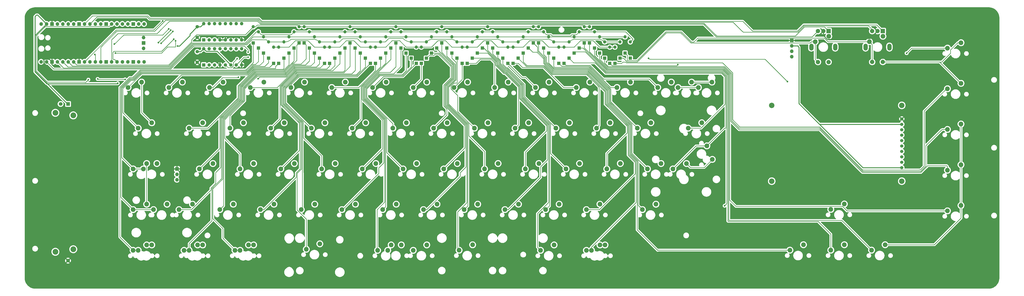
<source format=gbl>
G04 #@! TF.GenerationSoftware,KiCad,Pcbnew,8.0.3*
G04 #@! TF.CreationDate,2024-09-11T17:02:16-04:00*
G04 #@! TF.ProjectId,prototypeTOBETESTED,70726f74-6f74-4797-9065-544f42455445,rev?*
G04 #@! TF.SameCoordinates,Original*
G04 #@! TF.FileFunction,Copper,L2,Bot*
G04 #@! TF.FilePolarity,Positive*
%FSLAX46Y46*%
G04 Gerber Fmt 4.6, Leading zero omitted, Abs format (unit mm)*
G04 Created by KiCad (PCBNEW 8.0.3) date 2024-09-11 17:02:16*
%MOMM*%
%LPD*%
G01*
G04 APERTURE LIST*
G04 #@! TA.AperFunction,ComponentPad*
%ADD10R,1.500000X1.500000*%
G04 #@! TD*
G04 #@! TA.AperFunction,ComponentPad*
%ADD11O,1.500000X1.500000*%
G04 #@! TD*
G04 #@! TA.AperFunction,ComponentPad*
%ADD12C,2.200000*%
G04 #@! TD*
G04 #@! TA.AperFunction,ComponentPad*
%ADD13O,1.700000X1.700000*%
G04 #@! TD*
G04 #@! TA.AperFunction,ComponentPad*
%ADD14R,1.700000X1.700000*%
G04 #@! TD*
G04 #@! TA.AperFunction,WasherPad*
%ADD15O,2.000000X3.200000*%
G04 #@! TD*
G04 #@! TA.AperFunction,ComponentPad*
%ADD16R,2.000000X2.000000*%
G04 #@! TD*
G04 #@! TA.AperFunction,ComponentPad*
%ADD17C,2.000000*%
G04 #@! TD*
G04 #@! TA.AperFunction,ComponentPad*
%ADD18R,1.600000X1.600000*%
G04 #@! TD*
G04 #@! TA.AperFunction,ComponentPad*
%ADD19O,1.600000X1.600000*%
G04 #@! TD*
G04 #@! TA.AperFunction,ComponentPad*
%ADD20R,1.750000X1.750000*%
G04 #@! TD*
G04 #@! TA.AperFunction,ComponentPad*
%ADD21C,1.750000*%
G04 #@! TD*
G04 #@! TA.AperFunction,ComponentPad*
%ADD22C,2.700000*%
G04 #@! TD*
G04 #@! TA.AperFunction,ComponentPad*
%ADD23C,1.600000*%
G04 #@! TD*
G04 #@! TA.AperFunction,WasherPad*
%ADD24C,2.540000*%
G04 #@! TD*
G04 #@! TA.AperFunction,ComponentPad*
%ADD25C,1.524000*%
G04 #@! TD*
G04 #@! TA.AperFunction,ViaPad*
%ADD26C,0.800000*%
G04 #@! TD*
G04 #@! TA.AperFunction,Conductor*
%ADD27C,0.381000*%
G04 #@! TD*
G04 #@! TA.AperFunction,Conductor*
%ADD28C,0.254000*%
G04 #@! TD*
G04 APERTURE END LIST*
D10*
X302711300Y-127493300D03*
D11*
X302711300Y-119873300D03*
D12*
X295717800Y-212704200D03*
X289367800Y-215244200D03*
X338692800Y-136304200D03*
X332342800Y-138844200D03*
X147698200Y-155397200D03*
X141348200Y-157937200D03*
D13*
X33728400Y-126807600D03*
X36268400Y-126807600D03*
D14*
X38808400Y-126807600D03*
D13*
X41348400Y-126807600D03*
X43888400Y-126807600D03*
X46428400Y-126807600D03*
X48968400Y-126807600D03*
D14*
X51508400Y-126807600D03*
D13*
X54048400Y-126807600D03*
X56588400Y-126807600D03*
X59128400Y-126807600D03*
X61668400Y-126807600D03*
D14*
X64208400Y-126807600D03*
D13*
X66748400Y-126807600D03*
X69288400Y-126807600D03*
X71828400Y-126807600D03*
X74368400Y-126807600D03*
D14*
X76908400Y-126807600D03*
D13*
X79448400Y-126807600D03*
X81988400Y-126807600D03*
X81988400Y-109027600D03*
X79448400Y-109027600D03*
D14*
X76908400Y-109027600D03*
D13*
X74368400Y-109027600D03*
X71828400Y-109027600D03*
X69288400Y-109027600D03*
X66748400Y-109027600D03*
D14*
X64208400Y-109027600D03*
D13*
X61668400Y-109027600D03*
X59128400Y-109027600D03*
X56588400Y-109027600D03*
X54048400Y-109027600D03*
D14*
X51508400Y-109027600D03*
D13*
X48968400Y-109027600D03*
X46428400Y-109027600D03*
X43888400Y-109027600D03*
X41348400Y-109027600D03*
D14*
X38808400Y-109027600D03*
D13*
X36268400Y-109027600D03*
X33728400Y-109027600D03*
X81758400Y-120457600D03*
D14*
X81758400Y-117917600D03*
D13*
X81758400Y-115377600D03*
D10*
X173786300Y-122718300D03*
D11*
X173786300Y-115098300D03*
D12*
X185898200Y-155397200D03*
X179548200Y-157937200D03*
D10*
X145136300Y-127493300D03*
D11*
X145136300Y-119873300D03*
D10*
X259736300Y-122718300D03*
D11*
X259736300Y-115098300D03*
D12*
X133373200Y-174497200D03*
X127023200Y-177037200D03*
X243198200Y-155397200D03*
X236848200Y-157937200D03*
X99948200Y-136297200D03*
X93598200Y-138837200D03*
X85617800Y-155404200D03*
X79267800Y-157944200D03*
D10*
X135586300Y-120330800D03*
D11*
X135586300Y-112710800D03*
D10*
X231086300Y-127493300D03*
D11*
X231086300Y-119873300D03*
D10*
X214373800Y-125105800D03*
D11*
X214373800Y-117485800D03*
D12*
X257523200Y-193597200D03*
X251173200Y-196137200D03*
D14*
X385670400Y-116810000D03*
D13*
X385670400Y-119350000D03*
X385670400Y-121890000D03*
X385670400Y-124430000D03*
D12*
X391130400Y-212596800D03*
X384780400Y-215136800D03*
X295723200Y-193597200D03*
X289373200Y-196137200D03*
D10*
X183336300Y-122718300D03*
D11*
X183336300Y-115098300D03*
D12*
X298105300Y-212704200D03*
X291755300Y-215244200D03*
X319598200Y-155397200D03*
X313248200Y-157937200D03*
D10*
X180948800Y-120330800D03*
D11*
X180948800Y-112710800D03*
D10*
X271673800Y-122718300D03*
D11*
X271673800Y-115098300D03*
D12*
X130986550Y-212704200D03*
X124636550Y-215244200D03*
X271848200Y-136297200D03*
X265498200Y-138837200D03*
D10*
X295548800Y-122718300D03*
D11*
X295548800Y-115098300D03*
D10*
X250186300Y-125105800D03*
D11*
X250186300Y-117485800D03*
D12*
X83230300Y-174504200D03*
X76880300Y-177044200D03*
X142923200Y-193597200D03*
X136573200Y-196137200D03*
D10*
X266898800Y-117943300D03*
D11*
X266898800Y-110323300D03*
D12*
X410314200Y-212601800D03*
X403964200Y-215141800D03*
X138148200Y-136297200D03*
X131798200Y-138837200D03*
X465000400Y-175086800D03*
X458650400Y-177626800D03*
X152473200Y-174497200D03*
X146123200Y-177037200D03*
X290948200Y-136297200D03*
X284598200Y-138837200D03*
D10*
X276448800Y-127493300D03*
D11*
X276448800Y-119873300D03*
D12*
X128598200Y-155397200D03*
X122248200Y-157937200D03*
X348395300Y-172574200D03*
X345855300Y-166224200D03*
X85617800Y-212704200D03*
X79267800Y-215244200D03*
D10*
X245411300Y-120330800D03*
D11*
X245411300Y-112710800D03*
D10*
X171398800Y-125105800D03*
D11*
X171398800Y-117485800D03*
D12*
X195448200Y-136297200D03*
X189098200Y-138837200D03*
X83230300Y-193604200D03*
X76880300Y-196144200D03*
D10*
X264511300Y-117943300D03*
D11*
X264511300Y-110323300D03*
D10*
X154686300Y-117943300D03*
D11*
X154686300Y-110323300D03*
D10*
X300323800Y-127493300D03*
D11*
X300323800Y-119873300D03*
D10*
X147523800Y-125105800D03*
D11*
X147523800Y-117485800D03*
D12*
X238423200Y-193597200D03*
X232073200Y-196137200D03*
D10*
X192886300Y-125105800D03*
D11*
X192886300Y-117485800D03*
D10*
X197661300Y-120330800D03*
D11*
X197661300Y-112710800D03*
D12*
X166798200Y-155397200D03*
X160448200Y-157937200D03*
D10*
X257348800Y-125105800D03*
D11*
X257348800Y-117485800D03*
D12*
X465000400Y-155986800D03*
X458650400Y-158526800D03*
X92780300Y-193604200D03*
X86430300Y-196144200D03*
X262298200Y-155397200D03*
X255948200Y-157937200D03*
D10*
X283611300Y-122718300D03*
D11*
X283611300Y-115098300D03*
D10*
X188111300Y-127493300D03*
D11*
X188111300Y-119873300D03*
D10*
X185723800Y-125105800D03*
D11*
X185723800Y-117485800D03*
D10*
X297936300Y-125105800D03*
D11*
X297936300Y-117485800D03*
D12*
X465000400Y-136886800D03*
X458650400Y-139426800D03*
D15*
X431439000Y-119883800D03*
X420239000Y-119883800D03*
D16*
X428339000Y-112383800D03*
D17*
X423339000Y-112383800D03*
X425839000Y-112383800D03*
X423339000Y-126883800D03*
X428339000Y-126883800D03*
D10*
X169011300Y-127493300D03*
D11*
X169011300Y-119873300D03*
D10*
X290773800Y-117943300D03*
D11*
X290773800Y-110323300D03*
D12*
X107105300Y-212704200D03*
X100755300Y-215244200D03*
D15*
X406029000Y-119896700D03*
X394829000Y-119896700D03*
D16*
X402929000Y-112396700D03*
D17*
X397929000Y-112396700D03*
X400429000Y-112396700D03*
X397929000Y-126896700D03*
X402929000Y-126896700D03*
D10*
X200048800Y-117943300D03*
D11*
X200048800Y-110323300D03*
D10*
X281223800Y-125105800D03*
D11*
X281223800Y-117485800D03*
D10*
X226311300Y-122718300D03*
D11*
X226311300Y-115098300D03*
D12*
X200223200Y-193597200D03*
X193873200Y-196137200D03*
D10*
X207211300Y-125105800D03*
D11*
X207211300Y-117485800D03*
D10*
X278836300Y-127493300D03*
D11*
X278836300Y-119873300D03*
D10*
X209598800Y-127493300D03*
D11*
X209598800Y-119873300D03*
D10*
X254961300Y-127493300D03*
D11*
X254961300Y-119873300D03*
D12*
X465000400Y-194186800D03*
X458650400Y-196726800D03*
D18*
X109990300Y-116534200D03*
D19*
X112530300Y-116534200D03*
X115070300Y-116534200D03*
X117610300Y-116534200D03*
X120150300Y-116534200D03*
X122690300Y-116534200D03*
X125230300Y-116534200D03*
X127770300Y-116534200D03*
X127770300Y-108914200D03*
X125230300Y-108914200D03*
X122690300Y-108914200D03*
X120150300Y-108914200D03*
X117610300Y-108914200D03*
X115070300Y-108914200D03*
X112530300Y-108914200D03*
X109990300Y-108914200D03*
D10*
X164236300Y-125105800D03*
D11*
X164236300Y-117485800D03*
D10*
X269286300Y-120330800D03*
D11*
X269286300Y-112710800D03*
D10*
X262123800Y-120330800D03*
D11*
X262123800Y-112710800D03*
D10*
X240636300Y-120330800D03*
D11*
X240636300Y-112710800D03*
D10*
X293161300Y-120330800D03*
D11*
X293161300Y-112710800D03*
D12*
X176348200Y-136297200D03*
X169998200Y-138837200D03*
X104723200Y-193597200D03*
X98373200Y-196137200D03*
X343467800Y-155404200D03*
X337117800Y-157944200D03*
D10*
X204823800Y-122718300D03*
D11*
X204823800Y-115098300D03*
D10*
X285998800Y-120330800D03*
D11*
X285998800Y-112710800D03*
D12*
X181123200Y-193597200D03*
X174773200Y-196137200D03*
D10*
X307486300Y-122718300D03*
D11*
X307486300Y-115098300D03*
D10*
X223923800Y-120330800D03*
D11*
X223923800Y-112710800D03*
D12*
X219323200Y-193597200D03*
X212973200Y-196137200D03*
X286173200Y-174497200D03*
X279823200Y-177037200D03*
X162023200Y-193597200D03*
X155673200Y-196137200D03*
X190673200Y-174497200D03*
X184323200Y-177037200D03*
X300498200Y-155397200D03*
X294148200Y-157937200D03*
D10*
X219148800Y-120330800D03*
D11*
X219148800Y-112710800D03*
D12*
X428384400Y-114796800D03*
X422034400Y-117336800D03*
D10*
X178561300Y-117943300D03*
D11*
X178561300Y-110323300D03*
D12*
X171573200Y-174497200D03*
X165223200Y-177037200D03*
X224098200Y-155397200D03*
X217748200Y-157937200D03*
X119048200Y-136297200D03*
X112698200Y-138837200D03*
X305273200Y-174497200D03*
X298923200Y-177037200D03*
D10*
X243023800Y-117943300D03*
D11*
X243023800Y-110323300D03*
D10*
X211986300Y-127493300D03*
D11*
X211986300Y-119873300D03*
D10*
X176173800Y-120330800D03*
D11*
X176173800Y-112710800D03*
D10*
X305098800Y-125105800D03*
D11*
X305098800Y-117485800D03*
D10*
X142748800Y-127493300D03*
D11*
X142748800Y-119873300D03*
D12*
X202605300Y-212679200D03*
X196255300Y-215219200D03*
X214542800Y-212679200D03*
X208192800Y-215219200D03*
X321980300Y-193604200D03*
X315630300Y-196144200D03*
X236030300Y-212649200D03*
X229680300Y-215189200D03*
D10*
X247798800Y-122718300D03*
D11*
X247798800Y-115098300D03*
D12*
X80848200Y-136297200D03*
X74498200Y-138837200D03*
D10*
X233473800Y-127493300D03*
D11*
X233473800Y-119873300D03*
D12*
X267073200Y-174497200D03*
X260723200Y-177037200D03*
X274230300Y-212704200D03*
X267880300Y-215244200D03*
D20*
X46370400Y-146576800D03*
D21*
X42870400Y-146576800D03*
X46370400Y-220076800D03*
D22*
X40420400Y-150726800D03*
X48820400Y-151926800D03*
X48820400Y-214726800D03*
X40420400Y-215926800D03*
D12*
X410314200Y-193501800D03*
X403964200Y-196041800D03*
X336305300Y-174504200D03*
X329955300Y-177044200D03*
D10*
X137973800Y-122718300D03*
D11*
X137973800Y-115098300D03*
D12*
X164405300Y-212171200D03*
X158055300Y-214711200D03*
D10*
X133198800Y-117943300D03*
D11*
X133198800Y-110323300D03*
D10*
X161848800Y-122718300D03*
D11*
X161848800Y-115098300D03*
D10*
X140361300Y-125105800D03*
D11*
X140361300Y-117485800D03*
D18*
X109990300Y-128246700D03*
D19*
X112530300Y-128246700D03*
X115070300Y-128246700D03*
X117610300Y-128246700D03*
X120150300Y-128246700D03*
X122690300Y-128246700D03*
X125230300Y-128246700D03*
X127770300Y-128246700D03*
X127770300Y-120626700D03*
X125230300Y-120626700D03*
X122690300Y-120626700D03*
X120150300Y-120626700D03*
X117610300Y-120626700D03*
X115070300Y-120626700D03*
X112530300Y-120626700D03*
X109990300Y-120626700D03*
D12*
X88005300Y-174504200D03*
X81655300Y-177044200D03*
D10*
X228698800Y-125105800D03*
D11*
X228698800Y-117485800D03*
D10*
X149911300Y-122718300D03*
D11*
X149911300Y-115098300D03*
D10*
X166623800Y-127493300D03*
D11*
X166623800Y-119873300D03*
D12*
X228873200Y-174497200D03*
X222523200Y-177037200D03*
D10*
X216761300Y-122718300D03*
D11*
X216761300Y-115098300D03*
D12*
X310048200Y-136297200D03*
X303698200Y-138837200D03*
X209773200Y-174497200D03*
X203423200Y-177037200D03*
X157248200Y-136297200D03*
X150898200Y-138837200D03*
D10*
X190498800Y-127493300D03*
D11*
X190498800Y-119873300D03*
D10*
X195273800Y-122718300D03*
D11*
X195273800Y-115098300D03*
D12*
X465000400Y-117834400D03*
X458650400Y-120374400D03*
X133367800Y-212704200D03*
X127017800Y-215244200D03*
X109498200Y-155397200D03*
X103148200Y-157937200D03*
D10*
X252573800Y-127493300D03*
D11*
X252573800Y-119873300D03*
D12*
X252748200Y-136297200D03*
X246398200Y-138837200D03*
D10*
X238248800Y-122718300D03*
D11*
X238248800Y-115098300D03*
D12*
X123823200Y-193597200D03*
X117473200Y-196137200D03*
X114273200Y-174497200D03*
X107923200Y-177037200D03*
D10*
X202436300Y-120330800D03*
D11*
X202436300Y-112710800D03*
D12*
X83230300Y-212704200D03*
X76880300Y-215244200D03*
D10*
X152298800Y-120330800D03*
D11*
X152298800Y-112710800D03*
D12*
X324373200Y-174497200D03*
X318023200Y-177037200D03*
D23*
X106952800Y-110346700D03*
X106952800Y-115346700D03*
D12*
X429414200Y-212601800D03*
X423064200Y-215141800D03*
X402974400Y-114809700D03*
X396624400Y-117349700D03*
X109490400Y-212716800D03*
X103140400Y-215256800D03*
X247973200Y-174497200D03*
X241623200Y-177037200D03*
X214548200Y-136297200D03*
X208198200Y-138837200D03*
X281398200Y-155397200D03*
X275048200Y-157937200D03*
X233648200Y-136297200D03*
X227298200Y-138837200D03*
X204998200Y-155397200D03*
X198648200Y-157937200D03*
D10*
X159461300Y-120330800D03*
D11*
X159461300Y-112710800D03*
D12*
X276623200Y-193597200D03*
X270273200Y-196137200D03*
D10*
X235861300Y-125105800D03*
D11*
X235861300Y-117485800D03*
D12*
X197830300Y-212704200D03*
X191480300Y-215244200D03*
D10*
X309928000Y-125055000D03*
D11*
X309928000Y-117435000D03*
D10*
X274061300Y-125105800D03*
D11*
X274061300Y-117485800D03*
D10*
X288386300Y-117943300D03*
D11*
X288386300Y-110323300D03*
D24*
X376272800Y-182789200D03*
X437232800Y-182789200D03*
X376272800Y-147229200D03*
X437232800Y-147229200D03*
D25*
X437232800Y-153579200D03*
X437232800Y-156119200D03*
X437232800Y-158659200D03*
X437232800Y-161199200D03*
X437232800Y-163739200D03*
X437232800Y-166279200D03*
X437232800Y-168819200D03*
X437232800Y-171359200D03*
X437232800Y-173899200D03*
X437232800Y-176439200D03*
D12*
X348248200Y-136297200D03*
X341898200Y-138837200D03*
D23*
X106952800Y-122059200D03*
X106952800Y-127059200D03*
D12*
X329148200Y-136297200D03*
X322798200Y-138837200D03*
D10*
X157073800Y-117943300D03*
D11*
X157073800Y-110323300D03*
D10*
X221536300Y-117943300D03*
D11*
X221536300Y-110323300D03*
D14*
X97402800Y-177044200D03*
D13*
X97402800Y-179584200D03*
X97402800Y-182124200D03*
D26*
X97717800Y-119429200D03*
X69654861Y-136844753D03*
X54787800Y-213819200D03*
X37448312Y-135080484D03*
X96207800Y-190409200D03*
X61833310Y-213250932D03*
X130827800Y-122284200D03*
X126224482Y-134050018D03*
X135427800Y-134759200D03*
X332227800Y-128159200D03*
X354174800Y-194320800D03*
X90751400Y-107629160D03*
X93545400Y-111389800D03*
X68018400Y-118501800D03*
X58925200Y-123378600D03*
X60246000Y-134834000D03*
X73098400Y-135062600D03*
X130827800Y-124671700D03*
X94459800Y-111974000D03*
X88694000Y-117790600D03*
X125627800Y-125359200D03*
X89964000Y-118146200D03*
X95475800Y-112558200D03*
X95907600Y-116190400D03*
X68526400Y-122718200D03*
X96720400Y-116952400D03*
X55902600Y-135189600D03*
X318538600Y-125131200D03*
X383588000Y-136104000D03*
X439493400Y-122743600D03*
D27*
X419021000Y-176439200D02*
X437232800Y-176439200D01*
X106952800Y-110346700D02*
X108557800Y-110346700D01*
X31569400Y-104821443D02*
X30848700Y-105542143D01*
X111180311Y-121816711D02*
X116260311Y-121816711D01*
X385670400Y-119350000D02*
X388525600Y-119350000D01*
X108557800Y-110346700D02*
X109990300Y-108914200D01*
X398701000Y-156119200D02*
X419021000Y-176439200D01*
X106952800Y-122059200D02*
X108557800Y-122059200D01*
X31569400Y-104821443D02*
X32062243Y-104821443D01*
X106952800Y-110346700D02*
X103527889Y-113771611D01*
X103527889Y-113771611D02*
X103527889Y-114488311D01*
X398701000Y-156119200D02*
X437232800Y-156119200D01*
X30848700Y-105542143D02*
X30848700Y-131497100D01*
X388718800Y-119543200D02*
X388718800Y-119652964D01*
X116260311Y-121816711D02*
X122690300Y-128246700D01*
X30848700Y-131497100D02*
X36404901Y-137053301D01*
X388718800Y-119652964D02*
X389023600Y-119957764D01*
X46428400Y-146627200D02*
X46212144Y-146627200D01*
X103527889Y-114488311D02*
X98587000Y-119429200D01*
X108557800Y-122059200D02*
X109990300Y-120626700D01*
X36404901Y-137053301D02*
X69558299Y-137053301D01*
X109990300Y-120626700D02*
X111180311Y-121816711D01*
X30848700Y-131263756D02*
X30848700Y-114447300D01*
X69558299Y-137053301D02*
X69669400Y-136942200D01*
X46212144Y-146627200D02*
X30848700Y-131263756D01*
X389023600Y-146441800D02*
X398701000Y-156119200D01*
X30848700Y-114447300D02*
X36268400Y-109027600D01*
X32062243Y-104821443D02*
X36268400Y-109027600D01*
X388525600Y-119350000D02*
X388718800Y-119543200D01*
X98587000Y-119429200D02*
X97717800Y-119429200D01*
X389023600Y-119957764D02*
X389023600Y-146441800D01*
X54607800Y-213819200D02*
X54707800Y-213719200D01*
X400429000Y-113810913D02*
X400440844Y-113822757D01*
X117610300Y-116534200D02*
X120150300Y-116534200D01*
X98643300Y-178284700D02*
X98643300Y-187973700D01*
X37665400Y-134580000D02*
X37448312Y-134797088D01*
X35023800Y-125867800D02*
X35023800Y-127317332D01*
X35023800Y-127317332D02*
X37448312Y-129741844D01*
X98643300Y-187973700D02*
X96207800Y-190409200D01*
X400429000Y-112396700D02*
X400429000Y-113810913D01*
X400440844Y-114396430D02*
X402351614Y-116307200D01*
X414872100Y-115853300D02*
X422369500Y-115853300D01*
X414418200Y-116307200D02*
X414872100Y-115853300D01*
X400440844Y-113822757D02*
X400440844Y-114396430D01*
X115622801Y-114546701D02*
X117610300Y-116534200D01*
X54787800Y-213819200D02*
X54607800Y-213819200D01*
X37448312Y-134797088D02*
X37448312Y-135080484D01*
X61833310Y-213250932D02*
X55176068Y-213250932D01*
X54787800Y-213639200D02*
X54787800Y-213819200D01*
X107752799Y-114546701D02*
X115622801Y-114546701D01*
X97402800Y-177044200D02*
X98643300Y-178284700D01*
X55176068Y-213250932D02*
X54787800Y-213639200D01*
X115622801Y-126259201D02*
X117610300Y-128246700D01*
X402351614Y-116307200D02*
X414418200Y-116307200D01*
X106952800Y-127059200D02*
X107752799Y-126259201D01*
X121340311Y-115344189D02*
X120150300Y-116534200D01*
X422369500Y-115853300D02*
X425839000Y-112383800D01*
X38808400Y-126807600D02*
X37567900Y-125567100D01*
X37567900Y-125567100D02*
X35324500Y-125567100D01*
X35324500Y-125567100D02*
X35023800Y-125867800D01*
X37448312Y-129741844D02*
X37448312Y-135080484D01*
X107752799Y-126259201D02*
X115622801Y-126259201D01*
X106952800Y-115346700D02*
X107752799Y-114546701D01*
X126580289Y-115344189D02*
X121340311Y-115344189D01*
X127770300Y-116534200D02*
X126580289Y-115344189D01*
D28*
X204823800Y-119873300D02*
X209598800Y-119873300D01*
X166623800Y-119873300D02*
X169011300Y-119873300D01*
X271673800Y-119873300D02*
X276448800Y-119873300D01*
X219767811Y-116866789D02*
X223304789Y-116866789D01*
X278836300Y-119873300D02*
X283611300Y-119873300D01*
X244792289Y-116866789D02*
X247798800Y-119873300D01*
X254961300Y-119873300D02*
X259736300Y-119873300D01*
X276448800Y-119873300D02*
X278836300Y-119873300D01*
X158842289Y-116866789D02*
X161848800Y-119873300D01*
X180329789Y-116866789D02*
X176792811Y-116866789D01*
X188111300Y-119873300D02*
X183336300Y-119873300D01*
X268667289Y-116866789D02*
X271673800Y-119873300D01*
X286617811Y-116866789D02*
X292542289Y-116866789D01*
X195273800Y-119873300D02*
X198280311Y-116866789D01*
X128977800Y-119359200D02*
X105268052Y-119359200D01*
X188111300Y-119873300D02*
X190498800Y-119873300D01*
X130827800Y-121209200D02*
X128977800Y-119359200D01*
X145136300Y-119873300D02*
X149911300Y-119873300D01*
X295548800Y-119873300D02*
X300323800Y-119873300D01*
X105268052Y-119359200D02*
X94438844Y-130188408D01*
X94438844Y-130188408D02*
X39649208Y-130188408D01*
X176792811Y-116866789D02*
X173786300Y-119873300D01*
X173786300Y-119873300D02*
X169011300Y-119873300D01*
X198280311Y-116866789D02*
X201817289Y-116866789D01*
X262742811Y-116866789D02*
X268667289Y-116866789D01*
X190498800Y-119873300D02*
X195273800Y-119873300D01*
X142748800Y-119873300D02*
X145136300Y-119873300D01*
X238248800Y-119873300D02*
X241255311Y-116866789D01*
X211986300Y-119873300D02*
X216761300Y-119873300D01*
X130827800Y-122284200D02*
X130827800Y-121209200D01*
X241255311Y-116866789D02*
X244792289Y-116866789D01*
X300323800Y-119873300D02*
X302711300Y-119873300D01*
X252573800Y-119873300D02*
X254961300Y-119873300D01*
X161848800Y-119873300D02*
X166623800Y-119873300D01*
X209598800Y-119873300D02*
X211986300Y-119873300D01*
X152917811Y-116866789D02*
X158842289Y-116866789D01*
X233473800Y-119873300D02*
X238248800Y-119873300D01*
X283611300Y-119873300D02*
X286617811Y-116866789D01*
X149911300Y-119873300D02*
X152917811Y-116866789D01*
X39649208Y-130188408D02*
X36268400Y-126807600D01*
X201817289Y-116866789D02*
X204823800Y-119873300D01*
X231086300Y-119873300D02*
X233473800Y-119873300D01*
X183336300Y-119873300D02*
X180329789Y-116866789D01*
X247798800Y-119873300D02*
X252573800Y-119873300D01*
X223304789Y-116866789D02*
X226311300Y-119873300D01*
X259736300Y-119873300D02*
X262742811Y-116866789D01*
X216761300Y-119873300D02*
X219767811Y-116866789D01*
X226311300Y-119873300D02*
X231086300Y-119873300D01*
X292542289Y-116866789D02*
X295548800Y-119873300D01*
X133423242Y-129424000D02*
X130390754Y-132456488D01*
X80880512Y-132456488D02*
X74492800Y-138844200D01*
X130390754Y-132456488D02*
X80880512Y-132456488D01*
X140858000Y-129424000D02*
X133423242Y-129424000D01*
X140858000Y-129424000D02*
X142765300Y-127516700D01*
X143627800Y-129877520D02*
X133611096Y-129877520D01*
X133611096Y-129877520D02*
X130578608Y-132910008D01*
X143627800Y-129041700D02*
X143627800Y-129877520D01*
X145136300Y-127493300D02*
X143611300Y-129018300D01*
X130578608Y-132910008D02*
X99526992Y-132910008D01*
X99526992Y-132910008D02*
X93592800Y-138844200D01*
X148629416Y-133959200D02*
X152911096Y-129677520D01*
X135427800Y-134759200D02*
X136227800Y-133959200D01*
X164627800Y-129529200D02*
X166640300Y-127516700D01*
X126224482Y-134050018D02*
X126052800Y-134221700D01*
X118890300Y-134221700D02*
X114267800Y-138844200D01*
X152911096Y-129677520D02*
X164627800Y-129677520D01*
X164627800Y-129677520D02*
X164627800Y-129529200D01*
X126052800Y-134221700D02*
X118890300Y-134221700D01*
X114267800Y-138844200D02*
X112692800Y-138844200D01*
X136227800Y-133959200D02*
X148629416Y-133959200D01*
X153098950Y-130131040D02*
X144385790Y-138844200D01*
X169027800Y-128731040D02*
X167627800Y-130131040D01*
X169011300Y-127493300D02*
X169011300Y-128707640D01*
X144385790Y-138844200D02*
X131792800Y-138844200D01*
X167627800Y-130131040D02*
X153098950Y-130131040D01*
X188127800Y-127516700D02*
X181885300Y-133759200D01*
X181885300Y-133759200D02*
X154601782Y-133759200D01*
X154601782Y-133759200D02*
X150892800Y-137468182D01*
X150892800Y-137468182D02*
X150892800Y-138844200D01*
X182585790Y-138844200D02*
X169992800Y-138844200D01*
X190515300Y-130914690D02*
X182585790Y-138844200D01*
X190515300Y-127516700D02*
X190515300Y-130914690D01*
X189092800Y-138844200D02*
X194177800Y-133759200D01*
X194177800Y-133759200D02*
X203372800Y-133759200D01*
X203372800Y-133759200D02*
X209615300Y-127516700D01*
X212002800Y-127516700D02*
X212002800Y-135034200D01*
X212002800Y-135034200D02*
X208192800Y-138844200D01*
X231102800Y-135034200D02*
X227292800Y-138844200D01*
X231102800Y-127516700D02*
X231102800Y-135034200D01*
X244627784Y-125559320D02*
X239611300Y-125559320D01*
X246376300Y-127307836D02*
X244627784Y-125559320D01*
X237677320Y-127493300D02*
X233473800Y-127493300D01*
X239611300Y-125559320D02*
X237677320Y-127493300D01*
X246392800Y-138844200D02*
X246392800Y-127331236D01*
X259232800Y-134159200D02*
X260807800Y-134159200D01*
X252590300Y-127516700D02*
X259232800Y-134159200D01*
X260807800Y-134159200D02*
X265492800Y-138844200D01*
X257493820Y-127516700D02*
X259423820Y-129446700D01*
X254961300Y-127493300D02*
X257477320Y-127493300D01*
X278700300Y-138844200D02*
X284592800Y-138844200D01*
X269302800Y-129446700D02*
X278700300Y-138844200D01*
X259423820Y-129446700D02*
X269302800Y-129446700D01*
X277858467Y-128902967D02*
X276448800Y-127493300D01*
X300712800Y-138844200D02*
X290794967Y-128926367D01*
X290778467Y-128902967D02*
X277858467Y-128902967D01*
X303692800Y-138844200D02*
X300712800Y-138844200D01*
X278836300Y-127493300D02*
X279792447Y-128449447D01*
X297387663Y-134877689D02*
X318826289Y-134877689D01*
X318826289Y-134877689D02*
X322792800Y-138844200D01*
X290982821Y-128472847D02*
X297387663Y-134877689D01*
X279792447Y-128449447D02*
X290966321Y-128449447D01*
X332342800Y-138844200D02*
X341892800Y-138844200D01*
X301400311Y-128569811D02*
X300323800Y-127493300D01*
X331793789Y-128593211D02*
X301416811Y-128593211D01*
X332227800Y-128159200D02*
X331793789Y-128593211D01*
X357959400Y-133003487D02*
X357961113Y-133005200D01*
X357961113Y-153960200D02*
X361210600Y-157209687D01*
X357959400Y-132014600D02*
X357959400Y-133003487D01*
X353206400Y-127261600D02*
X357959400Y-132014600D01*
X361210600Y-157313000D02*
X398675600Y-157313000D01*
X445364000Y-177528200D02*
X445411600Y-177480600D01*
X418890800Y-177528200D02*
X445364000Y-177528200D01*
X306462749Y-126884351D02*
X305853800Y-127493300D01*
X306479249Y-126907751D02*
X307811299Y-126907751D01*
X307811299Y-126907751D02*
X308165148Y-127261600D01*
X357961113Y-133005200D02*
X357961113Y-153960200D01*
X447697600Y-175728000D02*
X447697600Y-149915960D01*
X458179760Y-139433800D02*
X458645000Y-139433800D01*
X398675600Y-157313000D02*
X418890800Y-177528200D01*
X445411600Y-177480600D02*
X445945000Y-177480600D01*
X308165148Y-127261600D02*
X353206400Y-127261600D01*
X361210600Y-157209687D02*
X361210600Y-157313000D01*
X305853800Y-127493300D02*
X302711300Y-127493300D01*
X445945000Y-177480600D02*
X447697600Y-175728000D01*
X447697600Y-149915960D02*
X458179760Y-139433800D01*
X192886300Y-117485800D02*
X195039322Y-117485800D01*
X228698800Y-117485800D02*
X235861300Y-117485800D01*
X195039322Y-117485800D02*
X196349517Y-116175605D01*
X132508957Y-116436669D02*
X130106153Y-118839473D01*
X250186300Y-117485800D02*
X257348800Y-117485800D01*
X147523800Y-117485800D02*
X148061453Y-117485800D01*
X171398800Y-117485800D02*
X173551822Y-117485800D01*
X139288769Y-116413269D02*
X132492457Y-116413269D01*
X140361300Y-117485800D02*
X139288769Y-116413269D01*
X217538807Y-116174811D02*
X225533793Y-116174811D01*
X173551822Y-117485800D02*
X174882988Y-116154634D01*
X94250792Y-129734408D02*
X44275208Y-129734408D01*
X185723800Y-117485800D02*
X192886300Y-117485800D01*
X297936300Y-117485800D02*
X305098800Y-117485800D01*
X284388807Y-116174811D02*
X294771293Y-116174811D01*
X185723800Y-117485800D02*
X183570778Y-117485800D01*
X44275208Y-129734408D02*
X41348400Y-126807600D01*
X207211300Y-117485800D02*
X214373800Y-117485800D01*
X239026307Y-116174811D02*
X247021293Y-116174811D01*
X270896293Y-116174811D02*
X260513807Y-116174811D01*
X203308278Y-115735800D02*
X203535861Y-115963383D01*
X140361300Y-117485800D02*
X147523800Y-117485800D01*
X164236300Y-117485800D02*
X171398800Y-117485800D01*
X105145727Y-118839473D02*
X94250792Y-129734408D01*
X183570778Y-117485800D02*
X182168901Y-116083923D01*
X130106153Y-118839473D02*
X105145727Y-118839473D01*
X151226459Y-116174811D02*
X161071293Y-116174811D01*
X197411300Y-115735800D02*
X203308278Y-115735800D01*
X175411300Y-115935800D02*
X181811300Y-115935800D01*
X274061300Y-117485800D02*
X281223800Y-117485800D01*
X214373800Y-117485800D02*
G75*
G02*
X217538807Y-116174814I3165000J-3165000D01*
G01*
X274061300Y-117485800D02*
G75*
G03*
X270896293Y-116174814I-3165000J-3165000D01*
G01*
X203535861Y-115963383D02*
G75*
G03*
X207211300Y-117485816I3675439J3675383D01*
G01*
X150819061Y-116343561D02*
G75*
G02*
X151226459Y-116174794I407439J-407439D01*
G01*
X294771293Y-116174811D02*
G75*
G02*
X297936302Y-117485798I7J-4475989D01*
G01*
X174882988Y-116154634D02*
G75*
G02*
X175411300Y-115935787I528312J-528266D01*
G01*
X235861300Y-117485800D02*
G75*
G02*
X239026307Y-116174814I3165000J-3165000D01*
G01*
X247021293Y-116174811D02*
G75*
G02*
X250186302Y-117485798I7J-4475989D01*
G01*
X182168901Y-116083923D02*
G75*
G03*
X181811300Y-115935793I-357601J-357577D01*
G01*
X196349517Y-116175605D02*
G75*
G02*
X197411300Y-115735804I1061783J-1061795D01*
G01*
X260513807Y-116174811D02*
G75*
G03*
X257348798Y-117485798I-7J-4475989D01*
G01*
X161071293Y-116174811D02*
G75*
G02*
X164236302Y-117485798I7J-4475989D01*
G01*
X225533793Y-116174811D02*
G75*
G02*
X228698802Y-117485798I7J-4475989D01*
G01*
X148061453Y-117485800D02*
G75*
G03*
X150819075Y-116343575I47J3899800D01*
G01*
X281223800Y-117485800D02*
G75*
G02*
X284388807Y-116174814I3165000J-3165000D01*
G01*
X71996279Y-139323329D02*
X71996279Y-150672679D01*
X130202900Y-132002968D02*
X80692658Y-132002968D01*
X75806095Y-135513513D02*
X71996279Y-139323329D01*
X80692658Y-132002968D02*
X77182113Y-135513513D01*
X138611300Y-128947080D02*
X133218888Y-128947080D01*
X140361300Y-125105800D02*
X140361300Y-127197080D01*
X77182113Y-135513513D02*
X75806095Y-135513513D01*
X71996279Y-150672679D02*
X79267800Y-157944200D01*
X133235388Y-128970480D02*
X130202900Y-132002968D01*
X140361300Y-127197080D02*
X138611300Y-128947080D01*
X147126584Y-130331040D02*
X133798950Y-130331040D01*
X133798950Y-130331040D02*
X126053160Y-138076830D01*
X126053160Y-138076830D02*
X126053160Y-143771340D01*
X147540300Y-129917324D02*
X147126584Y-130331040D01*
X126053160Y-143771340D02*
X111880300Y-157944200D01*
X147540300Y-125129200D02*
X147540300Y-129917324D01*
X111880300Y-157944200D02*
X103142800Y-157944200D01*
X162827800Y-129224000D02*
X152723242Y-129224000D01*
X148441562Y-133505680D02*
X135113928Y-133505680D01*
X129227800Y-145086318D02*
X122242800Y-152071318D01*
X135113928Y-133505680D02*
X129227800Y-139391808D01*
X122242800Y-152071318D02*
X122242800Y-157944200D01*
X164236300Y-125105800D02*
X164236300Y-127775600D01*
X164252800Y-127799000D02*
X162827800Y-129224000D01*
X129227800Y-139391808D02*
X129227800Y-145086318D01*
X152723242Y-129224000D02*
X148441562Y-133505680D01*
X145675159Y-138196205D02*
X153286804Y-130584560D01*
X145675159Y-153611841D02*
X145675159Y-138196205D01*
X141342800Y-157944200D02*
X145675159Y-153611841D01*
X169427800Y-130584560D02*
X171415300Y-128597060D01*
X171398800Y-128573660D02*
X171398800Y-125105800D01*
X153286804Y-130584560D02*
X169427800Y-130584560D01*
X154413928Y-133305680D02*
X148396279Y-139323329D01*
X148396279Y-146050179D02*
X160290300Y-157944200D01*
X160290300Y-157944200D02*
X160442800Y-157944200D01*
X185740300Y-129262826D02*
X181697446Y-133305680D01*
X181697446Y-133305680D02*
X154413928Y-133305680D01*
X185740300Y-125129200D02*
X185740300Y-129262826D01*
X148396279Y-139323329D02*
X148396279Y-146050179D01*
X183706680Y-153780320D02*
X183706680Y-138364684D01*
X179542800Y-157944200D02*
X183706680Y-153780320D01*
X183706680Y-138364684D02*
X192902800Y-129168564D01*
X192886300Y-129145164D02*
X192886300Y-125105800D01*
X186427800Y-139491808D02*
X186427800Y-143559200D01*
X203184946Y-133305680D02*
X192613928Y-133305680D01*
X207227800Y-129262826D02*
X203184946Y-133305680D01*
X186427800Y-143559200D02*
X198642800Y-155774200D01*
X198642800Y-155774200D02*
X198642800Y-157944200D01*
X207227800Y-125129200D02*
X207227800Y-129262826D01*
X192613928Y-133305680D02*
X186427800Y-139491808D01*
X223940300Y-151746700D02*
X217742800Y-157944200D01*
X222528679Y-137742685D02*
X222528679Y-147515533D01*
X225994180Y-129024701D02*
X225994180Y-134277184D01*
X222528679Y-147515533D02*
X223940300Y-148927154D01*
X218460802Y-123171820D02*
X220148199Y-123171820D01*
X225994180Y-134277184D02*
X222528679Y-137742685D01*
X220148199Y-123171820D02*
X225977680Y-129001301D01*
X223940300Y-148927154D02*
X223940300Y-151746700D01*
X215684789Y-123794811D02*
X217837811Y-123794811D01*
X214373800Y-125105800D02*
X215684789Y-123794811D01*
X217837811Y-123794811D02*
X218460802Y-123171820D01*
X228715300Y-136780326D02*
X227339282Y-136780326D01*
X229027800Y-150129200D02*
X236842800Y-157944200D01*
X225866289Y-139435081D02*
X229027800Y-142596592D01*
X228715300Y-125129200D02*
X228715300Y-136780326D01*
X229027800Y-142596592D02*
X229027800Y-150129200D01*
X225866289Y-138253319D02*
X225866289Y-139435081D01*
X227339282Y-136780326D02*
X225866289Y-138253319D01*
X250656320Y-132287720D02*
X251252392Y-132287720D01*
X246829820Y-127119982D02*
X246829820Y-128454320D01*
X251252392Y-132287720D02*
X257506680Y-138542008D01*
X244815638Y-125105800D02*
X246829820Y-127119982D01*
X246846320Y-128477720D02*
X250656320Y-132287720D01*
X257506680Y-156380320D02*
X255942800Y-157944200D01*
X257506680Y-138542008D02*
X257506680Y-156380320D01*
X235861300Y-125105800D02*
X244815638Y-125105800D01*
X275042800Y-157944200D02*
X260227800Y-143129200D01*
X252379516Y-129566600D02*
X251783444Y-129566600D01*
X250186300Y-127962556D02*
X250186300Y-125105800D01*
X251783444Y-129566600D02*
X250202800Y-127985956D01*
X260227800Y-137414884D02*
X252379516Y-129566600D01*
X260227800Y-143129200D02*
X260227800Y-137414884D01*
X261212780Y-128969780D02*
X269474154Y-128969780D01*
X295324365Y-156762635D02*
X294142800Y-157944200D01*
X269490654Y-128993180D02*
X273310194Y-132812720D01*
X289474450Y-132812720D02*
X295324365Y-138662635D01*
X273310194Y-132812720D02*
X289474450Y-132812720D01*
X257348800Y-125105800D02*
X261212780Y-128969780D01*
X295324365Y-138662635D02*
X295324365Y-156762635D01*
X290607113Y-129379887D02*
X300827800Y-139600574D01*
X274366979Y-129379887D02*
X290607113Y-129379887D01*
X300827800Y-145529200D02*
X313242800Y-157944200D01*
X274077800Y-129090708D02*
X274366979Y-129379887D01*
X274061300Y-125105800D02*
X274061300Y-129067308D01*
X300827800Y-139600574D02*
X300827800Y-145529200D01*
X352800353Y-132221371D02*
X354285993Y-133707011D01*
X354285993Y-146751916D02*
X343093709Y-157944200D01*
X281223800Y-125105800D02*
X283403800Y-127285800D01*
X293427800Y-127309200D02*
X298339971Y-132221371D01*
X298339971Y-132221371D02*
X352800353Y-132221371D01*
X354285993Y-133707011D02*
X354285993Y-146751916D01*
X343093709Y-157944200D02*
X337451821Y-157944200D01*
X283403800Y-127285800D02*
X293411300Y-127285800D01*
X308502400Y-126804400D02*
X308505600Y-126807600D01*
X396619000Y-117356700D02*
X396619000Y-125586700D01*
X338376726Y-117987000D02*
X394262039Y-117987000D01*
X308505600Y-126807600D02*
X313170774Y-126807600D01*
X306720547Y-125105800D02*
X308419147Y-126804400D01*
X313170774Y-126807600D02*
X326790654Y-113187720D01*
X305098800Y-125105800D02*
X306720547Y-125105800D01*
X394262039Y-117987000D02*
X394892339Y-117356700D01*
X394892339Y-117356700D02*
X396619000Y-117356700D01*
X326790654Y-113187720D02*
X333577446Y-113187720D01*
X396619000Y-125586700D02*
X397929000Y-126896700D01*
X308419147Y-126804400D02*
X308502400Y-126804400D01*
X333577446Y-113187720D02*
X338376726Y-117987000D01*
X133048800Y-115098300D02*
X137973800Y-115098300D01*
X183336300Y-115098300D02*
X173786300Y-115098300D01*
X259736300Y-115098300D02*
X238248800Y-115098300D01*
X104888527Y-118385473D02*
X94034400Y-129239600D01*
X271673800Y-115098300D02*
X259736300Y-115098300D01*
X238248800Y-115098300D02*
X226311300Y-115098300D01*
X216761300Y-115098300D02*
X204823800Y-115098300D01*
X161848800Y-115098300D02*
X149911300Y-115098300D01*
X46320400Y-129239600D02*
X43888400Y-126807600D01*
X283611300Y-115098300D02*
X271673800Y-115098300D01*
X204823800Y-115098300D02*
X195273800Y-115098300D01*
X133065300Y-115121700D02*
X129801527Y-118385473D01*
X295548800Y-115098300D02*
X283611300Y-115098300D01*
X94034400Y-129239600D02*
X46320400Y-129239600D01*
X307486300Y-115098300D02*
X295548800Y-115098300D01*
X195273800Y-115098300D02*
X183336300Y-115098300D01*
X129801527Y-118385473D02*
X104888527Y-118385473D01*
X226311300Y-115098300D02*
X216761300Y-115098300D01*
X149911300Y-115098300D02*
X137973800Y-115098300D01*
X173786300Y-115098300D02*
X161848800Y-115098300D01*
X354115331Y-129046731D02*
X357505400Y-132436800D01*
X448485000Y-166126800D02*
X455901800Y-158710000D01*
X446021200Y-178242600D02*
X448485000Y-175778800D01*
X299638449Y-129023331D02*
X297936300Y-127321182D01*
X357505400Y-154456800D02*
X360992800Y-157944200D01*
X456130400Y-158710000D02*
X456306600Y-158533800D01*
X399180074Y-158459526D02*
X399180074Y-158459527D01*
X448485000Y-175778800D02*
X448485000Y-166126800D01*
X357505400Y-132436800D02*
X357505400Y-154456800D01*
X399180074Y-158459527D02*
X418963147Y-178242600D01*
X297936300Y-127321182D02*
X297936300Y-125105800D01*
X360992800Y-157944200D02*
X398664748Y-157944200D01*
X418963147Y-178242600D02*
X446021200Y-178242600D01*
X299654949Y-129046731D02*
X354115331Y-129046731D01*
X398664748Y-157944200D02*
X399180074Y-158459526D01*
X455901800Y-158710000D02*
X456130400Y-158710000D01*
X456306600Y-158533800D02*
X458645000Y-158533800D01*
X298106680Y-146656324D02*
X308478679Y-157028323D01*
X289662304Y-132359200D02*
X298106680Y-140803576D01*
X298106680Y-140803576D02*
X298106680Y-146656324D01*
X261400634Y-128516260D02*
X259736300Y-126851926D01*
X298917800Y-169720079D02*
X298917800Y-177044200D01*
X308478679Y-160159200D02*
X298917800Y-169720079D01*
X269678508Y-128539660D02*
X273498048Y-132359200D01*
X259736300Y-122718300D02*
X259736300Y-126851926D01*
X273498048Y-132359200D02*
X289662304Y-132359200D01*
X261400634Y-128516260D02*
X269662008Y-128516260D01*
X308478679Y-157028323D02*
X308478679Y-160159200D01*
X247798800Y-124882092D02*
X249097420Y-126180712D01*
X272627800Y-156959200D02*
X272546279Y-157040721D01*
X249113920Y-127538450D02*
X251595590Y-130020120D01*
X259774280Y-137602738D02*
X259774280Y-143317054D01*
X272627800Y-156170574D02*
X272627800Y-156959200D01*
X247798800Y-122718300D02*
X247798800Y-124882092D01*
X272546279Y-157040721D02*
X272546279Y-169772679D01*
X272546279Y-169772679D02*
X279817800Y-177044200D01*
X251595590Y-130020120D02*
X252191662Y-130020120D01*
X259774280Y-143317054D02*
X272627800Y-156170574D01*
X249097420Y-126180712D02*
X249097420Y-127515050D01*
X252191662Y-130020120D02*
X259774280Y-137602738D01*
X76994259Y-135059993D02*
X75618241Y-135059993D01*
X136211300Y-128493560D02*
X133031034Y-128493560D01*
X71542759Y-171706659D02*
X76880300Y-177044200D01*
X130015046Y-131549448D02*
X80504804Y-131549448D01*
X75618241Y-135059993D02*
X71542759Y-139135475D01*
X137973800Y-122718300D02*
X137973800Y-126731060D01*
X133047534Y-128516960D02*
X130015046Y-131549448D01*
X71542759Y-139135475D02*
X71542759Y-171706659D01*
X76880300Y-177044200D02*
X81655300Y-177044200D01*
X80504804Y-131549448D02*
X76994259Y-135059993D01*
X137973800Y-126731060D02*
X136211300Y-128493560D01*
X126506680Y-138264684D02*
X126506680Y-143959194D01*
X117478679Y-167483321D02*
X107917800Y-177044200D01*
X126506680Y-143959194D02*
X117478679Y-152987195D01*
X147314438Y-130784560D02*
X133986804Y-130784560D01*
X149911300Y-122718300D02*
X149911300Y-128147798D01*
X133986804Y-130784560D02*
X126506680Y-138264684D01*
X149927800Y-128171198D02*
X147314438Y-130784560D01*
X117478679Y-152987195D02*
X117478679Y-167483321D01*
X128774280Y-144898464D02*
X128774280Y-139203954D01*
X119746279Y-153926465D02*
X128774280Y-144898464D01*
X160211300Y-128735800D02*
X161848800Y-127098300D01*
X127017800Y-169949200D02*
X119746279Y-162677679D01*
X161848800Y-127098300D02*
X161848800Y-122718300D01*
X152530168Y-128735800D02*
X160211300Y-128735800D01*
X128774280Y-139203954D02*
X134926074Y-133052160D01*
X127017800Y-177044200D02*
X127017800Y-169949200D01*
X119746279Y-162677679D02*
X119746279Y-153926465D01*
X148253708Y-133052160D02*
X152546668Y-128759200D01*
X134926074Y-133052160D02*
X148253708Y-133052160D01*
X146117800Y-177044200D02*
X154730282Y-168431718D01*
X154730282Y-168431718D02*
X154730282Y-155591052D01*
X153474658Y-131038080D02*
X170427800Y-131038080D01*
X146128679Y-138384059D02*
X153474658Y-131038080D01*
X146128679Y-146989449D02*
X146128679Y-138384059D01*
X170427800Y-131038080D02*
X173802800Y-127663080D01*
X173786300Y-127639680D02*
X173786300Y-122718300D01*
X154730282Y-155591052D02*
X146128679Y-146989449D01*
X181509592Y-132852160D02*
X154226074Y-132852160D01*
X183352800Y-131008952D02*
X181509592Y-132852160D01*
X165217800Y-170999200D02*
X165217800Y-177044200D01*
X156645863Y-154941137D02*
X156645863Y-162427263D01*
X147942759Y-146238033D02*
X156645863Y-154941137D01*
X147942759Y-139135475D02*
X147942759Y-146238033D01*
X154226074Y-132852160D02*
X147942759Y-139135475D01*
X183352800Y-122741700D02*
X183352800Y-131008952D01*
X156645863Y-162427263D02*
X165217800Y-170999200D01*
X195273800Y-122718300D02*
X195273800Y-127399038D01*
X193827800Y-154166070D02*
X193827800Y-167534200D01*
X193827800Y-167534200D02*
X184317800Y-177044200D01*
X184160200Y-144498470D02*
X193827800Y-154166070D01*
X195290300Y-127422438D02*
X184160200Y-138552538D01*
X184160200Y-138552538D02*
X184160200Y-144498470D01*
X192426074Y-132852160D02*
X185974280Y-139303954D01*
X185974280Y-139303954D02*
X185974280Y-143747054D01*
X204840300Y-122741700D02*
X204840300Y-131008952D01*
X185974280Y-143747054D02*
X195707113Y-153479887D01*
X195707113Y-153479887D02*
X195707113Y-169333513D01*
X195707113Y-169333513D02*
X203417800Y-177044200D01*
X204840300Y-131008952D02*
X202997092Y-132852160D01*
X202997092Y-132852160D02*
X192426074Y-132852160D01*
X220393800Y-122718300D02*
X226431200Y-128755700D01*
X222982199Y-137930539D02*
X222982199Y-147327679D01*
X222982199Y-147327679D02*
X232413720Y-156759200D01*
X226447700Y-128779100D02*
X226447700Y-134465038D01*
X216761300Y-122718300D02*
X220393800Y-122718300D01*
X226447700Y-134465038D02*
X222982199Y-137930539D01*
X232413720Y-156759200D02*
X232413720Y-167148280D01*
X232413720Y-167148280D02*
X222517800Y-177044200D01*
X241617800Y-177044200D02*
X241617800Y-168949200D01*
X241617800Y-168949200D02*
X234227800Y-161559200D01*
X226311300Y-125101820D02*
X226311300Y-122718300D01*
X228245280Y-127035800D02*
X226311300Y-125101820D01*
X224796279Y-138681955D02*
X228261780Y-135216454D01*
X224796279Y-146539053D02*
X224796279Y-138681955D01*
X228261780Y-135216454D02*
X228261780Y-127059200D01*
X234227800Y-155970574D02*
X224796279Y-146539053D01*
X234227800Y-161559200D02*
X234227800Y-155970574D01*
X250844174Y-131834200D02*
X251440246Y-131834200D01*
X238248800Y-122718300D02*
X243069512Y-122718300D01*
X260717800Y-169173599D02*
X260717800Y-177044200D01*
X270732199Y-159159200D02*
X260717800Y-169173599D01*
X243069512Y-122718300D02*
X247283340Y-126932128D01*
X247283340Y-126932128D02*
X247283340Y-128266466D01*
X247299840Y-128289866D02*
X250844174Y-131834200D01*
X257960200Y-144068470D02*
X270732199Y-156840469D01*
X257960200Y-138354154D02*
X257960200Y-144068470D01*
X270732199Y-156840469D02*
X270732199Y-159159200D01*
X251440246Y-131834200D02*
X257960200Y-138354154D01*
X318017800Y-177044200D02*
X310746279Y-169772679D01*
X300374280Y-145717054D02*
X300374280Y-139788428D01*
X300374280Y-139788428D02*
X290445052Y-129859200D01*
X271673800Y-127321182D02*
X271673800Y-122718300D01*
X310746279Y-156089053D02*
X300374280Y-145717054D01*
X274204918Y-129859200D02*
X271690300Y-127344582D01*
X310746279Y-169772679D02*
X310746279Y-156089053D01*
X290445052Y-129859200D02*
X274204918Y-129859200D01*
X354120300Y-157959200D02*
X345855300Y-166224200D01*
X283611300Y-122718300D02*
X284253800Y-122075800D01*
X354739513Y-157959200D02*
X354120300Y-157959200D01*
X340775300Y-166224200D02*
X345855300Y-166224200D01*
X354739513Y-133519157D02*
X354739513Y-157959200D01*
X284253800Y-122075800D02*
X288842674Y-122075800D01*
X288859174Y-122099200D02*
X298527825Y-131767851D01*
X329955300Y-177044200D02*
X340775300Y-166224200D01*
X298527825Y-131767851D02*
X352988207Y-131767851D01*
X352988207Y-131767851D02*
X354739513Y-133519157D01*
X423339000Y-126883800D02*
X423339000Y-118653800D01*
X313336289Y-126000711D02*
X326602800Y-112734200D01*
X339696800Y-117533000D02*
X341596800Y-115633000D01*
X341596800Y-115633000D02*
X400945558Y-115633000D01*
X415731900Y-117343800D02*
X422029000Y-117343800D01*
X313062121Y-126274201D02*
X313184161Y-126152161D01*
X308567400Y-123799400D02*
X308531000Y-123835800D01*
X423339000Y-118653800D02*
X422029000Y-117343800D01*
X307486300Y-122718300D02*
X308567400Y-123799400D01*
X308531000Y-126274201D02*
X313062121Y-126274201D01*
X400945558Y-115633000D02*
X402669258Y-117356700D01*
X308531000Y-123835800D02*
X308531000Y-126274201D01*
X415719000Y-117356700D02*
X415731900Y-117343800D01*
X338626400Y-117533000D02*
X339696800Y-117533000D01*
X402669258Y-117356700D02*
X415719000Y-117356700D01*
X326602800Y-112734200D02*
X333827600Y-112734200D01*
X333827600Y-112734200D02*
X338626400Y-117533000D01*
X159461300Y-112710800D02*
X176173800Y-112710800D01*
X48406400Y-128785600D02*
X46428400Y-126807600D01*
X176173800Y-112710800D02*
X180948800Y-112710800D01*
X281911798Y-114644780D02*
X282534789Y-114021789D01*
X197661300Y-112710800D02*
X202436300Y-112710800D01*
X284687811Y-114021789D02*
X285998800Y-112710800D01*
X202436300Y-112710800D02*
X219148800Y-112710800D01*
X104536779Y-117931473D02*
X93682652Y-128785600D01*
X311198000Y-116165000D02*
X309928000Y-117435000D01*
X180948800Y-112710800D02*
X197661300Y-112710800D01*
X311198000Y-116165000D02*
X307743800Y-112710800D01*
X245411300Y-112710800D02*
X262123800Y-112710800D01*
X152298800Y-112710800D02*
X159461300Y-112710800D01*
X240636300Y-112710800D02*
X245411300Y-112710800D01*
X285998800Y-112710800D02*
X293161300Y-112710800D01*
X93682652Y-128785600D02*
X48406400Y-128785600D01*
X139016300Y-114021789D02*
X139050311Y-114055800D01*
X139050311Y-114055800D02*
X148800778Y-114055800D01*
X270597289Y-114021789D02*
X272750311Y-114021789D01*
X148834789Y-114021789D02*
X150987811Y-114021789D01*
X219148800Y-112710800D02*
X223923800Y-112710800D01*
X273373302Y-114644780D02*
X281911798Y-114644780D01*
X269286300Y-112710800D02*
X270597289Y-114021789D01*
X282534789Y-114021789D02*
X284687811Y-114021789D01*
X307743800Y-112710800D02*
X293615300Y-112710800D01*
X223923800Y-112710800D02*
X240636300Y-112710800D01*
X272750311Y-114021789D02*
X273373302Y-114644780D01*
X136897289Y-114021789D02*
X139016300Y-114021789D01*
X262123800Y-112710800D02*
X269286300Y-112710800D01*
X134598800Y-112734200D02*
X129401527Y-117931473D01*
X129401527Y-117931473D02*
X104536779Y-117931473D01*
X150987811Y-114021789D02*
X152298800Y-112710800D01*
X148800778Y-114055800D02*
X148834789Y-114021789D01*
X135586300Y-112710800D02*
X134582300Y-112710800D01*
X135586300Y-112710800D02*
X136897289Y-114021789D01*
X449170800Y-175735053D02*
X449170800Y-175499400D01*
X418315448Y-178236953D02*
X418509147Y-178430653D01*
X295548800Y-122718300D02*
X295548800Y-125575056D01*
X357045000Y-154671400D02*
X361032800Y-158659200D01*
X418509147Y-178430653D02*
X418775094Y-178696600D01*
X357007113Y-154671400D02*
X357045000Y-154671400D01*
X357007113Y-132579887D02*
X357007113Y-154671400D01*
X418775094Y-178696600D02*
X446209253Y-178696600D01*
X295565300Y-125598456D02*
X299467095Y-129500251D01*
X446209253Y-178696600D02*
X449170800Y-175735053D01*
X398737695Y-158659200D02*
X418315448Y-178236953D01*
X361032800Y-158659200D02*
X398737695Y-158659200D01*
X458645000Y-175829600D02*
X458645000Y-177633800D01*
X449170800Y-175499400D02*
X458314800Y-175499400D01*
X353927477Y-129500251D02*
X357007113Y-132579887D01*
X458314800Y-175499400D02*
X458645000Y-175829600D01*
X299467095Y-129500251D02*
X353927477Y-129500251D01*
X295441739Y-196144200D02*
X289367800Y-196144200D01*
X308932199Y-156840469D02*
X308932199Y-170587721D01*
X298560200Y-146468470D02*
X308932199Y-156840469D01*
X312226739Y-173882261D02*
X312226739Y-179359200D01*
X273592942Y-131812720D02*
X289757198Y-131812720D01*
X308932199Y-170587721D02*
X312226739Y-173882261D01*
X312226739Y-179359200D02*
X295441739Y-196144200D01*
X289757198Y-131812720D02*
X298560200Y-140615722D01*
X298560200Y-140615722D02*
X298560200Y-146468470D01*
X266212178Y-122260800D02*
X269286300Y-125334922D01*
X264211917Y-122260800D02*
X266212178Y-122260800D01*
X269286300Y-125334922D02*
X269286300Y-127499178D01*
X262281917Y-120330800D02*
X264211917Y-122260800D01*
X262123800Y-120330800D02*
X262281917Y-120330800D01*
X269302800Y-127522578D02*
X273592942Y-131812720D01*
X270646860Y-126935616D02*
X270646860Y-124771360D01*
X299920760Y-145904908D02*
X299920760Y-140052160D01*
X313627800Y-173359200D02*
X310292759Y-170024159D01*
X313587299Y-173318699D02*
X313587299Y-194101199D01*
X313587299Y-194101199D02*
X315630300Y-196144200D01*
X310292759Y-156276907D02*
X299920760Y-145904908D01*
X310292759Y-170024159D02*
X310292759Y-156276907D01*
X290227800Y-130359200D02*
X274063544Y-130359200D01*
X274063544Y-130359200D02*
X270663360Y-126959016D01*
X299920760Y-140052160D02*
X290227800Y-130359200D01*
X269286300Y-123410800D02*
X269286300Y-120330800D01*
X270646860Y-124771360D02*
X269286300Y-123410800D01*
X285998800Y-120330800D02*
X287739048Y-120330800D01*
X355140000Y-193330200D02*
X354174800Y-194295400D01*
X298715679Y-131314331D02*
X353176061Y-131314331D01*
X287755548Y-120354200D02*
X298715679Y-131314331D01*
X353176061Y-131314331D02*
X355193033Y-133331303D01*
X355193033Y-133331303D02*
X355193033Y-193277167D01*
X354149400Y-194320800D02*
X354149400Y-194320800D01*
X354174800Y-194320800D02*
X354149400Y-194320800D01*
X354174800Y-194295400D02*
X354174800Y-194320800D01*
X355193033Y-193277167D02*
X355140000Y-193330200D01*
X135586300Y-120330800D02*
X135586300Y-126665040D01*
X76806405Y-134606473D02*
X75430387Y-134606473D01*
X134211300Y-128040040D02*
X132843180Y-128040040D01*
X75430387Y-134606473D02*
X71089239Y-138947621D01*
X71089239Y-190353139D02*
X76880300Y-196144200D01*
X71089239Y-138947621D02*
X71089239Y-190353139D01*
X132859680Y-128063440D02*
X129827192Y-131095928D01*
X76880300Y-196144200D02*
X86430300Y-196144200D01*
X135586300Y-126665040D02*
X134211300Y-128040040D01*
X80316950Y-131095928D02*
X76806405Y-134606473D01*
X129827192Y-131095928D02*
X80316950Y-131095928D01*
X126960200Y-138452538D02*
X126960200Y-144147048D01*
X147502292Y-131238080D02*
X134174658Y-131238080D01*
X134174658Y-131238080D02*
X126960200Y-138452538D01*
X107720760Y-192559200D02*
X107720760Y-192618632D01*
X117932199Y-153175049D02*
X117932199Y-176359200D01*
X113320760Y-185994930D02*
X113320760Y-186959200D01*
X152298800Y-120330800D02*
X152298800Y-126401672D01*
X113320760Y-186959200D02*
X107720760Y-192559200D01*
X115581279Y-178710120D02*
X115581279Y-183734411D01*
X115581279Y-183734411D02*
X113320760Y-185994930D01*
X104195192Y-196144200D02*
X98367800Y-196144200D01*
X126960200Y-144147048D02*
X117932199Y-153175049D01*
X152315300Y-126425072D02*
X147502292Y-131238080D01*
X117932199Y-176359200D02*
X115581279Y-178710120D01*
X107720760Y-192618632D02*
X104195192Y-196144200D01*
X128320760Y-139016100D02*
X128320760Y-144710610D01*
X134738220Y-132598640D02*
X128320760Y-139016100D01*
X159461300Y-120330800D02*
X159461300Y-126432280D01*
X152358814Y-128305680D02*
X148065854Y-132598640D01*
X157611300Y-128282280D02*
X152342314Y-128282280D01*
X128320760Y-144710610D02*
X119292759Y-153738611D01*
X119292759Y-153738611D02*
X119292759Y-194319241D01*
X148065854Y-132598640D02*
X134738220Y-132598640D01*
X119292759Y-194319241D02*
X117467800Y-196144200D01*
X159461300Y-126432280D02*
X157611300Y-128282280D01*
X155183802Y-155403198D02*
X155183802Y-177032260D01*
X153327759Y-180939875D02*
X153327759Y-178888303D01*
X136567800Y-196144200D02*
X138123434Y-196144200D01*
X146582199Y-138571913D02*
X146582199Y-146801595D01*
X176190300Y-120354200D02*
X176190300Y-130741246D01*
X155183802Y-177032260D02*
X153327759Y-178888303D01*
X175439946Y-131491600D02*
X153662512Y-131491600D01*
X138123434Y-196144200D02*
X153327759Y-180939875D01*
X153662512Y-131491600D02*
X146582199Y-138571913D01*
X146582199Y-146801595D02*
X155183802Y-155403198D01*
X176190300Y-130741246D02*
X175439946Y-131491600D01*
X156192343Y-179034179D02*
X156234321Y-179076157D01*
X156234321Y-195577679D02*
X155667800Y-196144200D01*
X147489239Y-138947621D02*
X147489239Y-146425887D01*
X154038220Y-132398640D02*
X147489239Y-138947621D01*
X156192343Y-155128991D02*
X156192343Y-179034179D01*
X156234321Y-179076157D02*
X156234321Y-195577679D01*
X147489239Y-146425887D02*
X156192343Y-155128991D01*
X180965300Y-130861140D02*
X179427800Y-132398640D01*
X180965300Y-120354200D02*
X180965300Y-130861140D01*
X179427800Y-132398640D02*
X154038220Y-132398640D01*
X197677800Y-125676312D02*
X184613720Y-138740392D01*
X194346553Y-154043449D02*
X194346553Y-174159200D01*
X191981279Y-179205721D02*
X175042800Y-196144200D01*
X184613720Y-138740392D02*
X184613720Y-144310616D01*
X194346553Y-174159200D02*
X191981279Y-176524474D01*
X197661300Y-120330800D02*
X197661300Y-125652912D01*
X191981279Y-176524474D02*
X191981279Y-179205721D01*
X175042800Y-196144200D02*
X174767800Y-196144200D01*
X184613720Y-144310616D02*
X194346553Y-154043449D01*
X185520760Y-139116100D02*
X185520760Y-143934908D01*
X195253593Y-194758407D02*
X193867800Y-196144200D01*
X199027800Y-132398640D02*
X192238220Y-132398640D01*
X195253593Y-153667741D02*
X195253593Y-194758407D01*
X185520760Y-143934908D02*
X195253593Y-153667741D01*
X202436300Y-120330800D02*
X202436300Y-128950240D01*
X202452800Y-128973640D02*
X199027800Y-132398640D01*
X192238220Y-132398640D02*
X185520760Y-139116100D01*
X226901220Y-134652892D02*
X223435719Y-138118393D01*
X226901220Y-128400409D02*
X226901220Y-134652892D01*
X223435719Y-147102615D02*
X232867240Y-156534136D01*
X230181279Y-178805721D02*
X230181279Y-180486355D01*
X232867240Y-176119760D02*
X230181279Y-178805721D01*
X219148800Y-120330800D02*
X219148800Y-120641089D01*
X214523434Y-196144200D02*
X212967800Y-196144200D01*
X232867240Y-156534136D02*
X232867240Y-176119760D01*
X230181279Y-180486355D02*
X214523434Y-196144200D01*
X219148800Y-120641089D02*
X226884720Y-128377009D01*
X223435719Y-138118393D02*
X223435719Y-147102615D01*
X224342759Y-138494101D02*
X224342759Y-146726907D01*
X224342759Y-146726907D02*
X233774280Y-156158428D01*
X223923800Y-124133340D02*
X227791760Y-128001300D01*
X227808260Y-128024700D02*
X227808260Y-135028600D01*
X233774280Y-156158428D02*
X233774280Y-194437720D01*
X227808260Y-135028600D02*
X224342759Y-138494101D01*
X233774280Y-194437720D02*
X232067800Y-196144200D01*
X223923800Y-120330800D02*
X223923800Y-124133340D01*
X271185719Y-156652615D02*
X258413720Y-143880616D01*
X267908434Y-176036485D02*
X271185719Y-172759200D01*
X267908434Y-180959200D02*
X267908434Y-176036485D01*
X251032028Y-131380680D02*
X247753360Y-128102012D01*
X258413720Y-138166300D02*
X251628100Y-131380680D01*
X251628100Y-131380680D02*
X251032028Y-131380680D01*
X252723434Y-196144200D02*
X267908434Y-180959200D01*
X247736860Y-128078612D02*
X247736860Y-126744274D01*
X258413720Y-143880616D02*
X258413720Y-138166300D01*
X271185719Y-172759200D02*
X271185719Y-156652615D01*
X241323386Y-120330800D02*
X240636300Y-120330800D01*
X247736860Y-126744274D02*
X241323386Y-120330800D01*
X251167800Y-196144200D02*
X252723434Y-196144200D01*
X245411300Y-120330800D02*
X245411300Y-123135966D01*
X251407736Y-130473640D02*
X252003808Y-130473640D01*
X272092759Y-194319241D02*
X270267800Y-196144200D01*
X245411300Y-123135966D02*
X248643900Y-126368566D01*
X248643900Y-126368566D02*
X248643900Y-127702904D01*
X272092759Y-156276907D02*
X272092759Y-194319241D01*
X259320760Y-137790592D02*
X259320760Y-143504908D01*
X248660400Y-127726304D02*
X251407736Y-130473640D01*
X259320760Y-143504908D02*
X272092759Y-156276907D01*
X252003808Y-130473640D02*
X259320760Y-137790592D01*
X134259460Y-110323300D02*
X133198800Y-110323300D01*
X133215300Y-110346700D02*
X129532319Y-114029681D01*
X154686300Y-110323300D02*
X153976200Y-109613200D01*
X200048800Y-110323300D02*
X178561300Y-110323300D01*
X290773800Y-110323300D02*
X288386300Y-110323300D01*
X104264200Y-116441481D02*
X104264200Y-117562000D01*
X104264200Y-117562000D02*
X93520000Y-128306200D01*
X106486672Y-114219700D02*
X106485981Y-114219700D01*
X288386300Y-110323300D02*
X287676200Y-109613200D01*
X157073800Y-110323300D02*
X154686300Y-110323300D01*
X243023800Y-110323300D02*
X221536300Y-110323300D01*
X93520000Y-128306200D02*
X50467000Y-128306200D01*
X153976200Y-109613200D02*
X134969560Y-109613200D01*
X134969560Y-109613200D02*
X134259460Y-110323300D01*
X178561300Y-110323300D02*
X157073800Y-110323300D01*
X221536300Y-110323300D02*
X200048800Y-110323300D01*
X129532319Y-114029681D02*
X106676691Y-114029681D01*
X106676691Y-114029681D02*
X106486672Y-114219700D01*
X267608900Y-109613200D02*
X266898800Y-110323300D01*
X266898800Y-110323300D02*
X264511300Y-110323300D01*
X264511300Y-110323300D02*
X243023800Y-110323300D01*
X50467000Y-128306200D02*
X48968400Y-126807600D01*
X106485981Y-114219700D02*
X104264200Y-116441481D01*
X287676200Y-109613200D02*
X267608900Y-109613200D01*
X356553593Y-191704993D02*
X356553593Y-132767741D01*
X359470400Y-194621800D02*
X356553593Y-191704993D01*
X299279241Y-129953771D02*
X293177800Y-123852330D01*
X293161300Y-120330800D02*
X293161300Y-123828930D01*
X353739623Y-129953771D02*
X299279241Y-129953771D01*
X356553593Y-132767741D02*
X353739623Y-129953771D01*
X409403717Y-194621800D02*
X359470400Y-194621800D01*
X458645000Y-196733800D02*
X411515717Y-196733800D01*
X411515717Y-196733800D02*
X409403717Y-194621800D01*
X133198800Y-117943300D02*
X133198800Y-127043046D01*
X75242533Y-134152953D02*
X70635719Y-138759767D01*
X133215300Y-127066446D02*
X129639338Y-130642408D01*
X76880300Y-215244200D02*
X79267800Y-215244200D01*
X70635719Y-208999619D02*
X76880300Y-215244200D01*
X70635719Y-138759767D02*
X70635719Y-208999619D01*
X76618551Y-134152953D02*
X75242533Y-134152953D01*
X80129096Y-130642408D02*
X76618551Y-134152953D01*
X129639338Y-130642408D02*
X80129096Y-130642408D01*
X113774280Y-186182784D02*
X118385719Y-181571346D01*
X127413720Y-144334902D02*
X127413720Y-138640392D01*
X118385719Y-153362903D02*
X127413720Y-144334902D01*
X151966606Y-127375240D02*
X152331860Y-127375240D01*
X118385719Y-181571346D02*
X118385719Y-153362903D01*
X134362512Y-131691600D02*
X147690146Y-131691600D01*
X147690146Y-131691600D02*
X151983106Y-127398640D01*
X153551300Y-126155800D02*
X153551300Y-119078300D01*
X153551300Y-119078300D02*
X154686300Y-117943300D01*
X127413720Y-138640392D02*
X134362512Y-131691600D01*
X103142800Y-212024200D02*
X113774280Y-201392720D01*
X103142800Y-215244200D02*
X100755300Y-215244200D01*
X113774280Y-201392720D02*
X113774280Y-186182784D01*
X152331860Y-127375240D02*
X153551300Y-126155800D01*
X103142800Y-215244200D02*
X103142800Y-212024200D01*
X152170960Y-127852160D02*
X147878000Y-132145120D01*
X114227800Y-186370638D02*
X114227800Y-200359200D01*
X127867240Y-138828246D02*
X127867240Y-144522756D01*
X114227800Y-200359200D02*
X118901279Y-205032679D01*
X118839239Y-181759200D02*
X114227800Y-186370638D01*
X127867240Y-144522756D02*
X118839239Y-153550757D01*
X118839239Y-153550757D02*
X118839239Y-181759200D01*
X158001300Y-125438760D02*
X155611300Y-127828760D01*
X134550366Y-132145120D02*
X127867240Y-138828246D01*
X147878000Y-132145120D02*
X134550366Y-132145120D01*
X157073800Y-117943300D02*
X158001300Y-118870800D01*
X118901279Y-209508929D02*
X124636550Y-215244200D01*
X158001300Y-118870800D02*
X158001300Y-125438760D01*
X155611300Y-127828760D02*
X152154460Y-127828760D01*
X124636550Y-215244200D02*
X127017800Y-215244200D01*
X118901279Y-205032679D02*
X118901279Y-209508929D01*
X175627800Y-131945120D02*
X153850366Y-131945120D01*
X178561300Y-117943300D02*
X178561300Y-128971720D01*
X153781279Y-179076157D02*
X153781279Y-196312679D01*
X157101279Y-199632679D02*
X157101279Y-199668588D01*
X147035719Y-138759767D02*
X147035719Y-146613741D01*
X153781279Y-196312679D02*
X157101279Y-199632679D01*
X153850366Y-131945120D02*
X147035719Y-138759767D01*
X157101279Y-199668588D02*
X158055300Y-200622609D01*
X158055300Y-200622609D02*
X158055300Y-215219200D01*
X147035719Y-146613741D02*
X155738823Y-155316845D01*
X178577800Y-128995120D02*
X175627800Y-131945120D01*
X155738823Y-177118613D02*
X153781279Y-179076157D01*
X155738823Y-155316845D02*
X155738823Y-177118613D01*
X191227800Y-214991700D02*
X191480300Y-215244200D01*
X197427800Y-131759200D02*
X192236286Y-131759200D01*
X194800073Y-153855595D02*
X194800073Y-192586927D01*
X185067240Y-144122762D02*
X194800073Y-153855595D01*
X185067240Y-138928246D02*
X185067240Y-144122762D01*
X200065300Y-129121700D02*
X197427800Y-131759200D01*
X194800073Y-192586927D02*
X191227800Y-196159200D01*
X192236286Y-131759200D02*
X185067240Y-138928246D01*
X200048800Y-117943300D02*
X200048800Y-129098300D01*
X191227800Y-196159200D02*
X191227800Y-214991700D01*
X223889239Y-138306247D02*
X223889239Y-146914761D01*
X233320760Y-156346282D02*
X233320760Y-192873848D01*
X227354740Y-128212555D02*
X227354740Y-134840746D01*
X223889239Y-146914761D02*
X233320760Y-156346282D01*
X229027800Y-197166808D02*
X229027800Y-214536700D01*
X221536300Y-122387215D02*
X227338240Y-128189155D01*
X229027800Y-214536700D02*
X229680300Y-215189200D01*
X221536300Y-117943300D02*
X221536300Y-122387215D01*
X233320760Y-192873848D02*
X229027800Y-197166808D01*
X227354740Y-134840746D02*
X223889239Y-138306247D01*
X243023800Y-117943300D02*
X243023800Y-121389840D01*
X243023800Y-121389840D02*
X248190380Y-126556420D01*
X258867240Y-143692762D02*
X271639239Y-156464761D01*
X248190380Y-126556420D02*
X248190380Y-127890758D01*
X258867240Y-137978446D02*
X258867240Y-143692762D01*
X251219882Y-130927160D02*
X251815954Y-130927160D01*
X271639239Y-156464761D02*
X271639239Y-192755369D01*
X271639239Y-192755369D02*
X266427800Y-197966808D01*
X266427800Y-197966808D02*
X266427800Y-213791700D01*
X266427800Y-213791700D02*
X267880300Y-215244200D01*
X251815954Y-130927160D02*
X258867240Y-137978446D01*
X248206880Y-127914158D02*
X251219882Y-130927160D01*
X299013720Y-146280616D02*
X309385719Y-156652615D01*
X264511300Y-117943300D02*
X266445280Y-119877280D01*
X266400032Y-121807280D02*
X269739820Y-125147068D01*
X266445280Y-119877280D02*
X266400032Y-119922528D01*
X291755300Y-215244200D02*
X289367800Y-215244200D01*
X312680259Y-173694407D02*
X312680259Y-192763607D01*
X273780796Y-131359200D02*
X289945052Y-131359200D01*
X309385719Y-170399867D02*
X312680259Y-173694407D01*
X266400032Y-119922528D02*
X266400032Y-121807280D01*
X299013720Y-140427868D02*
X299013720Y-146280616D01*
X312680259Y-192763607D02*
X291755300Y-213688566D01*
X309385719Y-156652615D02*
X309385719Y-170399867D01*
X291755300Y-213688566D02*
X291755300Y-215244200D01*
X289945052Y-131359200D02*
X299013720Y-140427868D01*
X269739820Y-125147068D02*
X269739820Y-127311324D01*
X269756320Y-127334724D02*
X273780796Y-131359200D01*
X313133779Y-205585179D02*
X313133779Y-173506553D01*
X290039946Y-130812720D02*
X273875690Y-130812720D01*
X313133779Y-173506553D02*
X309839239Y-170212013D01*
X270193340Y-127123470D02*
X270193340Y-124959214D01*
X266898800Y-121664674D02*
X266898800Y-117943300D01*
X309839239Y-170212013D02*
X309839239Y-156464761D01*
X322792800Y-215244200D02*
X313133779Y-205585179D01*
X273875690Y-130812720D02*
X270209840Y-127146870D01*
X299467240Y-140240014D02*
X290039946Y-130812720D01*
X270193340Y-124959214D02*
X266898800Y-121664674D01*
X299467240Y-146092762D02*
X299467240Y-140240014D01*
X322792800Y-215244200D02*
X322888200Y-215148800D01*
X309839239Y-156464761D02*
X299467240Y-146092762D01*
X322888200Y-215148800D02*
X384858800Y-215148800D01*
X355646553Y-133143449D02*
X355646553Y-201490447D01*
X288386300Y-117943300D02*
X288386300Y-120336678D01*
X298903533Y-130860811D02*
X353363915Y-130860811D01*
X403958800Y-207630400D02*
X403958800Y-215148800D01*
X288402800Y-120360078D02*
X298903533Y-130860811D01*
X353363915Y-130860811D02*
X355646553Y-133143449D01*
X355819433Y-201663327D02*
X397991727Y-201663327D01*
X397991727Y-201663327D02*
X403958800Y-207630400D01*
X355646553Y-201490447D02*
X355819433Y-201663327D01*
X86636600Y-111743960D02*
X86636600Y-111847000D01*
X90751400Y-107629160D02*
X86636600Y-111743960D01*
X86636600Y-111847000D02*
X69009000Y-111847000D01*
X69009000Y-111847000D02*
X54048400Y-126807600D01*
X68018400Y-118501800D02*
X68018400Y-118603400D01*
X68120000Y-118501800D02*
X68018400Y-118501800D01*
X68018400Y-118603400D02*
X68043800Y-118578000D01*
X72421200Y-114200600D02*
X68120000Y-118501800D01*
X90734600Y-114200600D02*
X72421200Y-114200600D01*
X59128400Y-123581800D02*
X59128400Y-126807600D01*
X93545400Y-111389800D02*
X90734600Y-114200600D01*
X58925200Y-123378600D02*
X59128400Y-123581800D01*
X60474600Y-135062600D02*
X73098400Y-135062600D01*
X60246000Y-134834000D02*
X60474600Y-135062600D01*
X429408800Y-212608800D02*
X452481586Y-212608800D01*
X464995000Y-194193800D02*
X464995000Y-175093800D01*
X464995000Y-200095386D02*
X464995000Y-194193800D01*
X452481586Y-212608800D02*
X464995000Y-200095386D01*
X464995000Y-175093800D02*
X464995000Y-155993800D01*
X348242800Y-136304200D02*
X338692800Y-136304200D01*
X83088779Y-174645731D02*
X83088779Y-193462686D01*
X80842800Y-150629200D02*
X85617800Y-155404200D01*
X80842800Y-136304200D02*
X80842800Y-150629200D01*
X128805300Y-124671700D02*
X130827800Y-124671700D01*
X125230300Y-128246700D02*
X128805300Y-124671700D01*
X344628779Y-176340721D02*
X348395300Y-172574200D01*
X338141821Y-176340721D02*
X344628779Y-176340721D01*
X336305300Y-174504200D02*
X338141821Y-176340721D01*
X454997900Y-126896700D02*
X455114400Y-126896700D01*
X454997900Y-126896700D02*
X464995000Y-136893800D01*
X428339000Y-126883800D02*
X455101500Y-126883800D01*
X463439366Y-117841400D02*
X464995000Y-117841400D01*
X460078000Y-122758400D02*
X460078000Y-121202766D01*
X460078000Y-121202766D02*
X463439366Y-117841400D01*
X455114400Y-126896700D02*
X455939700Y-126896700D01*
X455101500Y-126883800D02*
X455114400Y-126896700D01*
X455939700Y-126896700D02*
X460078000Y-122758400D01*
X69186800Y-112456600D02*
X61846200Y-119797200D01*
X61846200Y-119848000D02*
X61668400Y-120025800D01*
X86966800Y-112456600D02*
X69186800Y-112456600D01*
X93724972Y-107305680D02*
X92117720Y-107305680D01*
X136815654Y-108705680D02*
X344511780Y-108705680D01*
X93865220Y-107305680D02*
X135415654Y-107305680D01*
X92117720Y-107305680D02*
X86966800Y-112456600D01*
X350472500Y-114666400D02*
X387347200Y-114666400D01*
X61846200Y-119797200D02*
X61846200Y-119848000D01*
X387347200Y-114666400D02*
X391563600Y-110450000D01*
X391563600Y-110450000D02*
X400982300Y-110450000D01*
X344511780Y-108705680D02*
X350472500Y-114666400D01*
X61668400Y-120025800D02*
X61668400Y-126807600D01*
X400982300Y-110450000D02*
X402929000Y-112396700D01*
X93865220Y-107305680D02*
X93724972Y-107305680D01*
X135415654Y-107305680D02*
X136815654Y-108705680D01*
X350284447Y-115120400D02*
X344323247Y-109159200D01*
X67358000Y-115911000D02*
X67307200Y-115911000D01*
X136627800Y-109159200D02*
X135227800Y-107759200D01*
X395205300Y-115120400D02*
X350284447Y-115120400D01*
X69720200Y-113548800D02*
X67358000Y-115911000D01*
X66748400Y-116469800D02*
X66748400Y-126807600D01*
X344323247Y-109159200D02*
X136627800Y-109159200D01*
X397929000Y-112396700D02*
X395205300Y-115120400D01*
X93913504Y-107759200D02*
X89513852Y-112158852D01*
X67307200Y-115911000D02*
X66748400Y-116469800D01*
X88135200Y-113548800D02*
X69720200Y-113548800D01*
X135227800Y-107759200D02*
X93913504Y-107759200D01*
X89513852Y-112170148D02*
X88135200Y-113548800D01*
X89513852Y-112158852D02*
X89513852Y-112170148D01*
X137215654Y-107798640D02*
X362704740Y-107798640D01*
X83715600Y-105243000D02*
X84871240Y-106398640D01*
X367302800Y-112396700D02*
X388332795Y-112396700D01*
X425443200Y-109488000D02*
X428339000Y-112383800D01*
X135815654Y-106398640D02*
X137215654Y-107798640D01*
X362704740Y-107798640D02*
X367302800Y-112396700D01*
X54048400Y-109027600D02*
X57833000Y-105243000D01*
X57833000Y-105243000D02*
X83715600Y-105243000D01*
X84871240Y-106398640D02*
X135815654Y-106398640D01*
X388332795Y-112396700D02*
X391241495Y-109488000D01*
X391241495Y-109488000D02*
X425443200Y-109488000D01*
X414574300Y-109942000D02*
X421611800Y-109942000D01*
X83436200Y-105725600D02*
X59890400Y-105725600D01*
X135627800Y-106852160D02*
X137027800Y-108252160D01*
X362395300Y-112396700D02*
X362849300Y-112850700D01*
X391429548Y-109942000D02*
X414574300Y-109942000D01*
X137027800Y-108252160D02*
X358158260Y-108252160D01*
X358158260Y-108252160D02*
X362302800Y-112396700D01*
X362302800Y-112396700D02*
X362395300Y-112396700D01*
X93677366Y-106852160D02*
X84562760Y-106852160D01*
X93677366Y-106852160D02*
X135627800Y-106852160D01*
X59890400Y-105725600D02*
X56588400Y-109027600D01*
X84562760Y-106852160D02*
X83436200Y-105725600D01*
X388520848Y-112850700D02*
X391429548Y-109942000D01*
X362849300Y-112850700D02*
X388520848Y-112850700D01*
X423339000Y-111669200D02*
X423339000Y-112383800D01*
X421611800Y-109942000D02*
X423339000Y-111669200D01*
X88694000Y-117790600D02*
X88643200Y-117790600D01*
X123816811Y-128713317D02*
X122970928Y-129559200D01*
X88694000Y-117739800D02*
X88694000Y-117790600D01*
X123816811Y-127170189D02*
X123816811Y-128713317D01*
X125627800Y-125359200D02*
X123816811Y-127170189D01*
X121462800Y-129559200D02*
X120150300Y-128246700D01*
X88643200Y-117790600D02*
X88694000Y-117739800D01*
X88694000Y-117739800D02*
X88668600Y-117739800D01*
X122970928Y-129559200D02*
X121462800Y-129559200D01*
X94459800Y-111974000D02*
X88694000Y-117739800D01*
X89964000Y-118146200D02*
X89887800Y-118146200D01*
X89964000Y-118070000D02*
X89964000Y-118146200D01*
X95475800Y-112558200D02*
X89964000Y-118070000D01*
X89887800Y-118146200D02*
X89862400Y-118171600D01*
X67358000Y-125512200D02*
X67485000Y-125639200D01*
X67485000Y-125639200D02*
X68120000Y-125639200D01*
X67891400Y-121829200D02*
X67358000Y-122362600D01*
X67358000Y-122362600D02*
X67358000Y-125512200D01*
X90268800Y-121829200D02*
X67891400Y-121829200D01*
X95907600Y-116190400D02*
X90268800Y-121829200D01*
X68120000Y-125639200D02*
X69288400Y-126807600D01*
X68526400Y-122718200D02*
X68628000Y-122667400D01*
X93062800Y-119822600D02*
X90218000Y-122667400D01*
X90218000Y-122667400D02*
X68729600Y-122667400D01*
X68628000Y-122667400D02*
X68678800Y-122667400D01*
X96720400Y-116952400D02*
X96720400Y-119822600D01*
X68729600Y-122667400D02*
X68526400Y-122718200D01*
X96720400Y-119822600D02*
X93062800Y-119822600D01*
X299091387Y-130407291D02*
X353551769Y-130407291D01*
X356105200Y-201204200D02*
X409114200Y-201204200D01*
X356100073Y-201209327D02*
X356105200Y-201204200D01*
X353551769Y-130407291D02*
X356100073Y-132955595D01*
X290773800Y-117943300D02*
X290773800Y-122082804D01*
X356100073Y-132955595D02*
X356100073Y-201209327D01*
X409114200Y-201204200D02*
X423058800Y-215148800D01*
X290790300Y-122106204D02*
X299091387Y-130407291D01*
X54099200Y-136307200D02*
X54327800Y-136535800D01*
X54327800Y-136535800D02*
X54556400Y-136535800D01*
X65571400Y-110204600D02*
X35823256Y-110204600D01*
X31366200Y-131049400D02*
X36624000Y-136307200D01*
X35823256Y-110204600D02*
X31366200Y-114661656D01*
X31366200Y-114661656D02*
X31366200Y-131049400D01*
X66748400Y-109027600D02*
X65571400Y-110204600D01*
X55902600Y-135189600D02*
X55928000Y-135164200D01*
X36624000Y-136307200D02*
X54099200Y-136307200D01*
X54556400Y-136535800D02*
X55902600Y-135189600D01*
X439493400Y-122743600D02*
X441855600Y-120381400D01*
X383588000Y-136053200D02*
X383588000Y-136104000D01*
X319014400Y-125607000D02*
X373141800Y-125607000D01*
X383638800Y-136104000D02*
X383562600Y-136027800D01*
X373141800Y-125607000D02*
X383588000Y-136053200D01*
X383588000Y-136104000D02*
X383638800Y-136104000D01*
X318538600Y-125131200D02*
X319014400Y-125607000D01*
X441855600Y-120381400D02*
X458645000Y-120381400D01*
G04 #@! TA.AperFunction,Conductor*
G36*
X83188898Y-106381102D02*
G01*
X83209872Y-106398005D01*
X84157652Y-107345785D01*
X84261738Y-107415333D01*
X84377391Y-107463238D01*
X84500169Y-107487660D01*
X84625351Y-107487660D01*
X89689976Y-107487660D01*
X89758097Y-107507662D01*
X89804590Y-107561318D01*
X89814694Y-107631592D01*
X89785200Y-107696172D01*
X89779071Y-107702755D01*
X86307232Y-111174595D01*
X86244920Y-111208621D01*
X86218137Y-111211500D01*
X68946406Y-111211500D01*
X68823630Y-111235922D01*
X68823625Y-111235924D01*
X68707977Y-111283827D01*
X68603896Y-111353372D01*
X68603889Y-111353377D01*
X54503937Y-125453328D01*
X54441625Y-125487354D01*
X54388269Y-125486451D01*
X54388176Y-125487014D01*
X54384415Y-125486386D01*
X54383914Y-125486378D01*
X54383043Y-125486157D01*
X54308837Y-125473774D01*
X54160969Y-125449100D01*
X53935831Y-125449100D01*
X53787611Y-125473833D01*
X53713769Y-125486155D01*
X53713760Y-125486157D01*
X53500828Y-125559256D01*
X53500826Y-125559258D01*
X53302832Y-125666407D01*
X53302826Y-125666410D01*
X53302824Y-125666411D01*
X53125159Y-125804694D01*
X53063774Y-125871375D01*
X53002921Y-125907946D01*
X52931957Y-125905811D01*
X52873412Y-125865649D01*
X52853018Y-125830070D01*
X52808843Y-125711633D01*
X52721304Y-125594695D01*
X52604365Y-125507155D01*
X52467493Y-125456105D01*
X52406997Y-125449600D01*
X51762400Y-125449600D01*
X51762400Y-126365349D01*
X51705253Y-126332355D01*
X51575543Y-126297600D01*
X51441257Y-126297600D01*
X51311547Y-126332355D01*
X51254400Y-126365349D01*
X51254400Y-125449600D01*
X50609802Y-125449600D01*
X50549306Y-125456105D01*
X50412435Y-125507155D01*
X50412434Y-125507155D01*
X50295495Y-125594695D01*
X50207955Y-125711634D01*
X50207953Y-125711639D01*
X50163780Y-125830070D01*
X50121233Y-125886906D01*
X50054713Y-125911716D01*
X49985339Y-125896624D01*
X49953026Y-125871377D01*
X49891640Y-125804694D01*
X49891639Y-125804693D01*
X49891637Y-125804691D01*
X49807110Y-125738901D01*
X49713976Y-125666411D01*
X49515974Y-125559258D01*
X49515972Y-125559257D01*
X49515971Y-125559256D01*
X49303039Y-125486157D01*
X49303030Y-125486155D01*
X49258876Y-125478787D01*
X49080969Y-125449100D01*
X48855831Y-125449100D01*
X48707611Y-125473833D01*
X48633769Y-125486155D01*
X48633760Y-125486157D01*
X48420828Y-125559256D01*
X48420826Y-125559258D01*
X48222832Y-125666407D01*
X48222826Y-125666410D01*
X48222824Y-125666411D01*
X48045162Y-125804691D01*
X47892679Y-125970329D01*
X47803883Y-126106243D01*
X47749879Y-126152331D01*
X47679531Y-126161906D01*
X47615174Y-126131929D01*
X47592917Y-126106243D01*
X47523500Y-125999993D01*
X47504122Y-125970332D01*
X47504121Y-125970331D01*
X47504120Y-125970329D01*
X47370690Y-125825388D01*
X47351640Y-125804694D01*
X47351639Y-125804693D01*
X47351637Y-125804691D01*
X47267110Y-125738901D01*
X47173976Y-125666411D01*
X46975974Y-125559258D01*
X46975972Y-125559257D01*
X46975971Y-125559256D01*
X46763039Y-125486157D01*
X46763030Y-125486155D01*
X46718876Y-125478787D01*
X46540969Y-125449100D01*
X46315831Y-125449100D01*
X46167611Y-125473833D01*
X46093769Y-125486155D01*
X46093760Y-125486157D01*
X45880828Y-125559256D01*
X45880826Y-125559258D01*
X45682832Y-125666407D01*
X45682826Y-125666410D01*
X45682824Y-125666411D01*
X45505162Y-125804691D01*
X45352679Y-125970329D01*
X45263883Y-126106243D01*
X45209879Y-126152331D01*
X45139531Y-126161906D01*
X45075174Y-126131929D01*
X45052917Y-126106243D01*
X44983500Y-125999993D01*
X44964122Y-125970332D01*
X44964121Y-125970331D01*
X44964120Y-125970329D01*
X44830690Y-125825388D01*
X44811640Y-125804694D01*
X44811639Y-125804693D01*
X44811637Y-125804691D01*
X44727110Y-125738901D01*
X44633976Y-125666411D01*
X44435974Y-125559258D01*
X44435972Y-125559257D01*
X44435971Y-125559256D01*
X44223039Y-125486157D01*
X44223030Y-125486155D01*
X44178876Y-125478787D01*
X44000969Y-125449100D01*
X43775831Y-125449100D01*
X43627611Y-125473833D01*
X43553769Y-125486155D01*
X43553760Y-125486157D01*
X43340828Y-125559256D01*
X43340826Y-125559258D01*
X43142832Y-125666407D01*
X43142826Y-125666410D01*
X43142824Y-125666411D01*
X42965162Y-125804691D01*
X42812679Y-125970329D01*
X42723883Y-126106243D01*
X42669879Y-126152331D01*
X42599531Y-126161906D01*
X42535174Y-126131929D01*
X42512917Y-126106243D01*
X42443500Y-125999993D01*
X42424122Y-125970332D01*
X42424121Y-125970331D01*
X42424120Y-125970329D01*
X42290690Y-125825388D01*
X42271640Y-125804694D01*
X42271639Y-125804693D01*
X42271637Y-125804691D01*
X42187110Y-125738901D01*
X42093976Y-125666411D01*
X41895974Y-125559258D01*
X41895972Y-125559257D01*
X41895971Y-125559256D01*
X41683039Y-125486157D01*
X41683030Y-125486155D01*
X41638876Y-125478787D01*
X41460969Y-125449100D01*
X41235831Y-125449100D01*
X41087611Y-125473833D01*
X41013769Y-125486155D01*
X41013760Y-125486157D01*
X40800828Y-125559256D01*
X40800826Y-125559258D01*
X40602832Y-125666407D01*
X40602826Y-125666410D01*
X40602824Y-125666411D01*
X40425159Y-125804694D01*
X40363774Y-125871375D01*
X40302921Y-125907946D01*
X40231957Y-125905811D01*
X40173412Y-125865649D01*
X40153018Y-125830070D01*
X40108843Y-125711633D01*
X40021304Y-125594695D01*
X39904365Y-125507155D01*
X39767493Y-125456105D01*
X39706997Y-125449600D01*
X39062400Y-125449600D01*
X39062400Y-126365349D01*
X39005253Y-126332355D01*
X38875543Y-126297600D01*
X38741257Y-126297600D01*
X38611547Y-126332355D01*
X38554400Y-126365349D01*
X38554400Y-125449600D01*
X37909802Y-125449600D01*
X37849306Y-125456105D01*
X37712435Y-125507155D01*
X37712434Y-125507155D01*
X37595495Y-125594695D01*
X37507955Y-125711634D01*
X37507953Y-125711639D01*
X37463780Y-125830070D01*
X37421233Y-125886906D01*
X37354713Y-125911716D01*
X37285339Y-125896624D01*
X37253026Y-125871377D01*
X37191640Y-125804694D01*
X37191639Y-125804693D01*
X37191637Y-125804691D01*
X37107110Y-125738901D01*
X37013976Y-125666411D01*
X36815974Y-125559258D01*
X36815972Y-125559257D01*
X36815971Y-125559256D01*
X36603039Y-125486157D01*
X36603030Y-125486155D01*
X36558876Y-125478787D01*
X36380969Y-125449100D01*
X36155831Y-125449100D01*
X36007611Y-125473833D01*
X35933769Y-125486155D01*
X35933760Y-125486157D01*
X35720828Y-125559256D01*
X35720826Y-125559258D01*
X35522832Y-125666407D01*
X35522826Y-125666410D01*
X35522824Y-125666411D01*
X35345162Y-125804691D01*
X35192679Y-125970329D01*
X35103883Y-126106243D01*
X35049879Y-126152331D01*
X34979531Y-126161906D01*
X34915174Y-126131929D01*
X34892917Y-126106243D01*
X34823500Y-125999993D01*
X34804122Y-125970332D01*
X34804121Y-125970331D01*
X34804120Y-125970329D01*
X34670690Y-125825388D01*
X34651640Y-125804694D01*
X34651639Y-125804693D01*
X34651637Y-125804691D01*
X34567110Y-125738901D01*
X34473976Y-125666411D01*
X34275974Y-125559258D01*
X34275972Y-125559257D01*
X34275971Y-125559256D01*
X34063039Y-125486157D01*
X34063030Y-125486155D01*
X34018876Y-125478787D01*
X33840969Y-125449100D01*
X33615831Y-125449100D01*
X33467611Y-125473833D01*
X33393769Y-125486155D01*
X33393760Y-125486157D01*
X33180828Y-125559256D01*
X33180826Y-125559258D01*
X32982832Y-125666407D01*
X32982826Y-125666410D01*
X32982824Y-125666411D01*
X32805162Y-125804691D01*
X32652679Y-125970329D01*
X32652675Y-125970334D01*
X32529541Y-126158806D01*
X32439103Y-126364986D01*
X32439102Y-126364987D01*
X32383837Y-126583224D01*
X32383836Y-126583230D01*
X32383836Y-126583232D01*
X32365244Y-126807600D01*
X32381664Y-127005759D01*
X32383837Y-127031975D01*
X32439102Y-127250212D01*
X32439103Y-127250213D01*
X32439104Y-127250216D01*
X32518703Y-127431685D01*
X32529541Y-127456393D01*
X32652675Y-127644865D01*
X32652679Y-127644870D01*
X32774435Y-127777130D01*
X32793147Y-127797457D01*
X32805162Y-127810508D01*
X32853909Y-127848449D01*
X32982824Y-127948789D01*
X33180826Y-128055942D01*
X33180827Y-128055942D01*
X33180828Y-128055943D01*
X33286751Y-128092306D01*
X33393765Y-128129044D01*
X33615831Y-128166100D01*
X33615835Y-128166100D01*
X33840965Y-128166100D01*
X33840969Y-128166100D01*
X34063035Y-128129044D01*
X34275974Y-128055942D01*
X34473976Y-127948789D01*
X34651640Y-127810506D01*
X34804122Y-127644868D01*
X34892918Y-127508954D01*
X34946920Y-127462868D01*
X35017268Y-127453292D01*
X35081625Y-127483269D01*
X35103880Y-127508953D01*
X35132179Y-127552267D01*
X35192675Y-127644865D01*
X35192679Y-127644870D01*
X35314435Y-127777130D01*
X35333147Y-127797457D01*
X35345162Y-127810508D01*
X35393909Y-127848449D01*
X35522824Y-127948789D01*
X35720826Y-128055942D01*
X35720827Y-128055942D01*
X35720828Y-128055943D01*
X35826751Y-128092306D01*
X35933765Y-128129044D01*
X36155831Y-128166100D01*
X36155835Y-128166100D01*
X36380965Y-128166100D01*
X36380969Y-128166100D01*
X36603035Y-128129044D01*
X36603043Y-128129041D01*
X36603896Y-128128826D01*
X36604259Y-128128839D01*
X36608177Y-128128186D01*
X36608311Y-128128991D01*
X36674843Y-128131484D01*
X36723938Y-128161871D01*
X39155583Y-130593516D01*
X39244100Y-130682033D01*
X39348186Y-130751581D01*
X39463839Y-130799486D01*
X39463843Y-130799486D01*
X39463844Y-130799487D01*
X39484208Y-130803538D01*
X39484209Y-130803538D01*
X39586617Y-130823909D01*
X39586622Y-130823909D01*
X39718012Y-130823909D01*
X39718032Y-130823908D01*
X78744673Y-130823908D01*
X78812794Y-130843910D01*
X78859287Y-130897566D01*
X78869391Y-130967840D01*
X78839897Y-131032420D01*
X78833768Y-131039003D01*
X76392223Y-133480548D01*
X76329911Y-133514574D01*
X76303128Y-133517453D01*
X75179939Y-133517453D01*
X75057163Y-133541875D01*
X75057158Y-133541877D01*
X74941510Y-133589780D01*
X74837429Y-133659325D01*
X74837427Y-133659326D01*
X73994652Y-134502099D01*
X73932340Y-134536124D01*
X73861524Y-134531059D01*
X73811921Y-134497313D01*
X73709655Y-134383735D01*
X73555152Y-134271482D01*
X73380688Y-134193806D01*
X73193887Y-134154100D01*
X73002913Y-134154100D01*
X72816111Y-134193806D01*
X72641647Y-134271482D01*
X72487145Y-134383735D01*
X72485639Y-134385408D01*
X72484523Y-134386095D01*
X72482237Y-134388154D01*
X72481860Y-134387735D01*
X72425194Y-134422649D01*
X72392001Y-134427100D01*
X61132867Y-134427100D01*
X61064746Y-134407098D01*
X61023747Y-134364099D01*
X60985039Y-134297054D01*
X60857255Y-134155135D01*
X60702752Y-134042882D01*
X60528288Y-133965206D01*
X60341487Y-133925500D01*
X60150513Y-133925500D01*
X59963711Y-133965206D01*
X59789247Y-134042882D01*
X59634744Y-134155135D01*
X59506965Y-134297048D01*
X59506958Y-134297058D01*
X59411476Y-134462438D01*
X59411473Y-134462444D01*
X59400143Y-134497313D01*
X59352457Y-134644072D01*
X59332496Y-134834000D01*
X59352457Y-135023927D01*
X59373115Y-135087504D01*
X59411473Y-135205556D01*
X59430005Y-135237655D01*
X59506958Y-135370941D01*
X59506965Y-135370951D01*
X59634744Y-135512864D01*
X59661380Y-135532216D01*
X59789248Y-135625118D01*
X59963712Y-135702794D01*
X60150513Y-135742500D01*
X60341487Y-135742500D01*
X60408368Y-135728284D01*
X60528288Y-135702794D01*
X60528288Y-135702793D01*
X60534747Y-135701421D01*
X60534974Y-135702490D01*
X60562692Y-135698100D01*
X69480984Y-135698100D01*
X69549105Y-135718102D01*
X69595598Y-135771758D01*
X69605702Y-135842032D01*
X69576208Y-135906612D01*
X69516482Y-135944996D01*
X69507181Y-135947347D01*
X69372572Y-135975959D01*
X69198108Y-136053635D01*
X69043608Y-136165886D01*
X68970889Y-136246649D01*
X68915821Y-136307809D01*
X68915819Y-136307811D01*
X68911498Y-136312611D01*
X68851052Y-136349851D01*
X68817861Y-136354301D01*
X55940822Y-136354301D01*
X55872701Y-136334299D01*
X55826208Y-136280643D01*
X55816104Y-136210369D01*
X55845598Y-136145789D01*
X55851727Y-136139206D01*
X55855928Y-136135005D01*
X55918240Y-136100979D01*
X55945023Y-136098100D01*
X55998087Y-136098100D01*
X56184888Y-136058394D01*
X56359352Y-135980718D01*
X56513853Y-135868466D01*
X56537654Y-135842032D01*
X56641634Y-135726551D01*
X56641635Y-135726549D01*
X56641640Y-135726544D01*
X56737127Y-135561156D01*
X56796142Y-135379528D01*
X56816104Y-135189600D01*
X56796142Y-134999672D01*
X56737127Y-134818044D01*
X56641640Y-134652656D01*
X56641638Y-134652654D01*
X56641634Y-134652648D01*
X56513855Y-134510735D01*
X56359352Y-134398482D01*
X56184888Y-134320806D01*
X55998087Y-134281100D01*
X55807113Y-134281100D01*
X55620311Y-134320806D01*
X55445847Y-134398482D01*
X55291344Y-134510735D01*
X55163565Y-134652648D01*
X55163558Y-134652658D01*
X55068076Y-134818038D01*
X55068073Y-134818044D01*
X55060570Y-134841135D01*
X55009057Y-134999672D01*
X54992025Y-135161730D01*
X54965012Y-135227387D01*
X54955810Y-135237655D01*
X54494555Y-135698910D01*
X54432243Y-135732936D01*
X54361428Y-135727871D01*
X54357242Y-135726224D01*
X54284574Y-135696124D01*
X54284569Y-135696122D01*
X54161793Y-135671700D01*
X54161791Y-135671700D01*
X36939423Y-135671700D01*
X36871302Y-135651698D01*
X36850328Y-135634795D01*
X32038605Y-130823072D01*
X32004579Y-130760760D01*
X32001700Y-130733977D01*
X32001700Y-120642600D01*
X32445073Y-120642600D01*
X32463109Y-120860267D01*
X32464350Y-120875233D01*
X32521649Y-121101503D01*
X32521652Y-121101510D01*
X32615415Y-121315268D01*
X32743085Y-121510683D01*
X32901174Y-121682413D01*
X32901178Y-121682417D01*
X32937907Y-121711004D01*
X33085383Y-121825790D01*
X33290673Y-121936887D01*
X33511449Y-122012680D01*
X33741688Y-122051100D01*
X33741692Y-122051100D01*
X33975108Y-122051100D01*
X33975112Y-122051100D01*
X34205351Y-122012680D01*
X34426127Y-121936887D01*
X34631417Y-121825790D01*
X34815620Y-121682418D01*
X34818097Y-121679728D01*
X34973714Y-121510683D01*
X34993825Y-121479900D01*
X35101384Y-121315269D01*
X35195149Y-121101507D01*
X35252451Y-120875226D01*
X35271727Y-120642600D01*
X35252451Y-120409974D01*
X35248246Y-120393369D01*
X35235390Y-120342600D01*
X35625093Y-120342600D01*
X35644285Y-120561971D01*
X35671597Y-120663900D01*
X35701279Y-120774673D01*
X35701281Y-120774679D01*
X35776938Y-120936927D01*
X35794344Y-120974254D01*
X35908126Y-121136750D01*
X35920651Y-121154638D01*
X35920654Y-121154642D01*
X36076357Y-121310345D01*
X36076361Y-121310348D01*
X36076362Y-121310349D01*
X36256746Y-121436656D01*
X36456324Y-121529720D01*
X36669029Y-121586715D01*
X36888400Y-121605907D01*
X37107771Y-121586715D01*
X37320476Y-121529720D01*
X37520054Y-121436656D01*
X37700438Y-121310349D01*
X37856149Y-121154638D01*
X37982456Y-120974254D01*
X38075520Y-120774676D01*
X38132515Y-120561971D01*
X38151707Y-120342600D01*
X38132515Y-120123229D01*
X38075520Y-119910524D01*
X37982456Y-119710947D01*
X37856149Y-119530562D01*
X37700438Y-119374851D01*
X37694358Y-119370594D01*
X37642944Y-119334593D01*
X37520054Y-119248544D01*
X37520050Y-119248542D01*
X37320479Y-119155481D01*
X37320473Y-119155479D01*
X37209083Y-119125632D01*
X37107771Y-119098485D01*
X36888400Y-119079293D01*
X36669029Y-119098485D01*
X36456326Y-119155479D01*
X36456320Y-119155481D01*
X36256746Y-119248544D01*
X36076365Y-119374848D01*
X36076359Y-119374853D01*
X35920653Y-119530559D01*
X35920648Y-119530565D01*
X35794344Y-119710946D01*
X35701281Y-119910520D01*
X35701279Y-119910526D01*
X35650152Y-120101335D01*
X35644285Y-120123229D01*
X35625093Y-120342600D01*
X35235390Y-120342600D01*
X35195150Y-120183696D01*
X35195147Y-120183689D01*
X35192414Y-120177459D01*
X35101384Y-119969931D01*
X35062569Y-119910520D01*
X34973714Y-119774516D01*
X34815625Y-119602786D01*
X34815621Y-119602782D01*
X34699213Y-119512178D01*
X34631417Y-119459410D01*
X34426127Y-119348313D01*
X34426124Y-119348312D01*
X34426123Y-119348311D01*
X34205355Y-119272521D01*
X34205348Y-119272519D01*
X34106811Y-119256076D01*
X33975112Y-119234100D01*
X33741688Y-119234100D01*
X33626466Y-119253327D01*
X33511451Y-119272519D01*
X33511444Y-119272521D01*
X33290676Y-119348311D01*
X33290673Y-119348313D01*
X33094098Y-119454694D01*
X33085385Y-119459409D01*
X33085383Y-119459410D01*
X32901178Y-119602782D01*
X32901174Y-119602786D01*
X32743085Y-119774516D01*
X32615415Y-119969931D01*
X32521652Y-120183689D01*
X32521649Y-120183696D01*
X32464350Y-120409966D01*
X32464349Y-120409972D01*
X32464349Y-120409974D01*
X32445073Y-120642600D01*
X32001700Y-120642600D01*
X32001700Y-114977079D01*
X32021702Y-114908958D01*
X32038599Y-114887989D01*
X32309563Y-114617025D01*
X32371872Y-114583003D01*
X32442687Y-114588067D01*
X32499523Y-114630614D01*
X32524334Y-114697134D01*
X32520799Y-114737054D01*
X32464350Y-114959966D01*
X32464349Y-114959972D01*
X32464349Y-114959974D01*
X32445073Y-115192600D01*
X32462199Y-115399282D01*
X32464350Y-115425233D01*
X32521649Y-115651503D01*
X32521652Y-115651510D01*
X32615415Y-115865268D01*
X32743085Y-116060683D01*
X32901174Y-116232413D01*
X32901178Y-116232417D01*
X32962467Y-116280120D01*
X33085383Y-116375790D01*
X33290673Y-116486887D01*
X33511449Y-116562680D01*
X33741688Y-116601100D01*
X33741692Y-116601100D01*
X33975108Y-116601100D01*
X33975112Y-116601100D01*
X34205351Y-116562680D01*
X34426127Y-116486887D01*
X34631417Y-116375790D01*
X34815620Y-116232418D01*
X34816753Y-116231188D01*
X34973714Y-116060683D01*
X34996118Y-116026391D01*
X35101384Y-115865269D01*
X35195149Y-115651507D01*
X35235390Y-115492600D01*
X35625093Y-115492600D01*
X35644285Y-115711971D01*
X35666739Y-115795768D01*
X35701279Y-115924673D01*
X35701281Y-115924679D01*
X35784158Y-116102410D01*
X35794344Y-116124254D01*
X35886672Y-116256111D01*
X35920651Y-116304638D01*
X35920654Y-116304642D01*
X36076357Y-116460345D01*
X36076361Y-116460348D01*
X36076362Y-116460349D01*
X36256746Y-116586656D01*
X36456324Y-116679720D01*
X36669029Y-116736715D01*
X36888400Y-116755907D01*
X37107771Y-116736715D01*
X37320476Y-116679720D01*
X37520054Y-116586656D01*
X37700438Y-116460349D01*
X37856149Y-116304638D01*
X37982456Y-116124254D01*
X38075520Y-115924676D01*
X38132515Y-115711971D01*
X38151707Y-115492600D01*
X38132515Y-115273229D01*
X38075520Y-115060524D01*
X37982456Y-114860947D01*
X37856149Y-114680562D01*
X37700438Y-114524851D01*
X37698234Y-114523308D01*
X37639269Y-114482020D01*
X37520054Y-114398544D01*
X37507762Y-114392812D01*
X37320479Y-114305481D01*
X37320473Y-114305479D01*
X37187337Y-114269805D01*
X37107771Y-114248485D01*
X36888400Y-114229293D01*
X36669029Y-114248485D01*
X36456326Y-114305479D01*
X36456320Y-114305481D01*
X36256746Y-114398544D01*
X36076365Y-114524848D01*
X36076359Y-114524853D01*
X35920653Y-114680559D01*
X35920648Y-114680565D01*
X35794344Y-114860946D01*
X35701281Y-115060520D01*
X35701279Y-115060526D01*
X35655276Y-115232209D01*
X35644285Y-115273229D01*
X35625093Y-115492600D01*
X35235390Y-115492600D01*
X35252451Y-115425226D01*
X35271727Y-115192600D01*
X35252451Y-114959974D01*
X35226147Y-114856102D01*
X35195150Y-114733696D01*
X35195147Y-114733689D01*
X35179112Y-114697134D01*
X35101384Y-114519931D01*
X35047639Y-114437668D01*
X34973714Y-114324516D01*
X34815625Y-114152786D01*
X34815621Y-114152782D01*
X34718510Y-114077198D01*
X34631417Y-114009410D01*
X34426127Y-113898313D01*
X34426124Y-113898312D01*
X34426123Y-113898311D01*
X34205355Y-113822521D01*
X34205348Y-113822519D01*
X34106811Y-113806076D01*
X33975112Y-113784100D01*
X33741688Y-113784100D01*
X33626466Y-113803327D01*
X33511451Y-113822519D01*
X33511444Y-113822521D01*
X33406217Y-113858646D01*
X33335292Y-113861846D01*
X33273897Y-113826194D01*
X33241523Y-113763008D01*
X33248448Y-113692350D01*
X33276208Y-113650380D01*
X36049584Y-110877005D01*
X36111896Y-110842979D01*
X36138679Y-110840100D01*
X65633990Y-110840100D01*
X65633991Y-110840100D01*
X65756769Y-110815678D01*
X65872422Y-110767773D01*
X65976508Y-110698225D01*
X66292862Y-110381869D01*
X66355172Y-110347846D01*
X66408530Y-110348749D01*
X66408624Y-110348186D01*
X66412390Y-110348814D01*
X66412893Y-110348823D01*
X66413756Y-110349041D01*
X66413765Y-110349044D01*
X66635831Y-110386100D01*
X66635835Y-110386100D01*
X66860965Y-110386100D01*
X66860969Y-110386100D01*
X67083035Y-110349044D01*
X67295974Y-110275942D01*
X67493976Y-110168789D01*
X67671640Y-110030506D01*
X67824122Y-109864868D01*
X67912918Y-109728954D01*
X67966920Y-109682868D01*
X68037268Y-109673292D01*
X68101625Y-109703269D01*
X68123880Y-109728953D01*
X68143186Y-109758502D01*
X68212675Y-109864865D01*
X68212679Y-109864870D01*
X68365162Y-110030508D01*
X68392418Y-110051722D01*
X68542824Y-110168789D01*
X68740826Y-110275942D01*
X68740827Y-110275942D01*
X68740828Y-110275943D01*
X68852627Y-110314323D01*
X68953765Y-110349044D01*
X69175831Y-110386100D01*
X69175835Y-110386100D01*
X69400965Y-110386100D01*
X69400969Y-110386100D01*
X69623035Y-110349044D01*
X69835974Y-110275942D01*
X70033976Y-110168789D01*
X70211640Y-110030506D01*
X70364122Y-109864868D01*
X70452918Y-109728954D01*
X70506920Y-109682868D01*
X70577268Y-109673292D01*
X70641625Y-109703269D01*
X70663880Y-109728953D01*
X70683186Y-109758502D01*
X70752675Y-109864865D01*
X70752679Y-109864870D01*
X70905162Y-110030508D01*
X70932418Y-110051722D01*
X71082824Y-110168789D01*
X71280826Y-110275942D01*
X71280827Y-110275942D01*
X71280828Y-110275943D01*
X71392627Y-110314323D01*
X71493765Y-110349044D01*
X71715831Y-110386100D01*
X71715835Y-110386100D01*
X71940965Y-110386100D01*
X71940969Y-110386100D01*
X72163035Y-110349044D01*
X72375974Y-110275942D01*
X72573976Y-110168789D01*
X72751640Y-110030506D01*
X72904122Y-109864868D01*
X72992918Y-109728954D01*
X73046920Y-109682868D01*
X73117268Y-109673292D01*
X73181625Y-109703269D01*
X73203880Y-109728953D01*
X73223186Y-109758502D01*
X73292675Y-109864865D01*
X73292679Y-109864870D01*
X73445162Y-110030508D01*
X73472418Y-110051722D01*
X73622824Y-110168789D01*
X73820826Y-110275942D01*
X73820827Y-110275942D01*
X73820828Y-110275943D01*
X73932627Y-110314323D01*
X74033765Y-110349044D01*
X74255831Y-110386100D01*
X74255835Y-110386100D01*
X74480965Y-110386100D01*
X74480969Y-110386100D01*
X74703035Y-110349044D01*
X74915974Y-110275942D01*
X75113976Y-110168789D01*
X75291640Y-110030506D01*
X75352645Y-109964237D01*
X75413496Y-109927667D01*
X75484461Y-109929800D01*
X75543006Y-109969962D01*
X75563400Y-110005541D01*
X75607511Y-110123804D01*
X75607512Y-110123807D01*
X75695138Y-110240861D01*
X75812192Y-110328487D01*
X75812194Y-110328488D01*
X75812196Y-110328489D01*
X75839291Y-110338595D01*
X75949195Y-110379588D01*
X75949203Y-110379590D01*
X76009750Y-110386099D01*
X76009755Y-110386099D01*
X76009762Y-110386100D01*
X76009768Y-110386100D01*
X77807032Y-110386100D01*
X77807038Y-110386100D01*
X77807045Y-110386099D01*
X77807049Y-110386099D01*
X77867596Y-110379590D01*
X77867599Y-110379589D01*
X77867601Y-110379589D01*
X78004604Y-110328489D01*
X78045866Y-110297601D01*
X78121661Y-110240861D01*
X78209286Y-110123808D01*
X78209285Y-110123808D01*
X78209289Y-110123804D01*
X78253399Y-110005539D01*
X78295945Y-109948707D01*
X78362466Y-109923896D01*
X78431840Y-109938988D01*
X78464153Y-109964235D01*
X78502178Y-110005541D01*
X78525162Y-110030508D01*
X78552418Y-110051722D01*
X78702824Y-110168789D01*
X78900826Y-110275942D01*
X78900827Y-110275942D01*
X78900828Y-110275943D01*
X79012627Y-110314323D01*
X79113765Y-110349044D01*
X79335831Y-110386100D01*
X79335835Y-110386100D01*
X79560965Y-110386100D01*
X79560969Y-110386100D01*
X79783035Y-110349044D01*
X79995974Y-110275942D01*
X80193976Y-110168789D01*
X80371640Y-110030506D01*
X80524122Y-109864868D01*
X80612918Y-109728954D01*
X80666920Y-109682868D01*
X80737268Y-109673292D01*
X80801625Y-109703269D01*
X80823880Y-109728953D01*
X80843186Y-109758502D01*
X80912675Y-109864865D01*
X80912679Y-109864870D01*
X81065162Y-110030508D01*
X81092418Y-110051722D01*
X81242824Y-110168789D01*
X81440826Y-110275942D01*
X81440827Y-110275942D01*
X81440828Y-110275943D01*
X81552627Y-110314323D01*
X81653765Y-110349044D01*
X81875831Y-110386100D01*
X81875835Y-110386100D01*
X82100965Y-110386100D01*
X82100969Y-110386100D01*
X82323035Y-110349044D01*
X82535974Y-110275942D01*
X82733976Y-110168789D01*
X82911640Y-110030506D01*
X83064122Y-109864868D01*
X83187260Y-109676391D01*
X83277696Y-109470216D01*
X83332964Y-109251968D01*
X83351556Y-109027600D01*
X83332964Y-108803232D01*
X83310482Y-108714453D01*
X83277697Y-108584987D01*
X83277696Y-108584986D01*
X83277696Y-108584984D01*
X83187260Y-108378809D01*
X83169900Y-108352237D01*
X83064124Y-108190334D01*
X83064120Y-108190329D01*
X82911637Y-108024691D01*
X82792084Y-107931639D01*
X82733976Y-107886411D01*
X82535974Y-107779258D01*
X82535972Y-107779257D01*
X82535971Y-107779256D01*
X82323039Y-107706157D01*
X82323030Y-107706155D01*
X82278876Y-107698787D01*
X82100969Y-107669100D01*
X81875831Y-107669100D01*
X81727611Y-107693833D01*
X81653769Y-107706155D01*
X81653760Y-107706157D01*
X81440828Y-107779256D01*
X81440826Y-107779258D01*
X81242826Y-107886410D01*
X81242824Y-107886411D01*
X81065162Y-108024691D01*
X80912679Y-108190329D01*
X80823883Y-108326243D01*
X80769879Y-108372331D01*
X80699531Y-108381906D01*
X80635174Y-108351929D01*
X80612917Y-108326243D01*
X80524120Y-108190329D01*
X80371637Y-108024691D01*
X80252084Y-107931639D01*
X80193976Y-107886411D01*
X79995974Y-107779258D01*
X79995972Y-107779257D01*
X79995971Y-107779256D01*
X79783039Y-107706157D01*
X79783030Y-107706155D01*
X79738876Y-107698787D01*
X79560969Y-107669100D01*
X79335831Y-107669100D01*
X79187611Y-107693833D01*
X79113769Y-107706155D01*
X79113760Y-107706157D01*
X78900828Y-107779256D01*
X78900826Y-107779258D01*
X78702826Y-107886410D01*
X78702824Y-107886411D01*
X78525162Y-108024691D01*
X78464154Y-108090963D01*
X78403301Y-108127533D01*
X78332336Y-108125398D01*
X78273791Y-108085236D01*
X78253399Y-108049657D01*
X78212938Y-107941180D01*
X78209289Y-107931396D01*
X78209288Y-107931394D01*
X78209287Y-107931392D01*
X78121661Y-107814338D01*
X78004607Y-107726712D01*
X78004602Y-107726710D01*
X77867604Y-107675611D01*
X77867596Y-107675609D01*
X77807049Y-107669100D01*
X77807038Y-107669100D01*
X76009762Y-107669100D01*
X76009750Y-107669100D01*
X75949203Y-107675609D01*
X75949195Y-107675611D01*
X75812197Y-107726710D01*
X75812192Y-107726712D01*
X75695138Y-107814338D01*
X75607512Y-107931392D01*
X75607511Y-107931395D01*
X75563400Y-108049658D01*
X75520853Y-108106493D01*
X75454332Y-108131303D01*
X75384958Y-108116211D01*
X75352646Y-108090963D01*
X75291640Y-108024694D01*
X75291639Y-108024693D01*
X75291637Y-108024691D01*
X75172084Y-107931639D01*
X75113976Y-107886411D01*
X74915974Y-107779258D01*
X74915972Y-107779257D01*
X74915971Y-107779256D01*
X74703039Y-107706157D01*
X74703030Y-107706155D01*
X74658876Y-107698787D01*
X74480969Y-107669100D01*
X74255831Y-107669100D01*
X74107611Y-107693833D01*
X74033769Y-107706155D01*
X74033760Y-107706157D01*
X73820828Y-107779256D01*
X73820826Y-107779258D01*
X73622826Y-107886410D01*
X73622824Y-107886411D01*
X73445162Y-108024691D01*
X73292679Y-108190329D01*
X73203883Y-108326243D01*
X73149879Y-108372331D01*
X73079531Y-108381906D01*
X73015174Y-108351929D01*
X72992917Y-108326243D01*
X72904120Y-108190329D01*
X72751637Y-108024691D01*
X72632084Y-107931639D01*
X72573976Y-107886411D01*
X72375974Y-107779258D01*
X72375972Y-107779257D01*
X72375971Y-107779256D01*
X72163039Y-107706157D01*
X72163030Y-107706155D01*
X72118876Y-107698787D01*
X71940969Y-107669100D01*
X71715831Y-107669100D01*
X71567611Y-107693833D01*
X71493769Y-107706155D01*
X71493760Y-107706157D01*
X71280828Y-107779256D01*
X71280826Y-107779258D01*
X71082826Y-107886410D01*
X71082824Y-107886411D01*
X70905162Y-108024691D01*
X70752679Y-108190329D01*
X70663883Y-108326243D01*
X70609879Y-108372331D01*
X70539531Y-108381906D01*
X70475174Y-108351929D01*
X70452917Y-108326243D01*
X70364120Y-108190329D01*
X70211637Y-108024691D01*
X70092084Y-107931639D01*
X70033976Y-107886411D01*
X69835974Y-107779258D01*
X69835972Y-107779257D01*
X69835971Y-107779256D01*
X69623039Y-107706157D01*
X69623030Y-107706155D01*
X69578876Y-107698787D01*
X69400969Y-107669100D01*
X69175831Y-107669100D01*
X69027611Y-107693833D01*
X68953769Y-107706155D01*
X68953760Y-107706157D01*
X68740828Y-107779256D01*
X68740826Y-107779258D01*
X68542826Y-107886410D01*
X68542824Y-107886411D01*
X68365162Y-108024691D01*
X68212679Y-108190329D01*
X68123883Y-108326243D01*
X68069879Y-108372331D01*
X67999531Y-108381906D01*
X67935174Y-108351929D01*
X67912917Y-108326243D01*
X67824120Y-108190329D01*
X67671637Y-108024691D01*
X67552084Y-107931639D01*
X67493976Y-107886411D01*
X67295974Y-107779258D01*
X67295972Y-107779257D01*
X67295971Y-107779256D01*
X67083039Y-107706157D01*
X67083030Y-107706155D01*
X67038876Y-107698787D01*
X66860969Y-107669100D01*
X66635831Y-107669100D01*
X66487611Y-107693833D01*
X66413769Y-107706155D01*
X66413760Y-107706157D01*
X66200828Y-107779256D01*
X66200826Y-107779258D01*
X66002826Y-107886410D01*
X66002824Y-107886411D01*
X65825162Y-108024691D01*
X65764154Y-108090963D01*
X65703301Y-108127533D01*
X65632336Y-108125398D01*
X65573791Y-108085236D01*
X65553399Y-108049657D01*
X65512938Y-107941180D01*
X65509289Y-107931396D01*
X65509288Y-107931394D01*
X65509287Y-107931392D01*
X65421661Y-107814338D01*
X65304607Y-107726712D01*
X65304602Y-107726710D01*
X65167604Y-107675611D01*
X65167596Y-107675609D01*
X65107049Y-107669100D01*
X65107038Y-107669100D01*
X63309762Y-107669100D01*
X63309750Y-107669100D01*
X63249203Y-107675609D01*
X63249195Y-107675611D01*
X63112197Y-107726710D01*
X63112192Y-107726712D01*
X62995138Y-107814338D01*
X62907512Y-107931392D01*
X62907511Y-107931395D01*
X62863400Y-108049658D01*
X62820853Y-108106493D01*
X62754332Y-108131303D01*
X62684958Y-108116211D01*
X62652646Y-108090963D01*
X62591640Y-108024694D01*
X62591639Y-108024693D01*
X62591637Y-108024691D01*
X62472084Y-107931639D01*
X62413976Y-107886411D01*
X62215974Y-107779258D01*
X62215972Y-107779257D01*
X62215971Y-107779256D01*
X62003039Y-107706157D01*
X62003030Y-107706155D01*
X61958876Y-107698787D01*
X61780969Y-107669100D01*
X61555831Y-107669100D01*
X61407611Y-107693833D01*
X61333769Y-107706155D01*
X61333760Y-107706157D01*
X61120828Y-107779256D01*
X61120826Y-107779258D01*
X60922826Y-107886410D01*
X60922824Y-107886411D01*
X60745162Y-108024691D01*
X60592679Y-108190329D01*
X60503883Y-108326243D01*
X60449879Y-108372331D01*
X60379531Y-108381906D01*
X60315174Y-108351929D01*
X60292917Y-108326243D01*
X60204120Y-108190329D01*
X60051637Y-108024691D01*
X59932084Y-107931639D01*
X59873976Y-107886411D01*
X59675974Y-107779258D01*
X59675972Y-107779257D01*
X59675971Y-107779256D01*
X59463039Y-107706157D01*
X59463030Y-107706155D01*
X59418876Y-107698787D01*
X59240969Y-107669100D01*
X59149822Y-107669100D01*
X59081701Y-107649098D01*
X59035208Y-107595442D01*
X59025104Y-107525168D01*
X59054598Y-107460588D01*
X59060727Y-107454005D01*
X60116728Y-106398005D01*
X60179040Y-106363979D01*
X60205823Y-106361100D01*
X83120777Y-106361100D01*
X83188898Y-106381102D01*
G37*
G04 #@! TD.AperFunction*
G04 #@! TA.AperFunction,Conductor*
G36*
X108711577Y-120014702D02*
G01*
X108758070Y-120068358D01*
X108768174Y-120138632D01*
X108757653Y-120173946D01*
X108756017Y-120177453D01*
X108756015Y-120177459D01*
X108734430Y-120258016D01*
X108696757Y-120398613D01*
X108676802Y-120626700D01*
X108696333Y-120849946D01*
X108696758Y-120854795D01*
X108696898Y-120855588D01*
X108696858Y-120855941D01*
X108697237Y-120860267D01*
X108696367Y-120860343D01*
X108689025Y-120926147D01*
X108661907Y-120966556D01*
X108305170Y-121323295D01*
X108242858Y-121357320D01*
X108216074Y-121360200D01*
X108126330Y-121360200D01*
X108058209Y-121340198D01*
X108023117Y-121306471D01*
X107959000Y-121214903D01*
X107958995Y-121214897D01*
X107797102Y-121053004D01*
X107797096Y-121052999D01*
X107609549Y-120921677D01*
X107402046Y-120824917D01*
X107402040Y-120824915D01*
X107214557Y-120774679D01*
X107180887Y-120765657D01*
X106952800Y-120745702D01*
X106724713Y-120765657D01*
X106503559Y-120824915D01*
X106503553Y-120824917D01*
X106296050Y-120921677D01*
X106108503Y-121052999D01*
X106108497Y-121053004D01*
X105946604Y-121214897D01*
X105946599Y-121214903D01*
X105815277Y-121402450D01*
X105718517Y-121609953D01*
X105718515Y-121609959D01*
X105674485Y-121774281D01*
X105659257Y-121831113D01*
X105639302Y-122059200D01*
X105659257Y-122287287D01*
X105681966Y-122372038D01*
X105718515Y-122508440D01*
X105718517Y-122508446D01*
X105815277Y-122715949D01*
X105925058Y-122872733D01*
X105946602Y-122903500D01*
X106108500Y-123065398D01*
X106296051Y-123196723D01*
X106503557Y-123293484D01*
X106724713Y-123352743D01*
X106952800Y-123372698D01*
X107180887Y-123352743D01*
X107402043Y-123293484D01*
X107609549Y-123196723D01*
X107797100Y-123065398D01*
X107958998Y-122903500D01*
X108012009Y-122827792D01*
X108023117Y-122811929D01*
X108078574Y-122767601D01*
X108126330Y-122758200D01*
X108626645Y-122758200D01*
X108626646Y-122758200D01*
X108761691Y-122731338D01*
X108888901Y-122678646D01*
X108959784Y-122631283D01*
X109003386Y-122602149D01*
X109100749Y-122504786D01*
X109650442Y-121955091D01*
X109712753Y-121921068D01*
X109756695Y-121920196D01*
X109756733Y-121919763D01*
X109760766Y-121920115D01*
X109761418Y-121920103D01*
X109762204Y-121920241D01*
X109762206Y-121920241D01*
X109762213Y-121920243D01*
X109990300Y-121940198D01*
X110218387Y-121920243D01*
X110218394Y-121920241D01*
X110219173Y-121920104D01*
X110219523Y-121920143D01*
X110223867Y-121919763D01*
X110223943Y-121920635D01*
X110289733Y-121927968D01*
X110330157Y-121955092D01*
X110734724Y-122359660D01*
X110774931Y-122386525D01*
X110849210Y-122436157D01*
X110976420Y-122488849D01*
X111034823Y-122500466D01*
X111111465Y-122515711D01*
X111111466Y-122515711D01*
X115918586Y-122515711D01*
X115986707Y-122535713D01*
X116007681Y-122552616D01*
X120178056Y-126722992D01*
X120212082Y-126785304D01*
X120207017Y-126856120D01*
X120164470Y-126912955D01*
X120099944Y-126937607D01*
X119926648Y-126952769D01*
X119922213Y-126953157D01*
X119701059Y-127012415D01*
X119701053Y-127012417D01*
X119493550Y-127109177D01*
X119306003Y-127240499D01*
X119305997Y-127240504D01*
X119144104Y-127402397D01*
X119144099Y-127402403D01*
X119012775Y-127589952D01*
X118994218Y-127629749D01*
X118947301Y-127683033D01*
X118879024Y-127702494D01*
X118811064Y-127681952D01*
X118765830Y-127629749D01*
X118747389Y-127590203D01*
X118616115Y-127402725D01*
X118616110Y-127402719D01*
X118454280Y-127240889D01*
X118454274Y-127240884D01*
X118266798Y-127109612D01*
X118059373Y-127012888D01*
X118059371Y-127012887D01*
X117864300Y-126960617D01*
X117864300Y-127935014D01*
X117855906Y-127926620D01*
X117764694Y-127873959D01*
X117662961Y-127846700D01*
X117557639Y-127846700D01*
X117455906Y-127873959D01*
X117364694Y-127926620D01*
X117356300Y-127935014D01*
X117356300Y-126960617D01*
X117356299Y-126960617D01*
X117161228Y-127012887D01*
X117161226Y-127012888D01*
X116953801Y-127109612D01*
X116766325Y-127240884D01*
X116766319Y-127240889D01*
X116604489Y-127402719D01*
X116604484Y-127402725D01*
X116473210Y-127590204D01*
X116454768Y-127629751D01*
X116407850Y-127683035D01*
X116339572Y-127702494D01*
X116271613Y-127681950D01*
X116226380Y-127629747D01*
X116224996Y-127626778D01*
X116207823Y-127589951D01*
X116076498Y-127402400D01*
X115914600Y-127240502D01*
X115727049Y-127109177D01*
X115682040Y-127088189D01*
X115519546Y-127012417D01*
X115519540Y-127012415D01*
X115416285Y-126984748D01*
X115298387Y-126953157D01*
X115070300Y-126933202D01*
X114842213Y-126953157D01*
X114621059Y-127012415D01*
X114621053Y-127012417D01*
X114413550Y-127109177D01*
X114226003Y-127240499D01*
X114225997Y-127240504D01*
X114064104Y-127402397D01*
X114064099Y-127402403D01*
X113932777Y-127589950D01*
X113914495Y-127629157D01*
X113867578Y-127682442D01*
X113799301Y-127701903D01*
X113731341Y-127681361D01*
X113686105Y-127629157D01*
X113684194Y-127625059D01*
X113667823Y-127589951D01*
X113536498Y-127402400D01*
X113374600Y-127240502D01*
X113187049Y-127109177D01*
X113142040Y-127088189D01*
X112979546Y-127012417D01*
X112979540Y-127012415D01*
X112876285Y-126984748D01*
X112758387Y-126953157D01*
X112530300Y-126933202D01*
X112302213Y-126953157D01*
X112081059Y-127012415D01*
X112081053Y-127012417D01*
X111873550Y-127109177D01*
X111686003Y-127240499D01*
X111685997Y-127240504D01*
X111524104Y-127402397D01*
X111524095Y-127402408D01*
X111521783Y-127405710D01*
X111466321Y-127450033D01*
X111395701Y-127457335D01*
X111332344Y-127425298D01*
X111296365Y-127364093D01*
X111293299Y-127346898D01*
X111292289Y-127337499D01*
X111291239Y-127334685D01*
X111256111Y-127240504D01*
X111241189Y-127200496D01*
X111241188Y-127200494D01*
X111241187Y-127200492D01*
X111153561Y-127083438D01*
X111036507Y-126995812D01*
X111036502Y-126995810D01*
X110899504Y-126944711D01*
X110899496Y-126944709D01*
X110838949Y-126938200D01*
X110838938Y-126938200D01*
X109141662Y-126938200D01*
X109141650Y-126938200D01*
X109081103Y-126944709D01*
X109081095Y-126944711D01*
X108944097Y-126995810D01*
X108944092Y-126995812D01*
X108827038Y-127083438D01*
X108739412Y-127200492D01*
X108739410Y-127200497D01*
X108688311Y-127337495D01*
X108688309Y-127337503D01*
X108681800Y-127398050D01*
X108681800Y-129095349D01*
X108688309Y-129155896D01*
X108688311Y-129155904D01*
X108739410Y-129292902D01*
X108739412Y-129292907D01*
X108827038Y-129409961D01*
X108944092Y-129497587D01*
X108944094Y-129497588D01*
X108944096Y-129497589D01*
X109003175Y-129519624D01*
X109081095Y-129548688D01*
X109081103Y-129548690D01*
X109141650Y-129555199D01*
X109141655Y-129555199D01*
X109141662Y-129555200D01*
X109141668Y-129555200D01*
X110838932Y-129555200D01*
X110838938Y-129555200D01*
X110838945Y-129555199D01*
X110838949Y-129555199D01*
X110899496Y-129548690D01*
X110899499Y-129548689D01*
X110899501Y-129548689D01*
X110911545Y-129544197D01*
X110941816Y-129532906D01*
X111036504Y-129497589D01*
X111043089Y-129492660D01*
X111153561Y-129409961D01*
X111241187Y-129292907D01*
X111241187Y-129292906D01*
X111241189Y-129292904D01*
X111292289Y-129155901D01*
X111293298Y-129146508D01*
X111320463Y-129080915D01*
X111378778Y-129040421D01*
X111449729Y-129037882D01*
X111510790Y-129074105D01*
X111521787Y-129087695D01*
X111524096Y-129090992D01*
X111524102Y-129091000D01*
X111686000Y-129252898D01*
X111873551Y-129384223D01*
X112081057Y-129480984D01*
X112302213Y-129540243D01*
X112530300Y-129560198D01*
X112758387Y-129540243D01*
X112979543Y-129480984D01*
X113187049Y-129384223D01*
X113374600Y-129252898D01*
X113536498Y-129091000D01*
X113667823Y-128903449D01*
X113686105Y-128864243D01*
X113733021Y-128810958D01*
X113801298Y-128791496D01*
X113869258Y-128812037D01*
X113914495Y-128864243D01*
X113929178Y-128895732D01*
X113932777Y-128903449D01*
X114017514Y-129024465D01*
X114057023Y-129080891D01*
X114064102Y-129091000D01*
X114226000Y-129252898D01*
X114413551Y-129384223D01*
X114621057Y-129480984D01*
X114842213Y-129540243D01*
X115070300Y-129560198D01*
X115298387Y-129540243D01*
X115519543Y-129480984D01*
X115727049Y-129384223D01*
X115914600Y-129252898D01*
X116076498Y-129091000D01*
X116207823Y-128903449D01*
X116226381Y-128863650D01*
X116273295Y-128810367D01*
X116341572Y-128790905D01*
X116409532Y-128811445D01*
X116454769Y-128863649D01*
X116473211Y-128903197D01*
X116604484Y-129090674D01*
X116604489Y-129090680D01*
X116766319Y-129252510D01*
X116766325Y-129252515D01*
X116953801Y-129383787D01*
X117161226Y-129480511D01*
X117161231Y-129480513D01*
X117356300Y-129532781D01*
X117356300Y-128558386D01*
X117364694Y-128566780D01*
X117455906Y-128619441D01*
X117557639Y-128646700D01*
X117662961Y-128646700D01*
X117764694Y-128619441D01*
X117855906Y-128566780D01*
X117864300Y-128558386D01*
X117864300Y-129532781D01*
X118059368Y-129480513D01*
X118059373Y-129480511D01*
X118266798Y-129383787D01*
X118454274Y-129252515D01*
X118454280Y-129252510D01*
X118616110Y-129090680D01*
X118616115Y-129090674D01*
X118747387Y-128903198D01*
X118765829Y-128863651D01*
X118812746Y-128810366D01*
X118881023Y-128790905D01*
X118948983Y-128811447D01*
X118994219Y-128863651D01*
X119012777Y-128903449D01*
X119137023Y-129080891D01*
X119144102Y-129091000D01*
X119306000Y-129252898D01*
X119493551Y-129384223D01*
X119701057Y-129480984D01*
X119922213Y-129540243D01*
X120150300Y-129560198D01*
X120378387Y-129540243D01*
X120439610Y-129523838D01*
X120510585Y-129525527D01*
X120561316Y-129556449D01*
X120796680Y-129791813D01*
X120830706Y-129854125D01*
X120825641Y-129924940D01*
X120783094Y-129981776D01*
X120716574Y-130006587D01*
X120707585Y-130006908D01*
X95823267Y-130006908D01*
X95755146Y-129986906D01*
X95708653Y-129933250D01*
X95698549Y-129862976D01*
X95728043Y-129798396D01*
X95734172Y-129791813D01*
X98466785Y-127059200D01*
X105639804Y-127059200D01*
X105659751Y-127287202D01*
X105718986Y-127508268D01*
X105718988Y-127508273D01*
X105815713Y-127715701D01*
X105865699Y-127787088D01*
X106552800Y-127099988D01*
X106552800Y-127111861D01*
X106580059Y-127213594D01*
X106632720Y-127304806D01*
X106707194Y-127379280D01*
X106798406Y-127431941D01*
X106900139Y-127459200D01*
X106912010Y-127459200D01*
X106224910Y-128146298D01*
X106224910Y-128146300D01*
X106296298Y-128196286D01*
X106503726Y-128293011D01*
X106503731Y-128293013D01*
X106724799Y-128352248D01*
X106724795Y-128352248D01*
X106952800Y-128372195D01*
X107180802Y-128352248D01*
X107401868Y-128293013D01*
X107401873Y-128293011D01*
X107609297Y-128196288D01*
X107680688Y-128146299D01*
X107680688Y-128146297D01*
X106993591Y-127459200D01*
X107005461Y-127459200D01*
X107107194Y-127431941D01*
X107198406Y-127379280D01*
X107272880Y-127304806D01*
X107325541Y-127213594D01*
X107352800Y-127111861D01*
X107352800Y-127099991D01*
X108039897Y-127787088D01*
X108039899Y-127787088D01*
X108089888Y-127715697D01*
X108186611Y-127508273D01*
X108186613Y-127508268D01*
X108245848Y-127287202D01*
X108265795Y-127059200D01*
X108245848Y-126831197D01*
X108186613Y-126610131D01*
X108186611Y-126610126D01*
X108089886Y-126402698D01*
X108039900Y-126331310D01*
X108039898Y-126331310D01*
X107352800Y-127018408D01*
X107352800Y-127006539D01*
X107325541Y-126904806D01*
X107272880Y-126813594D01*
X107198406Y-126739120D01*
X107107194Y-126686459D01*
X107005461Y-126659200D01*
X106993590Y-126659200D01*
X107680688Y-125972099D01*
X107680688Y-125972098D01*
X107609301Y-125922113D01*
X107401873Y-125825388D01*
X107401868Y-125825386D01*
X107180800Y-125766151D01*
X107180804Y-125766151D01*
X106952800Y-125746204D01*
X106724797Y-125766151D01*
X106503731Y-125825386D01*
X106503726Y-125825388D01*
X106296300Y-125922113D01*
X106224909Y-125972100D01*
X106912009Y-126659200D01*
X106900139Y-126659200D01*
X106798406Y-126686459D01*
X106707194Y-126739120D01*
X106632720Y-126813594D01*
X106580059Y-126904806D01*
X106552800Y-127006539D01*
X106552800Y-127018409D01*
X105865700Y-126331309D01*
X105815713Y-126402700D01*
X105718988Y-126610126D01*
X105718986Y-126610131D01*
X105659751Y-126831197D01*
X105639804Y-127059200D01*
X98466785Y-127059200D01*
X105494380Y-120031605D01*
X105556692Y-119997579D01*
X105583475Y-119994700D01*
X108643456Y-119994700D01*
X108711577Y-120014702D01*
G37*
G04 #@! TD.AperFunction*
G04 #@! TA.AperFunction,Conductor*
G36*
X131858332Y-118090193D02*
G01*
X131915168Y-118132740D01*
X131939979Y-118199260D01*
X131940300Y-118208249D01*
X131940300Y-118741949D01*
X131946809Y-118802496D01*
X131946811Y-118802504D01*
X131997910Y-118939502D01*
X131997912Y-118939507D01*
X132085538Y-119056561D01*
X132202592Y-119144187D01*
X132202594Y-119144188D01*
X132202596Y-119144189D01*
X132232871Y-119155481D01*
X132339595Y-119195288D01*
X132339603Y-119195290D01*
X132400150Y-119201799D01*
X132400155Y-119201799D01*
X132400162Y-119201800D01*
X132437300Y-119201800D01*
X132505421Y-119221802D01*
X132551914Y-119275458D01*
X132563300Y-119327800D01*
X132563300Y-126767523D01*
X132543298Y-126835644D01*
X132526395Y-126856618D01*
X129413010Y-129970003D01*
X129350698Y-130004029D01*
X129323915Y-130006908D01*
X123726144Y-130006908D01*
X123658023Y-129986906D01*
X123611530Y-129933250D01*
X123601426Y-129862976D01*
X123630920Y-129798396D01*
X123637048Y-129791813D01*
X123774770Y-129654091D01*
X124191887Y-129236972D01*
X124254198Y-129202949D01*
X124325013Y-129208013D01*
X124370076Y-129236974D01*
X124386000Y-129252898D01*
X124573551Y-129384223D01*
X124781057Y-129480984D01*
X125002213Y-129540243D01*
X125230300Y-129560198D01*
X125458387Y-129540243D01*
X125679543Y-129480984D01*
X125887049Y-129384223D01*
X126074600Y-129252898D01*
X126236498Y-129091000D01*
X126367823Y-128903449D01*
X126386381Y-128863650D01*
X126433295Y-128810367D01*
X126501572Y-128790905D01*
X126569532Y-128811445D01*
X126614769Y-128863649D01*
X126633211Y-128903197D01*
X126764484Y-129090674D01*
X126764489Y-129090680D01*
X126926319Y-129252510D01*
X126926325Y-129252515D01*
X127113801Y-129383787D01*
X127321226Y-129480511D01*
X127321231Y-129480513D01*
X127516300Y-129532781D01*
X127516300Y-128558386D01*
X127524694Y-128566780D01*
X127615906Y-128619441D01*
X127717639Y-128646700D01*
X127822961Y-128646700D01*
X127924694Y-128619441D01*
X128015906Y-128566780D01*
X128024300Y-128558386D01*
X128024300Y-129532781D01*
X128219368Y-129480513D01*
X128219373Y-129480511D01*
X128426798Y-129383787D01*
X128614274Y-129252515D01*
X128614280Y-129252510D01*
X128776110Y-129090680D01*
X128776115Y-129090674D01*
X128907387Y-128903198D01*
X129004111Y-128695773D01*
X129004113Y-128695768D01*
X129056382Y-128500700D01*
X128081986Y-128500700D01*
X128090380Y-128492306D01*
X128143041Y-128401094D01*
X128170300Y-128299361D01*
X128170300Y-128194039D01*
X128143041Y-128092306D01*
X128090380Y-128001094D01*
X128081986Y-127992700D01*
X129056382Y-127992700D01*
X129004113Y-127797631D01*
X129004111Y-127797626D01*
X128907387Y-127590201D01*
X128776115Y-127402725D01*
X128776110Y-127402719D01*
X128614280Y-127240889D01*
X128614274Y-127240884D01*
X128426798Y-127109612D01*
X128219373Y-127012888D01*
X128219371Y-127012887D01*
X128024300Y-126960617D01*
X128024300Y-127935014D01*
X128015906Y-127926620D01*
X127924694Y-127873959D01*
X127822961Y-127846700D01*
X127717639Y-127846700D01*
X127615906Y-127873959D01*
X127524694Y-127926620D01*
X127516300Y-127935014D01*
X127516300Y-126911622D01*
X127536302Y-126843501D01*
X127553199Y-126822533D01*
X129031629Y-125344104D01*
X129093941Y-125310079D01*
X129120724Y-125307200D01*
X130121401Y-125307200D01*
X130189522Y-125327202D01*
X130215039Y-125348892D01*
X130216545Y-125350564D01*
X130216547Y-125350566D01*
X130371048Y-125462818D01*
X130545512Y-125540494D01*
X130732313Y-125580200D01*
X130923287Y-125580200D01*
X131110088Y-125540494D01*
X131284552Y-125462818D01*
X131439053Y-125350566D01*
X131440560Y-125348892D01*
X131566834Y-125208651D01*
X131566835Y-125208649D01*
X131566840Y-125208644D01*
X131662327Y-125043256D01*
X131721342Y-124861628D01*
X131741304Y-124671700D01*
X131721342Y-124481772D01*
X131662327Y-124300144D01*
X131566840Y-124134756D01*
X131566838Y-124134754D01*
X131566834Y-124134748D01*
X131439055Y-123992835D01*
X131284552Y-123880582D01*
X131110088Y-123802906D01*
X130923287Y-123763200D01*
X130732313Y-123763200D01*
X130545511Y-123802906D01*
X130371047Y-123880582D01*
X130216545Y-123992835D01*
X130215039Y-123994508D01*
X130213923Y-123995195D01*
X130211637Y-123997254D01*
X130211260Y-123996835D01*
X130154594Y-124031749D01*
X130121401Y-124036200D01*
X128742706Y-124036200D01*
X128619930Y-124060622D01*
X128619925Y-124060624D01*
X128504277Y-124108527D01*
X128400196Y-124178072D01*
X128400194Y-124178073D01*
X126612901Y-125965365D01*
X126550589Y-125999390D01*
X126479773Y-125994325D01*
X126422938Y-125951778D01*
X126398127Y-125885258D01*
X126413218Y-125815884D01*
X126414630Y-125813367D01*
X126462327Y-125730756D01*
X126521342Y-125549128D01*
X126541304Y-125359200D01*
X126521342Y-125169272D01*
X126462327Y-124987644D01*
X126366840Y-124822256D01*
X126366838Y-124822254D01*
X126366834Y-124822248D01*
X126239055Y-124680335D01*
X126084552Y-124568082D01*
X125910088Y-124490406D01*
X125723287Y-124450700D01*
X125532313Y-124450700D01*
X125345511Y-124490406D01*
X125171047Y-124568082D01*
X125016544Y-124680335D01*
X124888765Y-124822248D01*
X124888758Y-124822258D01*
X124793276Y-124987638D01*
X124793273Y-124987644D01*
X124790583Y-124995924D01*
X124734257Y-125169272D01*
X124717225Y-125331330D01*
X124690212Y-125396987D01*
X124681010Y-125407255D01*
X123411703Y-126676564D01*
X123323188Y-126765078D01*
X123323183Y-126765085D01*
X123253638Y-126869166D01*
X123231116Y-126923537D01*
X123186566Y-126978817D01*
X123119202Y-127001236D01*
X123082097Y-126997023D01*
X122979051Y-126969412D01*
X122918387Y-126953157D01*
X122690300Y-126933202D01*
X122462198Y-126953158D01*
X122461403Y-126953299D01*
X122461048Y-126953259D01*
X122456733Y-126953637D01*
X122456657Y-126952769D01*
X122390845Y-126945422D01*
X122350442Y-126918306D01*
X119974763Y-124542627D01*
X117582541Y-122150406D01*
X117548516Y-122088095D01*
X117553581Y-122017280D01*
X117596128Y-121960444D01*
X117660651Y-121935792D01*
X117838387Y-121920243D01*
X118059543Y-121860984D01*
X118267049Y-121764223D01*
X118454600Y-121632898D01*
X118616498Y-121471000D01*
X118747823Y-121283449D01*
X118766105Y-121244243D01*
X118813021Y-121190958D01*
X118881298Y-121171496D01*
X118949258Y-121192037D01*
X118994495Y-121244243D01*
X119012777Y-121283449D01*
X119095396Y-121401441D01*
X119143044Y-121469490D01*
X119144102Y-121471000D01*
X119306000Y-121632898D01*
X119493551Y-121764223D01*
X119701057Y-121860984D01*
X119922213Y-121920243D01*
X120150300Y-121940198D01*
X120378387Y-121920243D01*
X120599543Y-121860984D01*
X120807049Y-121764223D01*
X120994600Y-121632898D01*
X121156498Y-121471000D01*
X121287823Y-121283449D01*
X121306105Y-121244243D01*
X121353021Y-121190958D01*
X121421298Y-121171496D01*
X121489258Y-121192037D01*
X121534495Y-121244243D01*
X121552777Y-121283449D01*
X121635396Y-121401441D01*
X121683044Y-121469490D01*
X121684102Y-121471000D01*
X121846000Y-121632898D01*
X122033551Y-121764223D01*
X122241057Y-121860984D01*
X122462213Y-121920243D01*
X122690300Y-121940198D01*
X122918387Y-121920243D01*
X123139543Y-121860984D01*
X123347049Y-121764223D01*
X123534600Y-121632898D01*
X123696498Y-121471000D01*
X123827823Y-121283449D01*
X123846105Y-121244243D01*
X123893021Y-121190958D01*
X123961298Y-121171496D01*
X124029258Y-121192037D01*
X124074495Y-121244243D01*
X124092777Y-121283449D01*
X124175396Y-121401441D01*
X124223044Y-121469490D01*
X124224102Y-121471000D01*
X124386000Y-121632898D01*
X124573551Y-121764223D01*
X124781057Y-121860984D01*
X125002213Y-121920243D01*
X125230300Y-121940198D01*
X125458387Y-121920243D01*
X125679543Y-121860984D01*
X125887049Y-121764223D01*
X126074600Y-121632898D01*
X126236498Y-121471000D01*
X126367823Y-121283449D01*
X126386105Y-121244243D01*
X126433021Y-121190958D01*
X126501298Y-121171496D01*
X126569258Y-121192037D01*
X126614495Y-121244243D01*
X126632777Y-121283449D01*
X126715396Y-121401441D01*
X126763044Y-121469490D01*
X126764102Y-121471000D01*
X126926000Y-121632898D01*
X127113551Y-121764223D01*
X127321057Y-121860984D01*
X127542213Y-121920243D01*
X127770300Y-121940198D01*
X127998387Y-121920243D01*
X128219543Y-121860984D01*
X128427049Y-121764223D01*
X128614600Y-121632898D01*
X128776498Y-121471000D01*
X128907823Y-121283449D01*
X129004584Y-121075943D01*
X129063843Y-120854787D01*
X129081387Y-120654247D01*
X129107250Y-120588131D01*
X129164754Y-120546492D01*
X129235641Y-120542551D01*
X129296003Y-120576136D01*
X130155395Y-121435528D01*
X130189421Y-121497840D01*
X130192300Y-121524623D01*
X130192300Y-121583896D01*
X130172298Y-121652017D01*
X130159936Y-121668206D01*
X130088765Y-121747248D01*
X130088758Y-121747258D01*
X129993393Y-121912436D01*
X129993273Y-121912644D01*
X129983242Y-121943517D01*
X129934257Y-122094272D01*
X129914296Y-122284200D01*
X129934257Y-122474127D01*
X129960104Y-122553672D01*
X129993273Y-122655756D01*
X130006488Y-122678645D01*
X130088758Y-122821141D01*
X130088765Y-122821151D01*
X130216544Y-122963064D01*
X130216547Y-122963066D01*
X130371048Y-123075318D01*
X130545512Y-123152994D01*
X130732313Y-123192700D01*
X130923287Y-123192700D01*
X131110088Y-123152994D01*
X131284552Y-123075318D01*
X131439053Y-122963066D01*
X131457147Y-122942971D01*
X131566834Y-122821151D01*
X131566835Y-122821149D01*
X131566840Y-122821144D01*
X131662327Y-122655756D01*
X131721342Y-122474128D01*
X131741304Y-122284200D01*
X131721342Y-122094272D01*
X131662327Y-121912644D01*
X131566840Y-121747256D01*
X131566838Y-121747254D01*
X131566834Y-121747248D01*
X131495664Y-121668206D01*
X131464946Y-121604199D01*
X131463300Y-121583896D01*
X131463300Y-121146610D01*
X131463299Y-121146606D01*
X131438878Y-121023831D01*
X131390973Y-120908178D01*
X131321425Y-120804092D01*
X131232908Y-120715575D01*
X130188264Y-119670931D01*
X130154238Y-119608619D01*
X130159303Y-119537804D01*
X130201850Y-119480968D01*
X130252775Y-119458258D01*
X130291522Y-119450551D01*
X130407175Y-119402646D01*
X130511261Y-119333098D01*
X131725205Y-118119154D01*
X131787517Y-118085128D01*
X131858332Y-118090193D01*
G37*
G04 #@! TD.AperFunction*
G04 #@! TA.AperFunction,Conductor*
G36*
X39062400Y-128165600D02*
G01*
X39706985Y-128165600D01*
X39706997Y-128165599D01*
X39767493Y-128159094D01*
X39904364Y-128108044D01*
X39904365Y-128108044D01*
X40021304Y-128020504D01*
X40108844Y-127903565D01*
X40153018Y-127785130D01*
X40195565Y-127728294D01*
X40262085Y-127703483D01*
X40331459Y-127718574D01*
X40363772Y-127743822D01*
X40413303Y-127797626D01*
X40425162Y-127810508D01*
X40473909Y-127848449D01*
X40602824Y-127948789D01*
X40800826Y-128055942D01*
X40800827Y-128055942D01*
X40800828Y-128055943D01*
X40906751Y-128092306D01*
X41013765Y-128129044D01*
X41235831Y-128166100D01*
X41235835Y-128166100D01*
X41460965Y-128166100D01*
X41460969Y-128166100D01*
X41683035Y-128129044D01*
X41683043Y-128129041D01*
X41683896Y-128128826D01*
X41684259Y-128128839D01*
X41688177Y-128128186D01*
X41688311Y-128128991D01*
X41754843Y-128131484D01*
X41803938Y-128161871D01*
X42979880Y-129337813D01*
X43013906Y-129400125D01*
X43008841Y-129470940D01*
X42966294Y-129527776D01*
X42899774Y-129552587D01*
X42890785Y-129552908D01*
X39964631Y-129552908D01*
X39896510Y-129532906D01*
X39875536Y-129516003D01*
X38591305Y-128231772D01*
X38557279Y-128169460D01*
X38554400Y-128142677D01*
X38554400Y-127249850D01*
X38611547Y-127282845D01*
X38741257Y-127317600D01*
X38875543Y-127317600D01*
X39005253Y-127282845D01*
X39062400Y-127249850D01*
X39062400Y-128165600D01*
G37*
G04 #@! TD.AperFunction*
G04 #@! TA.AperFunction,Conductor*
G36*
X344075945Y-109814702D02*
G01*
X344096919Y-109831605D01*
X349047719Y-114782405D01*
X349081745Y-114844717D01*
X349076680Y-114915532D01*
X349034133Y-114972368D01*
X348967613Y-114997179D01*
X348958624Y-114997500D01*
X341534206Y-114997500D01*
X341411430Y-115021922D01*
X341411425Y-115021924D01*
X341295777Y-115069827D01*
X341191696Y-115139372D01*
X341191689Y-115139377D01*
X339470472Y-116860595D01*
X339408160Y-116894621D01*
X339381377Y-116897500D01*
X338941823Y-116897500D01*
X338873702Y-116877498D01*
X338852728Y-116860595D01*
X334232710Y-112240577D01*
X334232708Y-112240575D01*
X334128622Y-112171027D01*
X334012969Y-112123122D01*
X333890193Y-112098700D01*
X333890191Y-112098700D01*
X326665391Y-112098700D01*
X326540209Y-112098700D01*
X326540206Y-112098700D01*
X326417430Y-112123122D01*
X326417425Y-112123124D01*
X326301777Y-112171027D01*
X326197696Y-112240572D01*
X326197689Y-112240577D01*
X312838287Y-125599979D01*
X312836677Y-125598369D01*
X312786430Y-125632601D01*
X312747701Y-125638701D01*
X311312500Y-125638701D01*
X311244379Y-125618699D01*
X311197886Y-125565043D01*
X311186500Y-125512701D01*
X311186500Y-124256367D01*
X311186499Y-124256350D01*
X311179990Y-124195803D01*
X311179988Y-124195795D01*
X311145302Y-124102800D01*
X311128889Y-124058796D01*
X311128888Y-124058794D01*
X311128887Y-124058792D01*
X311041261Y-123941738D01*
X310924207Y-123854112D01*
X310924202Y-123854110D01*
X310787204Y-123803011D01*
X310787196Y-123803009D01*
X310726649Y-123796500D01*
X310726638Y-123796500D01*
X309318179Y-123796500D01*
X309250058Y-123776498D01*
X309203565Y-123722842D01*
X309194600Y-123695081D01*
X309189499Y-123669437D01*
X309183587Y-123639715D01*
X309178478Y-123614031D01*
X309130573Y-123498378D01*
X309061025Y-123394292D01*
X308781705Y-123114972D01*
X308747679Y-123052660D01*
X308744800Y-123025877D01*
X308744800Y-121919667D01*
X308744799Y-121919650D01*
X308738290Y-121859102D01*
X308738288Y-121859095D01*
X308702901Y-121764222D01*
X308687189Y-121722096D01*
X308687187Y-121722093D01*
X308687187Y-121722092D01*
X308599561Y-121605038D01*
X308482507Y-121517412D01*
X308482502Y-121517410D01*
X308345504Y-121466311D01*
X308345496Y-121466309D01*
X308284949Y-121459800D01*
X308284938Y-121459800D01*
X306687662Y-121459800D01*
X306687650Y-121459800D01*
X306627103Y-121466309D01*
X306627095Y-121466311D01*
X306490097Y-121517410D01*
X306490092Y-121517412D01*
X306373038Y-121605038D01*
X306285412Y-121722092D01*
X306285410Y-121722097D01*
X306234311Y-121859095D01*
X306234310Y-121859102D01*
X306227800Y-121919650D01*
X306227800Y-123516949D01*
X306234309Y-123577496D01*
X306234311Y-123577504D01*
X306285410Y-123714502D01*
X306285412Y-123714507D01*
X306327184Y-123770307D01*
X306351995Y-123836827D01*
X306347608Y-123856990D01*
X306367771Y-123852604D01*
X306434292Y-123877415D01*
X306490092Y-123919187D01*
X306490094Y-123919188D01*
X306490096Y-123919189D01*
X306549175Y-123941224D01*
X306627095Y-123970288D01*
X306627103Y-123970290D01*
X306687650Y-123976799D01*
X306687655Y-123976799D01*
X306687662Y-123976800D01*
X307769500Y-123976800D01*
X307837621Y-123996802D01*
X307884114Y-124050458D01*
X307895500Y-124102800D01*
X307895500Y-125077830D01*
X307875498Y-125145951D01*
X307821842Y-125192444D01*
X307751568Y-125202548D01*
X307686988Y-125173054D01*
X307680405Y-125166925D01*
X307125657Y-124612177D01*
X307125655Y-124612175D01*
X307021569Y-124542627D01*
X306905916Y-124494722D01*
X306884218Y-124490406D01*
X306783140Y-124470300D01*
X306783138Y-124470300D01*
X306483300Y-124470300D01*
X306415179Y-124450298D01*
X306368686Y-124396642D01*
X306357300Y-124344300D01*
X306357300Y-124307167D01*
X306357299Y-124307150D01*
X306350790Y-124246603D01*
X306350788Y-124246595D01*
X306309070Y-124134748D01*
X306299689Y-124109596D01*
X306299687Y-124109593D01*
X306299687Y-124109592D01*
X306257915Y-124053792D01*
X306233104Y-123987272D01*
X306237490Y-123967108D01*
X306217327Y-123971495D01*
X306150807Y-123946684D01*
X306095007Y-123904912D01*
X306095002Y-123904910D01*
X305958004Y-123853811D01*
X305957996Y-123853809D01*
X305897449Y-123847300D01*
X305897438Y-123847300D01*
X304300162Y-123847300D01*
X304300150Y-123847300D01*
X304239603Y-123853809D01*
X304239595Y-123853811D01*
X304102597Y-123904910D01*
X304102592Y-123904912D01*
X303985538Y-123992538D01*
X303897912Y-124109592D01*
X303897910Y-124109597D01*
X303846811Y-124246595D01*
X303846809Y-124246603D01*
X303840300Y-124307150D01*
X303840300Y-125904449D01*
X303846809Y-125964996D01*
X303846811Y-125965004D01*
X303897910Y-126102002D01*
X303897912Y-126102007D01*
X303939684Y-126157807D01*
X303964495Y-126224327D01*
X303960108Y-126244490D01*
X303980271Y-126240104D01*
X304046792Y-126264915D01*
X304102592Y-126306687D01*
X304102594Y-126306688D01*
X304102596Y-126306689D01*
X304131308Y-126317398D01*
X304239595Y-126357788D01*
X304239603Y-126357790D01*
X304300150Y-126364299D01*
X304300155Y-126364299D01*
X304300162Y-126364300D01*
X304300168Y-126364300D01*
X305779877Y-126364300D01*
X305847998Y-126384302D01*
X305894491Y-126437958D01*
X305904595Y-126508232D01*
X305875101Y-126572812D01*
X305868972Y-126579395D01*
X305627472Y-126820895D01*
X305565160Y-126854921D01*
X305538377Y-126857800D01*
X304095800Y-126857800D01*
X304027679Y-126837798D01*
X303981186Y-126784142D01*
X303969800Y-126731800D01*
X303969800Y-126694667D01*
X303969799Y-126694650D01*
X303963290Y-126634103D01*
X303963288Y-126634095D01*
X303926887Y-126536503D01*
X303912189Y-126497096D01*
X303912187Y-126497093D01*
X303912187Y-126497092D01*
X303870415Y-126441292D01*
X303845604Y-126374772D01*
X303849990Y-126354608D01*
X303829827Y-126358995D01*
X303763307Y-126334184D01*
X303707507Y-126292412D01*
X303707502Y-126292410D01*
X303570504Y-126241311D01*
X303570496Y-126241309D01*
X303509949Y-126234800D01*
X303509938Y-126234800D01*
X301912662Y-126234800D01*
X301912650Y-126234800D01*
X301852103Y-126241309D01*
X301852095Y-126241311D01*
X301715097Y-126292410D01*
X301715092Y-126292412D01*
X301593059Y-126383766D01*
X301526539Y-126408577D01*
X301457165Y-126393486D01*
X301442041Y-126383766D01*
X301320007Y-126292412D01*
X301320002Y-126292410D01*
X301183004Y-126241311D01*
X301182996Y-126241309D01*
X301122449Y-126234800D01*
X301122438Y-126234800D01*
X299525162Y-126234800D01*
X299525150Y-126234800D01*
X299464603Y-126241309D01*
X299464595Y-126241311D01*
X299327597Y-126292410D01*
X299327593Y-126292412D01*
X299271791Y-126334185D01*
X299205271Y-126358995D01*
X299185109Y-126354608D01*
X299189495Y-126374770D01*
X299164685Y-126441291D01*
X299122912Y-126497093D01*
X299122910Y-126497097D01*
X299071811Y-126634095D01*
X299071809Y-126634103D01*
X299065300Y-126694650D01*
X299065300Y-127247259D01*
X299045298Y-127315380D01*
X298991642Y-127361873D01*
X298921368Y-127371977D01*
X298856788Y-127342483D01*
X298850205Y-127336354D01*
X298608705Y-127094854D01*
X298574679Y-127032542D01*
X298571800Y-127005759D01*
X298571800Y-126490300D01*
X298591802Y-126422179D01*
X298645458Y-126375686D01*
X298697800Y-126364300D01*
X298734932Y-126364300D01*
X298734938Y-126364300D01*
X298734945Y-126364299D01*
X298734949Y-126364299D01*
X298795496Y-126357790D01*
X298795499Y-126357789D01*
X298795501Y-126357789D01*
X298932504Y-126306689D01*
X298988306Y-126264915D01*
X299054826Y-126240104D01*
X299074990Y-126244490D01*
X299070604Y-126224326D01*
X299095415Y-126157807D01*
X299137189Y-126102004D01*
X299188289Y-125965001D01*
X299189215Y-125956395D01*
X299194799Y-125904449D01*
X299194800Y-125904432D01*
X299194800Y-124307167D01*
X299194799Y-124307150D01*
X299188290Y-124246603D01*
X299188288Y-124246595D01*
X299146570Y-124134748D01*
X299137189Y-124109596D01*
X299137187Y-124109593D01*
X299137187Y-124109592D01*
X299049561Y-123992538D01*
X298932507Y-123904912D01*
X298932502Y-123904910D01*
X298795504Y-123853811D01*
X298795496Y-123853809D01*
X298734949Y-123847300D01*
X298734938Y-123847300D01*
X297137662Y-123847300D01*
X297137650Y-123847300D01*
X297077103Y-123853809D01*
X297077095Y-123853811D01*
X296940097Y-123904910D01*
X296940093Y-123904912D01*
X296884291Y-123946685D01*
X296817771Y-123971495D01*
X296797609Y-123967108D01*
X296801995Y-123987270D01*
X296777185Y-124053791D01*
X296735412Y-124109593D01*
X296735410Y-124109597D01*
X296684311Y-124246595D01*
X296684309Y-124246603D01*
X296677800Y-124307150D01*
X296677800Y-125508033D01*
X296657798Y-125576154D01*
X296604142Y-125622647D01*
X296533868Y-125632751D01*
X296469288Y-125603257D01*
X296462705Y-125597128D01*
X296221205Y-125355628D01*
X296187179Y-125293316D01*
X296184300Y-125266533D01*
X296184300Y-124102800D01*
X296204302Y-124034679D01*
X296257958Y-123988186D01*
X296310300Y-123976800D01*
X296347432Y-123976800D01*
X296347438Y-123976800D01*
X296347445Y-123976799D01*
X296347449Y-123976799D01*
X296407996Y-123970290D01*
X296407999Y-123970289D01*
X296408001Y-123970289D01*
X296545004Y-123919189D01*
X296600806Y-123877415D01*
X296667326Y-123852604D01*
X296687490Y-123856990D01*
X296683104Y-123836826D01*
X296707915Y-123770307D01*
X296749689Y-123714504D01*
X296800789Y-123577501D01*
X296801317Y-123572597D01*
X296807299Y-123516949D01*
X296807300Y-123516932D01*
X296807300Y-121919667D01*
X296807299Y-121919650D01*
X296800790Y-121859102D01*
X296800788Y-121859095D01*
X296765401Y-121764222D01*
X296749689Y-121722096D01*
X296749687Y-121722093D01*
X296749687Y-121722092D01*
X296662061Y-121605038D01*
X296545007Y-121517412D01*
X296545002Y-121517410D01*
X296408004Y-121466311D01*
X296407996Y-121466309D01*
X296347449Y-121459800D01*
X296347438Y-121459800D01*
X294750162Y-121459800D01*
X294750150Y-121459800D01*
X294689603Y-121466309D01*
X294689595Y-121466311D01*
X294552597Y-121517410D01*
X294552593Y-121517412D01*
X294496791Y-121559185D01*
X294430271Y-121583995D01*
X294410109Y-121579608D01*
X294414495Y-121599770D01*
X294389685Y-121666291D01*
X294347912Y-121722093D01*
X294347910Y-121722097D01*
X294296811Y-121859095D01*
X294296810Y-121859102D01*
X294290300Y-121919650D01*
X294290300Y-123516949D01*
X294296809Y-123577496D01*
X294296811Y-123577504D01*
X294347910Y-123714502D01*
X294347912Y-123714507D01*
X294435538Y-123831561D01*
X294552592Y-123919187D01*
X294552594Y-123919188D01*
X294552596Y-123919189D01*
X294611675Y-123941224D01*
X294689595Y-123970288D01*
X294689603Y-123970290D01*
X294750150Y-123976799D01*
X294750155Y-123976799D01*
X294750162Y-123976800D01*
X294787300Y-123976800D01*
X294855421Y-123996802D01*
X294901914Y-124050458D01*
X294913300Y-124102800D01*
X294913300Y-124384907D01*
X294893298Y-124453028D01*
X294839642Y-124499521D01*
X294769368Y-124509625D01*
X294704788Y-124480131D01*
X294698205Y-124474002D01*
X293833705Y-123609502D01*
X293799679Y-123547190D01*
X293796800Y-123520407D01*
X293796800Y-121715300D01*
X293816802Y-121647179D01*
X293870458Y-121600686D01*
X293922800Y-121589300D01*
X293959932Y-121589300D01*
X293959938Y-121589300D01*
X293959945Y-121589299D01*
X293959949Y-121589299D01*
X294020496Y-121582790D01*
X294020499Y-121582789D01*
X294020501Y-121582789D01*
X294157504Y-121531689D01*
X294213306Y-121489915D01*
X294279826Y-121465104D01*
X294299990Y-121469490D01*
X294295604Y-121449326D01*
X294320415Y-121382807D01*
X294362189Y-121327004D01*
X294412984Y-121190820D01*
X294413288Y-121190004D01*
X294413290Y-121189996D01*
X294419799Y-121129449D01*
X294419800Y-121129432D01*
X294419800Y-119947223D01*
X294439802Y-119879102D01*
X294493458Y-119832609D01*
X294563732Y-119822505D01*
X294628312Y-119851999D01*
X294634895Y-119858128D01*
X295055175Y-120278408D01*
X295143692Y-120366925D01*
X295247778Y-120436473D01*
X295363431Y-120484378D01*
X295486209Y-120508800D01*
X295611391Y-120508800D01*
X299166846Y-120508800D01*
X299234967Y-120528802D01*
X299270058Y-120562528D01*
X299298062Y-120602522D01*
X299356051Y-120685338D01*
X299356054Y-120685342D01*
X299511757Y-120841045D01*
X299511761Y-120841048D01*
X299511762Y-120841049D01*
X299692146Y-120967356D01*
X299891724Y-121060420D01*
X300104429Y-121117415D01*
X300323800Y-121136607D01*
X300543171Y-121117415D01*
X300755876Y-121060420D01*
X300955454Y-120967356D01*
X301135838Y-120841049D01*
X301291549Y-120685338D01*
X301377541Y-120562528D01*
X301432998Y-120518201D01*
X301480754Y-120508800D01*
X301554346Y-120508800D01*
X301622467Y-120528802D01*
X301657558Y-120562528D01*
X301685562Y-120602522D01*
X301743551Y-120685338D01*
X301743554Y-120685342D01*
X301899257Y-120841045D01*
X301899261Y-120841048D01*
X301899262Y-120841049D01*
X302079646Y-120967356D01*
X302279224Y-121060420D01*
X302491929Y-121117415D01*
X302711300Y-121136607D01*
X302930671Y-121117415D01*
X303143376Y-121060420D01*
X303342954Y-120967356D01*
X303523338Y-120841049D01*
X303679049Y-120685338D01*
X303805356Y-120504954D01*
X303898420Y-120305376D01*
X303955415Y-120092671D01*
X303974607Y-119873300D01*
X303955415Y-119653929D01*
X303898420Y-119441224D01*
X303805356Y-119241647D01*
X303679049Y-119061262D01*
X303523338Y-118905551D01*
X303505313Y-118892930D01*
X303454293Y-118857205D01*
X303342954Y-118779244D01*
X303334460Y-118775283D01*
X303143379Y-118686181D01*
X303143373Y-118686179D01*
X303027117Y-118655028D01*
X302930671Y-118629185D01*
X302711300Y-118609993D01*
X302491929Y-118629185D01*
X302279226Y-118686179D01*
X302279220Y-118686181D01*
X302079646Y-118779244D01*
X301899265Y-118905548D01*
X301899259Y-118905553D01*
X301743553Y-119061259D01*
X301743548Y-119061265D01*
X301657559Y-119184071D01*
X301602102Y-119228399D01*
X301554346Y-119237800D01*
X301480754Y-119237800D01*
X301412633Y-119217798D01*
X301377541Y-119184071D01*
X301303837Y-119078811D01*
X301291549Y-119061262D01*
X301135838Y-118905551D01*
X301117813Y-118892930D01*
X301066793Y-118857205D01*
X300955454Y-118779244D01*
X300946960Y-118775283D01*
X300755879Y-118686181D01*
X300755873Y-118686179D01*
X300639617Y-118655028D01*
X300543171Y-118629185D01*
X300323800Y-118609993D01*
X300104429Y-118629185D01*
X299891726Y-118686179D01*
X299891720Y-118686181D01*
X299692146Y-118779244D01*
X299511765Y-118905548D01*
X299511759Y-118905553D01*
X299356053Y-119061259D01*
X299356048Y-119061265D01*
X299270059Y-119184071D01*
X299214602Y-119228399D01*
X299166846Y-119237800D01*
X295864223Y-119237800D01*
X295796102Y-119217798D01*
X295775128Y-119200895D01*
X293599639Y-117025406D01*
X293565613Y-116963094D01*
X293570678Y-116892279D01*
X293613225Y-116835443D01*
X293679745Y-116810632D01*
X293688734Y-116810311D01*
X294699690Y-116810311D01*
X294768546Y-116810311D01*
X294774042Y-116810431D01*
X295100519Y-116824685D01*
X295111468Y-116825642D01*
X295432746Y-116867939D01*
X295443554Y-116869845D01*
X295759916Y-116939980D01*
X295770532Y-116942824D01*
X295898802Y-116983268D01*
X296079569Y-117040264D01*
X296089898Y-117044023D01*
X296350677Y-117152041D01*
X296389281Y-117168031D01*
X296399225Y-117172667D01*
X296612593Y-117283739D01*
X296663779Y-117332934D01*
X296680244Y-117401995D01*
X296679932Y-117406481D01*
X296678834Y-117419038D01*
X296672993Y-117485800D01*
X296692185Y-117705171D01*
X296715076Y-117790600D01*
X296749179Y-117917873D01*
X296749181Y-117917879D01*
X296825084Y-118080655D01*
X296842244Y-118117454D01*
X296954422Y-118277660D01*
X296968551Y-118297838D01*
X296968554Y-118297842D01*
X297124257Y-118453545D01*
X297124261Y-118453548D01*
X297124262Y-118453549D01*
X297304646Y-118579856D01*
X297504224Y-118672920D01*
X297716929Y-118729915D01*
X297936300Y-118749107D01*
X298155671Y-118729915D01*
X298368376Y-118672920D01*
X298567954Y-118579856D01*
X298748338Y-118453549D01*
X298904049Y-118297838D01*
X298990041Y-118175028D01*
X299045498Y-118130701D01*
X299093254Y-118121300D01*
X303941846Y-118121300D01*
X304009967Y-118141302D01*
X304045058Y-118175028D01*
X304096641Y-118248696D01*
X304131051Y-118297838D01*
X304131054Y-118297842D01*
X304286757Y-118453545D01*
X304286761Y-118453548D01*
X304286762Y-118453549D01*
X304467146Y-118579856D01*
X304666724Y-118672920D01*
X304879429Y-118729915D01*
X305098800Y-118749107D01*
X305318171Y-118729915D01*
X305530876Y-118672920D01*
X305730454Y-118579856D01*
X305910838Y-118453549D01*
X306066549Y-118297838D01*
X306192856Y-118117454D01*
X306285920Y-117917876D01*
X306342915Y-117705171D01*
X306362107Y-117485800D01*
X306342915Y-117266429D01*
X306285920Y-117053724D01*
X306192856Y-116854147D01*
X306066549Y-116673762D01*
X305910838Y-116518051D01*
X305904494Y-116513609D01*
X305838291Y-116467253D01*
X305730454Y-116391744D01*
X305727589Y-116390408D01*
X305530879Y-116298681D01*
X305530873Y-116298679D01*
X305372012Y-116256112D01*
X305318171Y-116241685D01*
X305098800Y-116222493D01*
X304879429Y-116241685D01*
X304666726Y-116298679D01*
X304666720Y-116298681D01*
X304467146Y-116391744D01*
X304286765Y-116518048D01*
X304286759Y-116518053D01*
X304131053Y-116673759D01*
X304131048Y-116673765D01*
X304045059Y-116796571D01*
X303989602Y-116840899D01*
X303941846Y-116850300D01*
X299093254Y-116850300D01*
X299025133Y-116830298D01*
X298990041Y-116796571D01*
X298904051Y-116673765D01*
X298904049Y-116673762D01*
X298748338Y-116518051D01*
X298741994Y-116513609D01*
X298675791Y-116467253D01*
X298567954Y-116391744D01*
X298565089Y-116390408D01*
X298368379Y-116298681D01*
X298368373Y-116298679D01*
X298209512Y-116256112D01*
X298155671Y-116241685D01*
X297936300Y-116222493D01*
X297716929Y-116241685D01*
X297520224Y-116294392D01*
X297449247Y-116292702D01*
X297421779Y-116280118D01*
X297270814Y-116187607D01*
X297270811Y-116187606D01*
X297226444Y-116165000D01*
X296912923Y-116005253D01*
X296842803Y-115976208D01*
X296787523Y-115931661D01*
X296765102Y-115864297D01*
X296782660Y-115795506D01*
X296834622Y-115747128D01*
X296891022Y-115733800D01*
X306329346Y-115733800D01*
X306397467Y-115753802D01*
X306432558Y-115787528D01*
X306510740Y-115899183D01*
X306518551Y-115910338D01*
X306518554Y-115910342D01*
X306674257Y-116066045D01*
X306674261Y-116066048D01*
X306674262Y-116066049D01*
X306854646Y-116192356D01*
X307054224Y-116285420D01*
X307266929Y-116342415D01*
X307486300Y-116361607D01*
X307705671Y-116342415D01*
X307918376Y-116285420D01*
X308117954Y-116192356D01*
X308298338Y-116066049D01*
X308454049Y-115910338D01*
X308580356Y-115729954D01*
X308673420Y-115530376D01*
X308730415Y-115317671D01*
X308749607Y-115098300D01*
X308733473Y-114913894D01*
X308747462Y-114844294D01*
X308796861Y-114793302D01*
X308865987Y-114777111D01*
X308932893Y-114800863D01*
X308948089Y-114813822D01*
X310097410Y-115963143D01*
X310131436Y-116025455D01*
X310126371Y-116096270D01*
X310083824Y-116153106D01*
X310017304Y-116177917D01*
X309997336Y-116177759D01*
X309928000Y-116171693D01*
X309708629Y-116190885D01*
X309495926Y-116247879D01*
X309495920Y-116247881D01*
X309296346Y-116340944D01*
X309115965Y-116467248D01*
X309115959Y-116467253D01*
X308960253Y-116622959D01*
X308960248Y-116622965D01*
X308833944Y-116803346D01*
X308740881Y-117002920D01*
X308740879Y-117002926D01*
X308692521Y-117183398D01*
X308683885Y-117215629D01*
X308664693Y-117435000D01*
X308683885Y-117654371D01*
X308690138Y-117677707D01*
X308740879Y-117867073D01*
X308740881Y-117867079D01*
X308827956Y-118053812D01*
X308833944Y-118066654D01*
X308960251Y-118247038D01*
X308960254Y-118247042D01*
X309115957Y-118402745D01*
X309115961Y-118402748D01*
X309115962Y-118402749D01*
X309296346Y-118529056D01*
X309495924Y-118622120D01*
X309708629Y-118679115D01*
X309928000Y-118698307D01*
X310147371Y-118679115D01*
X310360076Y-118622120D01*
X310559654Y-118529056D01*
X310740038Y-118402749D01*
X310895749Y-118247038D01*
X311022056Y-118066654D01*
X311115120Y-117867076D01*
X311172115Y-117654371D01*
X311191307Y-117435000D01*
X311172115Y-117215629D01*
X311164313Y-117186512D01*
X311166001Y-117115541D01*
X311196922Y-117064809D01*
X311691625Y-116570108D01*
X311761173Y-116466022D01*
X311809078Y-116350369D01*
X311833500Y-116227591D01*
X311833500Y-116102409D01*
X311809078Y-115979631D01*
X311761173Y-115863978D01*
X311691625Y-115759892D01*
X311603108Y-115671375D01*
X308148908Y-112217175D01*
X308044822Y-112147627D01*
X308010069Y-112133232D01*
X307929174Y-112099724D01*
X307929169Y-112099722D01*
X307806393Y-112075300D01*
X307806391Y-112075300D01*
X294318254Y-112075300D01*
X294250133Y-112055298D01*
X294215041Y-112021571D01*
X294129051Y-111898765D01*
X294129049Y-111898762D01*
X293973338Y-111743051D01*
X293792954Y-111616744D01*
X293792950Y-111616742D01*
X293593379Y-111523681D01*
X293593373Y-111523679D01*
X293503478Y-111499591D01*
X293380671Y-111466685D01*
X293161300Y-111447493D01*
X292941929Y-111466685D01*
X292729226Y-111523679D01*
X292729220Y-111523681D01*
X292529646Y-111616744D01*
X292349265Y-111743048D01*
X292349259Y-111743053D01*
X292193553Y-111898759D01*
X292193548Y-111898765D01*
X292107559Y-112021571D01*
X292052102Y-112065899D01*
X292004346Y-112075300D01*
X287155754Y-112075300D01*
X287087633Y-112055298D01*
X287052541Y-112021571D01*
X286966551Y-111898765D01*
X286966549Y-111898762D01*
X286810838Y-111743051D01*
X286630454Y-111616744D01*
X286630450Y-111616742D01*
X286430879Y-111523681D01*
X286430873Y-111523679D01*
X286340978Y-111499591D01*
X286218171Y-111466685D01*
X285998800Y-111447493D01*
X285779429Y-111466685D01*
X285566726Y-111523679D01*
X285566720Y-111523681D01*
X285367146Y-111616744D01*
X285186765Y-111743048D01*
X285186759Y-111743053D01*
X285031053Y-111898759D01*
X285031048Y-111898765D01*
X284904744Y-112079146D01*
X284811681Y-112278720D01*
X284811679Y-112278726D01*
X284801163Y-112317974D01*
X284754685Y-112491429D01*
X284740025Y-112658997D01*
X284735493Y-112710800D01*
X284754685Y-112930174D01*
X284762486Y-112959285D01*
X284760796Y-113030261D01*
X284729875Y-113080991D01*
X284461483Y-113349384D01*
X284399170Y-113383409D01*
X284372387Y-113386289D01*
X282472195Y-113386289D01*
X282349419Y-113410711D01*
X282349414Y-113410713D01*
X282233766Y-113458616D01*
X282129685Y-113528161D01*
X282129678Y-113528166D01*
X281685470Y-113972375D01*
X281623158Y-114006401D01*
X281596375Y-114009280D01*
X273688725Y-114009280D01*
X273620604Y-113989278D01*
X273599630Y-113972375D01*
X273155421Y-113528166D01*
X273155419Y-113528164D01*
X273051333Y-113458616D01*
X272974988Y-113426993D01*
X272935685Y-113410713D01*
X272935680Y-113410711D01*
X272812904Y-113386289D01*
X272812902Y-113386289D01*
X270912712Y-113386289D01*
X270844591Y-113366287D01*
X270823617Y-113349384D01*
X270555224Y-113080991D01*
X270521198Y-113018679D01*
X270522613Y-112959284D01*
X270530415Y-112930171D01*
X270549607Y-112710800D01*
X270530415Y-112491429D01*
X270473420Y-112278724D01*
X270380356Y-112079147D01*
X270254049Y-111898762D01*
X270098338Y-111743051D01*
X269917954Y-111616744D01*
X269917950Y-111616742D01*
X269718379Y-111523681D01*
X269718373Y-111523679D01*
X269628478Y-111499591D01*
X269505671Y-111466685D01*
X269286300Y-111447493D01*
X269066929Y-111466685D01*
X268854226Y-111523679D01*
X268854220Y-111523681D01*
X268654646Y-111616744D01*
X268474265Y-111743048D01*
X268474259Y-111743053D01*
X268318553Y-111898759D01*
X268318548Y-111898765D01*
X268232559Y-112021571D01*
X268177102Y-112065899D01*
X268129346Y-112075300D01*
X263280754Y-112075300D01*
X263212633Y-112055298D01*
X263177541Y-112021571D01*
X263091551Y-111898765D01*
X263091549Y-111898762D01*
X262935838Y-111743051D01*
X262755454Y-111616744D01*
X262755450Y-111616742D01*
X262555879Y-111523681D01*
X262555873Y-111523679D01*
X262465978Y-111499591D01*
X262343171Y-111466685D01*
X262123800Y-111447493D01*
X261904429Y-111466685D01*
X261691726Y-111523679D01*
X261691720Y-111523681D01*
X261492146Y-111616744D01*
X261311765Y-111743048D01*
X261311759Y-111743053D01*
X261156053Y-111898759D01*
X261156048Y-111898765D01*
X261070059Y-112021571D01*
X261014602Y-112065899D01*
X260966846Y-112075300D01*
X246568254Y-112075300D01*
X246500133Y-112055298D01*
X246465041Y-112021571D01*
X246379051Y-111898765D01*
X246379049Y-111898762D01*
X246223338Y-111743051D01*
X246042954Y-111616744D01*
X246042950Y-111616742D01*
X245843379Y-111523681D01*
X245843373Y-111523679D01*
X245753478Y-111499591D01*
X245630671Y-111466685D01*
X245411300Y-111447493D01*
X245191929Y-111466685D01*
X244979226Y-111523679D01*
X244979220Y-111523681D01*
X244779646Y-111616744D01*
X244599265Y-111743048D01*
X244599259Y-111743053D01*
X244443553Y-111898759D01*
X244443548Y-111898765D01*
X244357559Y-112021571D01*
X244302102Y-112065899D01*
X244254346Y-112075300D01*
X241793254Y-112075300D01*
X241725133Y-112055298D01*
X241690041Y-112021571D01*
X241604051Y-111898765D01*
X241604049Y-111898762D01*
X241448338Y-111743051D01*
X241267954Y-111616744D01*
X241267950Y-111616742D01*
X241068379Y-111523681D01*
X241068373Y-111523679D01*
X240978478Y-111499591D01*
X240855671Y-111466685D01*
X240636300Y-111447493D01*
X240416929Y-111466685D01*
X240204226Y-111523679D01*
X240204220Y-111523681D01*
X240004646Y-111616744D01*
X239824265Y-111743048D01*
X239824259Y-111743053D01*
X239668553Y-111898759D01*
X239668548Y-111898765D01*
X239582559Y-112021571D01*
X239527102Y-112065899D01*
X239479346Y-112075300D01*
X225080754Y-112075300D01*
X225012633Y-112055298D01*
X224977541Y-112021571D01*
X224891551Y-111898765D01*
X224891549Y-111898762D01*
X224735838Y-111743051D01*
X224555454Y-111616744D01*
X224555450Y-111616742D01*
X224355879Y-111523681D01*
X224355873Y-111523679D01*
X224265978Y-111499591D01*
X224143171Y-111466685D01*
X223923800Y-111447493D01*
X223704429Y-111466685D01*
X223491726Y-111523679D01*
X223491720Y-111523681D01*
X223292146Y-111616744D01*
X223111765Y-111743048D01*
X223111759Y-111743053D01*
X222956053Y-111898759D01*
X222956048Y-111898765D01*
X222870059Y-112021571D01*
X222814602Y-112065899D01*
X222766846Y-112075300D01*
X220305754Y-112075300D01*
X220237633Y-112055298D01*
X220202541Y-112021571D01*
X220116551Y-111898765D01*
X220116549Y-111898762D01*
X219960838Y-111743051D01*
X219780454Y-111616744D01*
X219780450Y-111616742D01*
X219580879Y-111523681D01*
X219580873Y-111523679D01*
X219490978Y-111499591D01*
X219368171Y-111466685D01*
X219148800Y-111447493D01*
X218929429Y-111466685D01*
X218716726Y-111523679D01*
X218716720Y-111523681D01*
X218517146Y-111616744D01*
X218336765Y-111743048D01*
X218336759Y-111743053D01*
X218181053Y-111898759D01*
X218181048Y-111898765D01*
X218095059Y-112021571D01*
X218039602Y-112065899D01*
X217991846Y-112075300D01*
X203593254Y-112075300D01*
X203525133Y-112055298D01*
X203490041Y-112021571D01*
X203404051Y-111898765D01*
X203404049Y-111898762D01*
X203248338Y-111743051D01*
X203067954Y-111616744D01*
X203067950Y-111616742D01*
X202868379Y-111523681D01*
X202868373Y-111523679D01*
X202778478Y-111499591D01*
X202655671Y-111466685D01*
X202436300Y-111447493D01*
X202216929Y-111466685D01*
X202004226Y-111523679D01*
X202004220Y-111523681D01*
X201804646Y-111616744D01*
X201624265Y-111743048D01*
X201624259Y-111743053D01*
X201468553Y-111898759D01*
X201468548Y-111898765D01*
X201382559Y-112021571D01*
X201327102Y-112065899D01*
X201279346Y-112075300D01*
X198818254Y-112075300D01*
X198750133Y-112055298D01*
X198715041Y-112021571D01*
X198629051Y-111898765D01*
X198629049Y-111898762D01*
X198473338Y-111743051D01*
X198292954Y-111616744D01*
X198292950Y-111616742D01*
X198093379Y-111523681D01*
X198093373Y-111523679D01*
X198003478Y-111499591D01*
X197880671Y-111466685D01*
X197661300Y-111447493D01*
X197441929Y-111466685D01*
X197229226Y-111523679D01*
X197229220Y-111523681D01*
X197029646Y-111616744D01*
X196849265Y-111743048D01*
X196849259Y-111743053D01*
X196693553Y-111898759D01*
X196693548Y-111898765D01*
X196607559Y-112021571D01*
X196552102Y-112065899D01*
X196504346Y-112075300D01*
X182105754Y-112075300D01*
X182037633Y-112055298D01*
X182002541Y-112021571D01*
X181916551Y-111898765D01*
X181916549Y-111898762D01*
X181760838Y-111743051D01*
X181580454Y-111616744D01*
X181580450Y-111616742D01*
X181380879Y-111523681D01*
X181380873Y-111523679D01*
X181290978Y-111499591D01*
X181168171Y-111466685D01*
X180948800Y-111447493D01*
X180729429Y-111466685D01*
X180516726Y-111523679D01*
X180516720Y-111523681D01*
X180317146Y-111616744D01*
X180136765Y-111743048D01*
X180136759Y-111743053D01*
X179981053Y-111898759D01*
X179981048Y-111898765D01*
X179895059Y-112021571D01*
X179839602Y-112065899D01*
X179791846Y-112075300D01*
X177330754Y-112075300D01*
X177262633Y-112055298D01*
X177227541Y-112021571D01*
X177141551Y-111898765D01*
X177141549Y-111898762D01*
X176985838Y-111743051D01*
X176805454Y-111616744D01*
X176805450Y-111616742D01*
X176605879Y-111523681D01*
X176605873Y-111523679D01*
X176515978Y-111499591D01*
X176393171Y-111466685D01*
X176173800Y-111447493D01*
X175954429Y-111466685D01*
X175741726Y-111523679D01*
X175741720Y-111523681D01*
X175542146Y-111616744D01*
X175361765Y-111743048D01*
X175361759Y-111743053D01*
X175206053Y-111898759D01*
X175206048Y-111898765D01*
X175120059Y-112021571D01*
X175064602Y-112065899D01*
X175016846Y-112075300D01*
X160618254Y-112075300D01*
X160550133Y-112055298D01*
X160515041Y-112021571D01*
X160429051Y-111898765D01*
X160429049Y-111898762D01*
X160273338Y-111743051D01*
X160092954Y-111616744D01*
X160092950Y-111616742D01*
X159893379Y-111523681D01*
X159893373Y-111523679D01*
X159803478Y-111499591D01*
X159680671Y-111466685D01*
X159461300Y-111447493D01*
X159241929Y-111466685D01*
X159029226Y-111523679D01*
X159029220Y-111523681D01*
X158829646Y-111616744D01*
X158649265Y-111743048D01*
X158649259Y-111743053D01*
X158493553Y-111898759D01*
X158493548Y-111898765D01*
X158407559Y-112021571D01*
X158352102Y-112065899D01*
X158304346Y-112075300D01*
X153455754Y-112075300D01*
X153387633Y-112055298D01*
X153352541Y-112021571D01*
X153266551Y-111898765D01*
X153266549Y-111898762D01*
X153110838Y-111743051D01*
X152930454Y-111616744D01*
X152930450Y-111616742D01*
X152730879Y-111523681D01*
X152730873Y-111523679D01*
X152640978Y-111499591D01*
X152518171Y-111466685D01*
X152298800Y-111447493D01*
X152079429Y-111466685D01*
X151866726Y-111523679D01*
X151866720Y-111523681D01*
X151667146Y-111616744D01*
X151486765Y-111743048D01*
X151486759Y-111743053D01*
X151331053Y-111898759D01*
X151331048Y-111898765D01*
X151204744Y-112079146D01*
X151111681Y-112278720D01*
X151111679Y-112278726D01*
X151101163Y-112317974D01*
X151054685Y-112491429D01*
X151040025Y-112658997D01*
X151035493Y-112710800D01*
X151054685Y-112930174D01*
X151062486Y-112959285D01*
X151060796Y-113030261D01*
X151029875Y-113080991D01*
X150761483Y-113349384D01*
X150699170Y-113383409D01*
X150672387Y-113386289D01*
X148772195Y-113386289D01*
X148649419Y-113410711D01*
X148643490Y-113412510D01*
X148643312Y-113411923D01*
X148601207Y-113420300D01*
X139249882Y-113420300D01*
X139207776Y-113411923D01*
X139207599Y-113412510D01*
X139201669Y-113410711D01*
X139078893Y-113386289D01*
X139078891Y-113386289D01*
X137212712Y-113386289D01*
X137144591Y-113366287D01*
X137123617Y-113349384D01*
X136855224Y-113080991D01*
X136821198Y-113018679D01*
X136822613Y-112959284D01*
X136830415Y-112930171D01*
X136849607Y-112710800D01*
X136830415Y-112491429D01*
X136773420Y-112278724D01*
X136680356Y-112079147D01*
X136554049Y-111898762D01*
X136398338Y-111743051D01*
X136217954Y-111616744D01*
X136217950Y-111616742D01*
X136018379Y-111523681D01*
X136018373Y-111523679D01*
X135928478Y-111499591D01*
X135805671Y-111466685D01*
X135586300Y-111447493D01*
X135366929Y-111466685D01*
X135154226Y-111523679D01*
X135154220Y-111523681D01*
X134954646Y-111616744D01*
X134774265Y-111743048D01*
X134774259Y-111743053D01*
X134618553Y-111898759D01*
X134618548Y-111898765D01*
X134519945Y-112039585D01*
X134464488Y-112083913D01*
X134441316Y-112090892D01*
X134396936Y-112099720D01*
X134396927Y-112099723D01*
X134281277Y-112147627D01*
X134177196Y-112217172D01*
X134177189Y-112217177D01*
X134088677Y-112305689D01*
X134088672Y-112305696D01*
X134015689Y-112414923D01*
X134014762Y-112414304D01*
X133999753Y-112434512D01*
X129175199Y-117259068D01*
X129112887Y-117293093D01*
X129086104Y-117295973D01*
X129056078Y-117295973D01*
X128987957Y-117275971D01*
X128941464Y-117222315D01*
X128931360Y-117152041D01*
X128941883Y-117116723D01*
X129004111Y-116983273D01*
X129004113Y-116983268D01*
X129056382Y-116788200D01*
X128081986Y-116788200D01*
X128090380Y-116779806D01*
X128143041Y-116688594D01*
X128170300Y-116586861D01*
X128170300Y-116481539D01*
X128143041Y-116379806D01*
X128090380Y-116288594D01*
X128081986Y-116280200D01*
X129056382Y-116280200D01*
X129004113Y-116085131D01*
X129004111Y-116085126D01*
X128907387Y-115877701D01*
X128776115Y-115690225D01*
X128776110Y-115690219D01*
X128614280Y-115528389D01*
X128614274Y-115528384D01*
X128426798Y-115397112D01*
X128219373Y-115300388D01*
X128219371Y-115300387D01*
X128024300Y-115248117D01*
X128024300Y-116222514D01*
X128015906Y-116214120D01*
X127924694Y-116161459D01*
X127822961Y-116134200D01*
X127717639Y-116134200D01*
X127615906Y-116161459D01*
X127524694Y-116214120D01*
X127516300Y-116222514D01*
X127516300Y-115248117D01*
X127516299Y-115248117D01*
X127321228Y-115300387D01*
X127321226Y-115300388D01*
X127113801Y-115397112D01*
X126926325Y-115528384D01*
X126926319Y-115528389D01*
X126764489Y-115690219D01*
X126764484Y-115690225D01*
X126633210Y-115877704D01*
X126614768Y-115917251D01*
X126567850Y-115970535D01*
X126499572Y-115989994D01*
X126431613Y-115969450D01*
X126386380Y-115917247D01*
X126377957Y-115899184D01*
X126367823Y-115877451D01*
X126236498Y-115689900D01*
X126074600Y-115528002D01*
X126051081Y-115511534D01*
X125887049Y-115396677D01*
X125679546Y-115299917D01*
X125679540Y-115299915D01*
X125579946Y-115273229D01*
X125458387Y-115240657D01*
X125230300Y-115220702D01*
X125002213Y-115240657D01*
X124781059Y-115299915D01*
X124781053Y-115299917D01*
X124573550Y-115396677D01*
X124386003Y-115527999D01*
X124385997Y-115528004D01*
X124224104Y-115689897D01*
X124224099Y-115689903D01*
X124092777Y-115877450D01*
X124074495Y-115916657D01*
X124027578Y-115969942D01*
X123959301Y-115989403D01*
X123891341Y-115968861D01*
X123846105Y-115916657D01*
X123827954Y-115877732D01*
X123827823Y-115877451D01*
X123696498Y-115689900D01*
X123534600Y-115528002D01*
X123511081Y-115511534D01*
X123347049Y-115396677D01*
X123139546Y-115299917D01*
X123139540Y-115299915D01*
X123039946Y-115273229D01*
X122918387Y-115240657D01*
X122690300Y-115220702D01*
X122462213Y-115240657D01*
X122241059Y-115299915D01*
X122241053Y-115299917D01*
X122033550Y-115396677D01*
X121846003Y-115527999D01*
X121845997Y-115528004D01*
X121684104Y-115689897D01*
X121684099Y-115689903D01*
X121552775Y-115877452D01*
X121534218Y-115917249D01*
X121487301Y-115970533D01*
X121419024Y-115989994D01*
X121351064Y-115969452D01*
X121305830Y-115917249D01*
X121287389Y-115877703D01*
X121156115Y-115690225D01*
X121156110Y-115690219D01*
X120994280Y-115528389D01*
X120994274Y-115528384D01*
X120806798Y-115397112D01*
X120599373Y-115300388D01*
X120599371Y-115300387D01*
X120404300Y-115248117D01*
X120404300Y-116222514D01*
X120395906Y-116214120D01*
X120304694Y-116161459D01*
X120202961Y-116134200D01*
X120097639Y-116134200D01*
X119995906Y-116161459D01*
X119904694Y-116214120D01*
X119896300Y-116222514D01*
X119896300Y-115248117D01*
X119896299Y-115248117D01*
X119701228Y-115300387D01*
X119701226Y-115300388D01*
X119493801Y-115397112D01*
X119306325Y-115528384D01*
X119306319Y-115528389D01*
X119144489Y-115690219D01*
X119144484Y-115690225D01*
X119013210Y-115877703D01*
X118994494Y-115917841D01*
X118947577Y-115971125D01*
X118879300Y-115990586D01*
X118811340Y-115970044D01*
X118766106Y-115917841D01*
X118747389Y-115877703D01*
X118616115Y-115690225D01*
X118616110Y-115690219D01*
X118454280Y-115528389D01*
X118454274Y-115528384D01*
X118266798Y-115397112D01*
X118059373Y-115300388D01*
X118059371Y-115300387D01*
X117864300Y-115248117D01*
X117864300Y-116222514D01*
X117855906Y-116214120D01*
X117764694Y-116161459D01*
X117662961Y-116134200D01*
X117557639Y-116134200D01*
X117455906Y-116161459D01*
X117364694Y-116214120D01*
X117356300Y-116222514D01*
X117356300Y-115248117D01*
X117356299Y-115248117D01*
X117161228Y-115300387D01*
X117161226Y-115300388D01*
X116953801Y-115397112D01*
X116766325Y-115528384D01*
X116766319Y-115528389D01*
X116604489Y-115690219D01*
X116604484Y-115690225D01*
X116473210Y-115877704D01*
X116454768Y-115917251D01*
X116407850Y-115970535D01*
X116339572Y-115989994D01*
X116271613Y-115969450D01*
X116226380Y-115917247D01*
X116217957Y-115899184D01*
X116207823Y-115877451D01*
X116076498Y-115689900D01*
X115914600Y-115528002D01*
X115891081Y-115511534D01*
X115727049Y-115396677D01*
X115519546Y-115299917D01*
X115519540Y-115299915D01*
X115419946Y-115273229D01*
X115298387Y-115240657D01*
X115070300Y-115220702D01*
X114842213Y-115240657D01*
X114621059Y-115299915D01*
X114621053Y-115299917D01*
X114413550Y-115396677D01*
X114226003Y-115527999D01*
X114225997Y-115528004D01*
X114064104Y-115689897D01*
X114064099Y-115689903D01*
X113932777Y-115877450D01*
X113914495Y-115916657D01*
X113867578Y-115969942D01*
X113799301Y-115989403D01*
X113731341Y-115968861D01*
X113686105Y-115916657D01*
X113667954Y-115877732D01*
X113667823Y-115877451D01*
X113536498Y-115689900D01*
X113374600Y-115528002D01*
X113351081Y-115511534D01*
X113187049Y-115396677D01*
X112979546Y-115299917D01*
X112979540Y-115299915D01*
X112879946Y-115273229D01*
X112758387Y-115240657D01*
X112530300Y-115220702D01*
X112302213Y-115240657D01*
X112081059Y-115299915D01*
X112081053Y-115299917D01*
X111873550Y-115396677D01*
X111686003Y-115527999D01*
X111685997Y-115528004D01*
X111524104Y-115689897D01*
X111524095Y-115689908D01*
X111521783Y-115693210D01*
X111466321Y-115737533D01*
X111395701Y-115744835D01*
X111332344Y-115712798D01*
X111296365Y-115651593D01*
X111293299Y-115634398D01*
X111292289Y-115624999D01*
X111283701Y-115601975D01*
X111256111Y-115528004D01*
X111241189Y-115487996D01*
X111241188Y-115487994D01*
X111241187Y-115487992D01*
X111153561Y-115370938D01*
X111036507Y-115283312D01*
X111036502Y-115283310D01*
X110899504Y-115232211D01*
X110899496Y-115232209D01*
X110838949Y-115225700D01*
X110838938Y-115225700D01*
X109141662Y-115225700D01*
X109141650Y-115225700D01*
X109081103Y-115232209D01*
X109081095Y-115232211D01*
X108944097Y-115283310D01*
X108944092Y-115283312D01*
X108827038Y-115370938D01*
X108739412Y-115487992D01*
X108739410Y-115487997D01*
X108688311Y-115624995D01*
X108688309Y-115625003D01*
X108681800Y-115685550D01*
X108681800Y-117169973D01*
X108661798Y-117238094D01*
X108608142Y-117284587D01*
X108555800Y-117295973D01*
X105025700Y-117295973D01*
X104957579Y-117275971D01*
X104911086Y-117222315D01*
X104899700Y-117169973D01*
X104899700Y-116756904D01*
X104919702Y-116688783D01*
X104936599Y-116667814D01*
X105621198Y-115983214D01*
X105683506Y-115949193D01*
X105754321Y-115954257D01*
X105811157Y-115996804D01*
X105813502Y-116000043D01*
X105865698Y-116074588D01*
X105865700Y-116074588D01*
X106552800Y-115387488D01*
X106552800Y-115399361D01*
X106580059Y-115501094D01*
X106632720Y-115592306D01*
X106707194Y-115666780D01*
X106798406Y-115719441D01*
X106900139Y-115746700D01*
X106912010Y-115746700D01*
X106224910Y-116433798D01*
X106224910Y-116433800D01*
X106296298Y-116483786D01*
X106503726Y-116580511D01*
X106503731Y-116580513D01*
X106724799Y-116639748D01*
X106724795Y-116639748D01*
X106952800Y-116659695D01*
X107180802Y-116639748D01*
X107401868Y-116580513D01*
X107401873Y-116580511D01*
X107609297Y-116483788D01*
X107680688Y-116433799D01*
X107680688Y-116433797D01*
X106993591Y-115746700D01*
X107005461Y-115746700D01*
X107107194Y-115719441D01*
X107198406Y-115666780D01*
X107272880Y-115592306D01*
X107325541Y-115501094D01*
X107352800Y-115399361D01*
X107352800Y-115387491D01*
X108039897Y-116074588D01*
X108039899Y-116074588D01*
X108089888Y-116003197D01*
X108186611Y-115795773D01*
X108186613Y-115795768D01*
X108245848Y-115574702D01*
X108265795Y-115346700D01*
X108245848Y-115118697D01*
X108186613Y-114897631D01*
X108186611Y-114897626D01*
X108161806Y-114844431D01*
X108151145Y-114774240D01*
X108180125Y-114709427D01*
X108239544Y-114670570D01*
X108276001Y-114665181D01*
X129594909Y-114665181D01*
X129594910Y-114665181D01*
X129717688Y-114640759D01*
X129833341Y-114592854D01*
X129937427Y-114523306D01*
X132860077Y-111600654D01*
X132922387Y-111566631D01*
X132973767Y-111567858D01*
X132974014Y-111566460D01*
X132979423Y-111567414D01*
X132979426Y-111567414D01*
X132979429Y-111567415D01*
X133198800Y-111586607D01*
X133418171Y-111567415D01*
X133630876Y-111510420D01*
X133830454Y-111417356D01*
X134010838Y-111291049D01*
X134166549Y-111135338D01*
X134255986Y-111007608D01*
X134311443Y-110963280D01*
X134334615Y-110956300D01*
X134444829Y-110934378D01*
X134560482Y-110886473D01*
X134664568Y-110816925D01*
X135195888Y-110285605D01*
X135258200Y-110251579D01*
X135284983Y-110248700D01*
X153301009Y-110248700D01*
X153369130Y-110268702D01*
X153415623Y-110322358D01*
X153426528Y-110363713D01*
X153442185Y-110542671D01*
X153461406Y-110614405D01*
X153499179Y-110755373D01*
X153499181Y-110755379D01*
X153587981Y-110945812D01*
X153592244Y-110954954D01*
X153705617Y-111116867D01*
X153718551Y-111135338D01*
X153718554Y-111135342D01*
X153874257Y-111291045D01*
X153874261Y-111291048D01*
X153874262Y-111291049D01*
X154054646Y-111417356D01*
X154254224Y-111510420D01*
X154466929Y-111567415D01*
X154686300Y-111586607D01*
X154905671Y-111567415D01*
X155118376Y-111510420D01*
X155317954Y-111417356D01*
X155498338Y-111291049D01*
X155654049Y-111135338D01*
X155740041Y-111012528D01*
X155795498Y-110968201D01*
X155843254Y-110958800D01*
X155916846Y-110958800D01*
X155984967Y-110978802D01*
X156020058Y-111012528D01*
X156093117Y-111116867D01*
X156106051Y-111135338D01*
X156106054Y-111135342D01*
X156261757Y-111291045D01*
X156261761Y-111291048D01*
X156261762Y-111291049D01*
X156442146Y-111417356D01*
X156641724Y-111510420D01*
X156854429Y-111567415D01*
X157073800Y-111586607D01*
X157293171Y-111567415D01*
X157505876Y-111510420D01*
X157705454Y-111417356D01*
X157885838Y-111291049D01*
X158041549Y-111135338D01*
X158127541Y-111012528D01*
X158182998Y-110968201D01*
X158230754Y-110958800D01*
X177404346Y-110958800D01*
X177472467Y-110978802D01*
X177507558Y-111012528D01*
X177580617Y-111116867D01*
X177593551Y-111135338D01*
X177593554Y-111135342D01*
X177749257Y-111291045D01*
X177749261Y-111291048D01*
X177749262Y-111291049D01*
X177929646Y-111417356D01*
X178129224Y-111510420D01*
X178341929Y-111567415D01*
X178561300Y-111586607D01*
X178780671Y-111567415D01*
X178993376Y-111510420D01*
X179192954Y-111417356D01*
X179373338Y-111291049D01*
X179529049Y-111135338D01*
X179615041Y-111012528D01*
X179670498Y-110968201D01*
X179718254Y-110958800D01*
X198891846Y-110958800D01*
X198959967Y-110978802D01*
X198995058Y-111012528D01*
X199068117Y-111116867D01*
X199081051Y-111135338D01*
X199081054Y-111135342D01*
X199236757Y-111291045D01*
X199236761Y-111291048D01*
X199236762Y-111291049D01*
X199417146Y-111417356D01*
X199616724Y-111510420D01*
X199829429Y-111567415D01*
X200048800Y-111586607D01*
X200268171Y-111567415D01*
X200480876Y-111510420D01*
X200680454Y-111417356D01*
X200860838Y-111291049D01*
X201016549Y-111135338D01*
X201102541Y-111012528D01*
X201157998Y-110968201D01*
X201205754Y-110958800D01*
X220379346Y-110958800D01*
X220447467Y-110978802D01*
X220482558Y-111012528D01*
X220555617Y-111116867D01*
X220568551Y-111135338D01*
X220568554Y-111135342D01*
X220724257Y-111291045D01*
X220724261Y-111291048D01*
X220724262Y-111291049D01*
X220904646Y-111417356D01*
X221104224Y-111510420D01*
X221316929Y-111567415D01*
X221536300Y-111586607D01*
X221755671Y-111567415D01*
X221968376Y-111510420D01*
X222167954Y-111417356D01*
X222348338Y-111291049D01*
X222504049Y-111135338D01*
X222590041Y-111012528D01*
X222645498Y-110968201D01*
X222693254Y-110958800D01*
X241866846Y-110958800D01*
X241934967Y-110978802D01*
X241970058Y-111012528D01*
X242043117Y-111116867D01*
X242056051Y-111135338D01*
X242056054Y-111135342D01*
X242211757Y-111291045D01*
X242211761Y-111291048D01*
X242211762Y-111291049D01*
X242392146Y-111417356D01*
X242591724Y-111510420D01*
X242804429Y-111567415D01*
X243023800Y-111586607D01*
X243243171Y-111567415D01*
X243455876Y-111510420D01*
X243655454Y-111417356D01*
X243835838Y-111291049D01*
X243991549Y-111135338D01*
X244077541Y-111012528D01*
X244132998Y-110968201D01*
X244180754Y-110958800D01*
X263354346Y-110958800D01*
X263422467Y-110978802D01*
X263457558Y-111012528D01*
X263530617Y-111116867D01*
X263543551Y-111135338D01*
X263543554Y-111135342D01*
X263699257Y-111291045D01*
X263699261Y-111291048D01*
X263699262Y-111291049D01*
X263879646Y-111417356D01*
X264079224Y-111510420D01*
X264291929Y-111567415D01*
X264511300Y-111586607D01*
X264730671Y-111567415D01*
X264943376Y-111510420D01*
X265142954Y-111417356D01*
X265323338Y-111291049D01*
X265479049Y-111135338D01*
X265565041Y-111012528D01*
X265620498Y-110968201D01*
X265668254Y-110958800D01*
X265741846Y-110958800D01*
X265809967Y-110978802D01*
X265845058Y-111012528D01*
X265918117Y-111116867D01*
X265931051Y-111135338D01*
X265931054Y-111135342D01*
X266086757Y-111291045D01*
X266086761Y-111291048D01*
X266086762Y-111291049D01*
X266267146Y-111417356D01*
X266466724Y-111510420D01*
X266679429Y-111567415D01*
X266898800Y-111586607D01*
X267118171Y-111567415D01*
X267330876Y-111510420D01*
X267530454Y-111417356D01*
X267710838Y-111291049D01*
X267866549Y-111135338D01*
X267992856Y-110954954D01*
X268085920Y-110755376D01*
X268142915Y-110542671D01*
X268158571Y-110363716D01*
X268184433Y-110297601D01*
X268241937Y-110255961D01*
X268284091Y-110248700D01*
X277232354Y-110248700D01*
X277300475Y-110268702D01*
X277346968Y-110322358D01*
X277357072Y-110392632D01*
X277327578Y-110457212D01*
X277271290Y-110494533D01*
X277169392Y-110527641D01*
X277169386Y-110527644D01*
X276979980Y-110624151D01*
X276808005Y-110749098D01*
X276808002Y-110749100D01*
X276657700Y-110899402D01*
X276657698Y-110899405D01*
X276532751Y-111071380D01*
X276436244Y-111260786D01*
X276436243Y-111260788D01*
X276370910Y-111461862D01*
X276370554Y-111462957D01*
X276337300Y-111672913D01*
X276337300Y-111885487D01*
X276370554Y-112095443D01*
X276436243Y-112297612D01*
X276532749Y-112487016D01*
X276657696Y-112658992D01*
X276657698Y-112658994D01*
X276657700Y-112658997D01*
X276808002Y-112809299D01*
X276808005Y-112809301D01*
X276808008Y-112809304D01*
X276979984Y-112934251D01*
X277169388Y-113030757D01*
X277371557Y-113096446D01*
X277581513Y-113129700D01*
X277581516Y-113129700D01*
X277794084Y-113129700D01*
X277794087Y-113129700D01*
X278004043Y-113096446D01*
X278206212Y-113030757D01*
X278395616Y-112934251D01*
X278567592Y-112809304D01*
X278717904Y-112658992D01*
X278842851Y-112487016D01*
X278939357Y-112297612D01*
X279005046Y-112095443D01*
X279038300Y-111885487D01*
X279038300Y-111672913D01*
X279005046Y-111462957D01*
X278939357Y-111260788D01*
X278842851Y-111071384D01*
X278717904Y-110899408D01*
X278717901Y-110899405D01*
X278717899Y-110899402D01*
X278567597Y-110749100D01*
X278567594Y-110749098D01*
X278567592Y-110749096D01*
X278395616Y-110624149D01*
X278206212Y-110527643D01*
X278206209Y-110527642D01*
X278206207Y-110527641D01*
X278104310Y-110494533D01*
X278045704Y-110454459D01*
X278018067Y-110389063D01*
X278030174Y-110319106D01*
X278078180Y-110266800D01*
X278143246Y-110248700D01*
X287001009Y-110248700D01*
X287069130Y-110268702D01*
X287115623Y-110322358D01*
X287126528Y-110363713D01*
X287142185Y-110542671D01*
X287161406Y-110614405D01*
X287199179Y-110755373D01*
X287199181Y-110755379D01*
X287287981Y-110945812D01*
X287292244Y-110954954D01*
X287405617Y-111116867D01*
X287418551Y-111135338D01*
X287418554Y-111135342D01*
X287574257Y-111291045D01*
X287574261Y-111291048D01*
X287574262Y-111291049D01*
X287754646Y-111417356D01*
X287954224Y-111510420D01*
X288166929Y-111567415D01*
X288386300Y-111586607D01*
X288605671Y-111567415D01*
X288818376Y-111510420D01*
X289017954Y-111417356D01*
X289198338Y-111291049D01*
X289354049Y-111135338D01*
X289440041Y-111012528D01*
X289495498Y-110968201D01*
X289543254Y-110958800D01*
X289616846Y-110958800D01*
X289684967Y-110978802D01*
X289720058Y-111012528D01*
X289793117Y-111116867D01*
X289806051Y-111135338D01*
X289806054Y-111135342D01*
X289961757Y-111291045D01*
X289961761Y-111291048D01*
X289961762Y-111291049D01*
X290142146Y-111417356D01*
X290341724Y-111510420D01*
X290554429Y-111567415D01*
X290773800Y-111586607D01*
X290993171Y-111567415D01*
X291205876Y-111510420D01*
X291405454Y-111417356D01*
X291585838Y-111291049D01*
X291741549Y-111135338D01*
X291867856Y-110954954D01*
X291960920Y-110755376D01*
X292017915Y-110542671D01*
X292037107Y-110323300D01*
X292017915Y-110103929D01*
X291977556Y-109953309D01*
X291979246Y-109882335D01*
X292019040Y-109823539D01*
X292084304Y-109795591D01*
X292099263Y-109794700D01*
X344007824Y-109794700D01*
X344075945Y-109814702D01*
G37*
G04 #@! TD.AperFunction*
G04 #@! TA.AperFunction,Conductor*
G36*
X384254521Y-116288502D02*
G01*
X384301014Y-116342158D01*
X384312400Y-116394500D01*
X384312400Y-116556000D01*
X385239697Y-116556000D01*
X385204475Y-116617007D01*
X385170400Y-116744174D01*
X385170400Y-116875826D01*
X385204475Y-117002993D01*
X385239697Y-117064000D01*
X384312400Y-117064000D01*
X384312400Y-117225500D01*
X384292398Y-117293621D01*
X384238742Y-117340114D01*
X384186400Y-117351500D01*
X341081223Y-117351500D01*
X341013102Y-117331498D01*
X340966609Y-117277842D01*
X340956505Y-117207568D01*
X340985999Y-117142988D01*
X340992128Y-117136405D01*
X341823128Y-116305405D01*
X341885440Y-116271379D01*
X341912223Y-116268500D01*
X384186400Y-116268500D01*
X384254521Y-116288502D01*
G37*
G04 #@! TD.AperFunction*
G04 #@! TA.AperFunction,Conductor*
G36*
X395243598Y-116288502D02*
G01*
X395290091Y-116342158D01*
X395300195Y-116412432D01*
X395282910Y-116460334D01*
X395280207Y-116464746D01*
X395186782Y-116617201D01*
X395181267Y-116630517D01*
X395177444Y-116639748D01*
X395175924Y-116643417D01*
X395131376Y-116698698D01*
X395064013Y-116721120D01*
X395059515Y-116721200D01*
X394829745Y-116721200D01*
X394706969Y-116745622D01*
X394706964Y-116745624D01*
X394591316Y-116793527D01*
X394487235Y-116863072D01*
X394487228Y-116863077D01*
X394035711Y-117314595D01*
X393973399Y-117348621D01*
X393946616Y-117351500D01*
X387154400Y-117351500D01*
X387086279Y-117331498D01*
X387039786Y-117277842D01*
X387028400Y-117225500D01*
X387028400Y-117064000D01*
X386101103Y-117064000D01*
X386136325Y-117002993D01*
X386170400Y-116875826D01*
X386170400Y-116744174D01*
X386136325Y-116617007D01*
X386101103Y-116556000D01*
X387028400Y-116556000D01*
X387028400Y-116394500D01*
X387048402Y-116326379D01*
X387102058Y-116279886D01*
X387154400Y-116268500D01*
X395175477Y-116268500D01*
X395243598Y-116288502D01*
G37*
G04 #@! TD.AperFunction*
G04 #@! TA.AperFunction,Conductor*
G36*
X119830220Y-116288594D02*
G01*
X119777559Y-116379806D01*
X119750300Y-116481539D01*
X119750300Y-116586861D01*
X119777559Y-116688594D01*
X119830220Y-116779806D01*
X119838614Y-116788200D01*
X117921986Y-116788200D01*
X117930380Y-116779806D01*
X117983041Y-116688594D01*
X118010300Y-116586861D01*
X118010300Y-116481539D01*
X117983041Y-116379806D01*
X117930380Y-116288594D01*
X117921986Y-116280200D01*
X119838614Y-116280200D01*
X119830220Y-116288594D01*
G37*
G04 #@! TD.AperFunction*
G04 #@! TA.AperFunction,Conductor*
G36*
X399963075Y-112589693D02*
G01*
X400028901Y-112703707D01*
X400121993Y-112796799D01*
X400236007Y-112862625D01*
X400304050Y-112880857D01*
X399555107Y-113629801D01*
X399555108Y-113629802D01*
X399742261Y-113744491D01*
X399961562Y-113835328D01*
X400192367Y-113890739D01*
X400429000Y-113909362D01*
X400665632Y-113890739D01*
X400896437Y-113835328D01*
X401115738Y-113744491D01*
X401318389Y-113620306D01*
X401386922Y-113601767D01*
X401454599Y-113623223D01*
X401485092Y-113652229D01*
X401559391Y-113751482D01*
X401565739Y-113759961D01*
X401578665Y-113769637D01*
X401587241Y-113776057D01*
X401629788Y-113832893D01*
X401634854Y-113903708D01*
X401619166Y-113942760D01*
X401536785Y-114077195D01*
X401439894Y-114311110D01*
X401380791Y-114557297D01*
X401360926Y-114809700D01*
X401369809Y-114922573D01*
X401355213Y-114992053D01*
X401305370Y-115042612D01*
X401236105Y-115058198D01*
X401195979Y-115048867D01*
X401130933Y-115021924D01*
X401130927Y-115021922D01*
X401008151Y-114997500D01*
X401008149Y-114997500D01*
X396531123Y-114997500D01*
X396463002Y-114977498D01*
X396416509Y-114923842D01*
X396406405Y-114853568D01*
X396435899Y-114788988D01*
X396442015Y-114782416D01*
X397352823Y-113871608D01*
X397415132Y-113837586D01*
X397471327Y-113838186D01*
X397692289Y-113891235D01*
X397929000Y-113909865D01*
X398165711Y-113891235D01*
X398396594Y-113835805D01*
X398615963Y-113744940D01*
X398818416Y-113620876D01*
X398998969Y-113466669D01*
X399125404Y-113318632D01*
X399184850Y-113279827D01*
X399186835Y-113279652D01*
X399944841Y-112521646D01*
X399963075Y-112589693D01*
G37*
G04 #@! TD.AperFunction*
G04 #@! TA.AperFunction,Conductor*
G36*
X399492941Y-111105502D02*
G01*
X399513915Y-111122405D01*
X400304052Y-111912542D01*
X400236007Y-111930775D01*
X400121993Y-111996601D01*
X400028901Y-112089693D01*
X399963075Y-112203707D01*
X399944842Y-112271752D01*
X399181997Y-111508907D01*
X399166020Y-111506201D01*
X399125400Y-111474762D01*
X398998971Y-111326733D01*
X398976231Y-111307311D01*
X398937422Y-111247860D01*
X398936916Y-111176865D01*
X398974872Y-111116867D01*
X399039241Y-111086914D01*
X399058062Y-111085500D01*
X399424820Y-111085500D01*
X399492941Y-111105502D01*
G37*
G04 #@! TD.AperFunction*
G04 #@! TA.AperFunction,Conductor*
G36*
X425195898Y-110143502D02*
G01*
X425216872Y-110160405D01*
X425727876Y-110671409D01*
X425761902Y-110733721D01*
X425756837Y-110804536D01*
X425714290Y-110861372D01*
X425648669Y-110886115D01*
X425602373Y-110889759D01*
X425371562Y-110945171D01*
X425152266Y-111036006D01*
X424965108Y-111150697D01*
X424965108Y-111150698D01*
X425714052Y-111899642D01*
X425646007Y-111917875D01*
X425531993Y-111983701D01*
X425438901Y-112076793D01*
X425373075Y-112190807D01*
X425354842Y-112258852D01*
X424591997Y-111496007D01*
X424576020Y-111493301D01*
X424535400Y-111461862D01*
X424408969Y-111313830D01*
X424228419Y-111159626D01*
X424228417Y-111159625D01*
X424228416Y-111159624D01*
X424025963Y-111035560D01*
X424020843Y-111033439D01*
X423806592Y-110944694D01*
X423706603Y-110920689D01*
X423575711Y-110889265D01*
X423575706Y-110889264D01*
X423575704Y-110889264D01*
X423494063Y-110882838D01*
X423427722Y-110857553D01*
X423414855Y-110846322D01*
X422907128Y-110338595D01*
X422873102Y-110276283D01*
X422878167Y-110205468D01*
X422920714Y-110148632D01*
X422987234Y-110123821D01*
X422996223Y-110123500D01*
X425127777Y-110123500D01*
X425195898Y-110143502D01*
G37*
G04 #@! TD.AperFunction*
G04 #@! TA.AperFunction,Conductor*
G36*
X477971041Y-101206806D02*
G01*
X478183799Y-101209127D01*
X478193384Y-101209598D01*
X478617880Y-101246737D01*
X478628746Y-101248167D01*
X479047710Y-101322042D01*
X479058413Y-101324415D01*
X479464236Y-101433155D01*
X479469338Y-101434522D01*
X479479822Y-101437828D01*
X479879558Y-101583320D01*
X479889701Y-101587520D01*
X480144481Y-101706326D01*
X480275261Y-101767310D01*
X480285011Y-101772386D01*
X480653423Y-101985089D01*
X480662670Y-101990979D01*
X481011150Y-102234988D01*
X481019870Y-102241679D01*
X481345752Y-102515126D01*
X481353856Y-102522553D01*
X481654646Y-102823343D01*
X481662073Y-102831447D01*
X481935520Y-103157329D01*
X481942211Y-103166049D01*
X482186212Y-103514517D01*
X482192118Y-103523788D01*
X482404813Y-103892188D01*
X482409889Y-103901938D01*
X482589676Y-104287492D01*
X482593882Y-104297648D01*
X482739371Y-104697378D01*
X482742677Y-104707861D01*
X482852781Y-105118772D01*
X482855160Y-105129503D01*
X482929029Y-105548437D01*
X482930464Y-105559335D01*
X482967600Y-105983804D01*
X482968072Y-105993411D01*
X482970393Y-106206157D01*
X482970400Y-106207532D01*
X482970400Y-228226067D01*
X482970393Y-228227442D01*
X482968072Y-228440188D01*
X482967600Y-228449795D01*
X482930464Y-228874264D01*
X482929029Y-228885162D01*
X482855160Y-229304096D01*
X482852781Y-229314827D01*
X482742677Y-229725738D01*
X482739371Y-229736221D01*
X482593882Y-230135951D01*
X482589676Y-230146107D01*
X482409889Y-230531661D01*
X482404813Y-230541411D01*
X482192118Y-230909811D01*
X482186212Y-230919082D01*
X481942211Y-231267550D01*
X481935520Y-231276270D01*
X481662073Y-231602152D01*
X481654646Y-231610256D01*
X481353856Y-231911046D01*
X481345752Y-231918473D01*
X481019870Y-232191920D01*
X481011150Y-232198611D01*
X480662682Y-232442612D01*
X480653411Y-232448518D01*
X480285011Y-232661213D01*
X480275261Y-232666289D01*
X479889707Y-232846076D01*
X479879551Y-232850282D01*
X479479821Y-232995771D01*
X479469338Y-232999077D01*
X479058427Y-233109181D01*
X479047696Y-233111560D01*
X478628762Y-233185429D01*
X478617864Y-233186864D01*
X478193395Y-233224000D01*
X478183788Y-233224472D01*
X477976643Y-233226731D01*
X477971040Y-233226793D01*
X477969668Y-233226800D01*
X31021132Y-233226800D01*
X31019759Y-233226793D01*
X31014034Y-233226730D01*
X30807011Y-233224472D01*
X30797404Y-233224000D01*
X30372935Y-233186864D01*
X30362037Y-233185429D01*
X29943103Y-233111560D01*
X29932372Y-233109181D01*
X29521461Y-232999077D01*
X29510978Y-232995771D01*
X29111248Y-232850282D01*
X29101092Y-232846076D01*
X28715538Y-232666289D01*
X28705788Y-232661213D01*
X28470282Y-232525244D01*
X28337382Y-232448514D01*
X28328123Y-232442616D01*
X27979649Y-232198611D01*
X27970929Y-232191920D01*
X27645047Y-231918473D01*
X27636943Y-231911046D01*
X27336153Y-231610256D01*
X27328726Y-231602152D01*
X27055279Y-231276270D01*
X27048588Y-231267550D01*
X26804579Y-230919070D01*
X26798689Y-230909823D01*
X26585986Y-230541411D01*
X26580910Y-230531661D01*
X26401123Y-230146107D01*
X26396917Y-230135951D01*
X26251428Y-229736221D01*
X26248122Y-229725738D01*
X26246755Y-229720636D01*
X26138015Y-229314813D01*
X26135642Y-229304110D01*
X26061767Y-228885146D01*
X26060337Y-228874280D01*
X26023198Y-228449784D01*
X26022727Y-228440199D01*
X26020407Y-228227441D01*
X26020400Y-228226067D01*
X26020400Y-225343691D01*
X147714800Y-225343691D01*
X147714800Y-225638708D01*
X147753305Y-225931185D01*
X147753306Y-225931191D01*
X147753307Y-225931193D01*
X147829661Y-226216152D01*
X147942557Y-226488707D01*
X147942558Y-226488708D01*
X147942563Y-226488719D01*
X148090059Y-226744190D01*
X148090064Y-226744197D01*
X148269646Y-226978233D01*
X148269665Y-226978254D01*
X148478245Y-227186834D01*
X148478266Y-227186853D01*
X148712302Y-227366435D01*
X148712309Y-227366440D01*
X148967780Y-227513936D01*
X148967784Y-227513937D01*
X148967793Y-227513943D01*
X149240348Y-227626839D01*
X149525307Y-227703193D01*
X149525313Y-227703193D01*
X149525314Y-227703194D01*
X149558874Y-227707612D01*
X149817794Y-227741700D01*
X149817801Y-227741700D01*
X150112799Y-227741700D01*
X150112806Y-227741700D01*
X150405293Y-227703193D01*
X150690252Y-227626839D01*
X150962807Y-227513943D01*
X151218294Y-227366438D01*
X151452342Y-227186846D01*
X151660946Y-226978242D01*
X151840538Y-226744194D01*
X151988043Y-226488707D01*
X152100939Y-226216152D01*
X152177293Y-225931193D01*
X152215800Y-225638706D01*
X152215800Y-225343694D01*
X152177293Y-225051207D01*
X152100939Y-224766248D01*
X152049816Y-224642825D01*
X153227300Y-224642825D01*
X153227300Y-224875574D01*
X153257677Y-225106319D01*
X153257679Y-225106326D01*
X153317918Y-225331140D01*
X153406985Y-225546169D01*
X153406986Y-225546170D01*
X153406991Y-225546180D01*
X153523360Y-225747737D01*
X153664126Y-225931185D01*
X153665044Y-225932381D01*
X153665047Y-225932384D01*
X153665053Y-225932391D01*
X153829608Y-226096946D01*
X153829614Y-226096951D01*
X153829619Y-226096956D01*
X153829626Y-226096962D01*
X153829628Y-226096963D01*
X154014262Y-226238639D01*
X154163866Y-226325013D01*
X154215831Y-226355015D01*
X154430860Y-226444082D01*
X154655674Y-226504321D01*
X154655678Y-226504321D01*
X154655680Y-226504322D01*
X154715152Y-226512151D01*
X154886428Y-226534700D01*
X154886435Y-226534700D01*
X155119165Y-226534700D01*
X155119172Y-226534700D01*
X155327713Y-226507245D01*
X155349919Y-226504322D01*
X155349919Y-226504321D01*
X155349926Y-226504321D01*
X155574740Y-226444082D01*
X155789769Y-226355015D01*
X155991332Y-226238642D01*
X155991332Y-226238641D01*
X155991337Y-226238639D01*
X156093642Y-226160136D01*
X156175981Y-226096956D01*
X156340556Y-225932381D01*
X156403736Y-225850042D01*
X156482239Y-225747737D01*
X156499560Y-225717737D01*
X156598615Y-225546169D01*
X156682483Y-225343691D01*
X171514800Y-225343691D01*
X171514800Y-225638708D01*
X171553305Y-225931185D01*
X171553306Y-225931191D01*
X171553307Y-225931193D01*
X171629661Y-226216152D01*
X171742557Y-226488707D01*
X171742558Y-226488708D01*
X171742563Y-226488719D01*
X171890059Y-226744190D01*
X171890064Y-226744197D01*
X172069646Y-226978233D01*
X172069665Y-226978254D01*
X172278245Y-227186834D01*
X172278266Y-227186853D01*
X172512302Y-227366435D01*
X172512309Y-227366440D01*
X172767780Y-227513936D01*
X172767784Y-227513937D01*
X172767793Y-227513943D01*
X173040348Y-227626839D01*
X173325307Y-227703193D01*
X173325313Y-227703193D01*
X173325314Y-227703194D01*
X173358874Y-227707612D01*
X173617794Y-227741700D01*
X173617801Y-227741700D01*
X173912799Y-227741700D01*
X173912806Y-227741700D01*
X174205293Y-227703193D01*
X174490252Y-227626839D01*
X174762807Y-227513943D01*
X175018294Y-227366438D01*
X175252342Y-227186846D01*
X175460946Y-226978242D01*
X175640538Y-226744194D01*
X175788043Y-226488707D01*
X175900939Y-226216152D01*
X175977293Y-225931193D01*
X176015800Y-225638706D01*
X176015800Y-225343694D01*
X175977293Y-225051207D01*
X175900939Y-224766248D01*
X175837389Y-224612825D01*
X219814800Y-224612825D01*
X219814800Y-224845574D01*
X219845177Y-225076319D01*
X219864271Y-225147580D01*
X219905418Y-225301140D01*
X219994485Y-225516169D01*
X219994486Y-225516170D01*
X219994491Y-225516180D01*
X220110860Y-225717737D01*
X220252536Y-225902371D01*
X220252544Y-225902381D01*
X220252547Y-225902384D01*
X220252553Y-225902391D01*
X220417108Y-226066946D01*
X220417114Y-226066951D01*
X220417119Y-226066956D01*
X220417126Y-226066962D01*
X220417128Y-226066963D01*
X220601762Y-226208639D01*
X220653724Y-226238639D01*
X220803331Y-226325015D01*
X221018360Y-226414082D01*
X221243174Y-226474321D01*
X221243178Y-226474321D01*
X221243180Y-226474322D01*
X221302652Y-226482151D01*
X221473928Y-226504700D01*
X221473935Y-226504700D01*
X221706665Y-226504700D01*
X221706672Y-226504700D01*
X221915213Y-226477245D01*
X221937419Y-226474322D01*
X221937419Y-226474321D01*
X221937426Y-226474321D01*
X222162240Y-226414082D01*
X222377269Y-226325015D01*
X222578832Y-226208642D01*
X222578832Y-226208641D01*
X222578837Y-226208639D01*
X222724397Y-226096946D01*
X222763481Y-226066956D01*
X222928056Y-225902381D01*
X222991236Y-225820042D01*
X223069739Y-225717737D01*
X223069742Y-225717732D01*
X223186115Y-225516169D01*
X223275182Y-225301140D01*
X223335421Y-225076326D01*
X223365800Y-224845572D01*
X223365800Y-224612828D01*
X223365800Y-224612825D01*
X243614800Y-224612825D01*
X243614800Y-224845574D01*
X243645177Y-225076319D01*
X243664271Y-225147580D01*
X243705418Y-225301140D01*
X243794485Y-225516169D01*
X243794486Y-225516170D01*
X243794491Y-225516180D01*
X243910860Y-225717737D01*
X244052536Y-225902371D01*
X244052544Y-225902381D01*
X244052547Y-225902384D01*
X244052553Y-225902391D01*
X244217108Y-226066946D01*
X244217114Y-226066951D01*
X244217119Y-226066956D01*
X244217126Y-226066962D01*
X244217128Y-226066963D01*
X244401762Y-226208639D01*
X244453724Y-226238639D01*
X244603331Y-226325015D01*
X244818360Y-226414082D01*
X245043174Y-226474321D01*
X245043178Y-226474321D01*
X245043180Y-226474322D01*
X245102652Y-226482151D01*
X245273928Y-226504700D01*
X245273935Y-226504700D01*
X245506665Y-226504700D01*
X245506672Y-226504700D01*
X245715213Y-226477245D01*
X245737419Y-226474322D01*
X245737419Y-226474321D01*
X245737426Y-226474321D01*
X245962240Y-226414082D01*
X246177269Y-226325015D01*
X246378832Y-226208642D01*
X246378832Y-226208641D01*
X246378837Y-226208639D01*
X246524397Y-226096946D01*
X246563481Y-226066956D01*
X246728056Y-225902381D01*
X246791236Y-225820042D01*
X246869739Y-225717737D01*
X246869742Y-225717732D01*
X246986115Y-225516169D01*
X247075182Y-225301140D01*
X247135421Y-225076326D01*
X247165800Y-224845572D01*
X247165800Y-224642825D01*
X248289800Y-224642825D01*
X248289800Y-224875574D01*
X248320177Y-225106319D01*
X248320179Y-225106326D01*
X248380418Y-225331140D01*
X248469485Y-225546169D01*
X248469486Y-225546170D01*
X248469491Y-225546180D01*
X248585860Y-225747737D01*
X248726626Y-225931185D01*
X248727544Y-225932381D01*
X248727547Y-225932384D01*
X248727553Y-225932391D01*
X248892108Y-226096946D01*
X248892114Y-226096951D01*
X248892119Y-226096956D01*
X248892126Y-226096962D01*
X248892128Y-226096963D01*
X249076762Y-226238639D01*
X249226366Y-226325013D01*
X249278331Y-226355015D01*
X249493360Y-226444082D01*
X249718174Y-226504321D01*
X249718178Y-226504321D01*
X249718180Y-226504322D01*
X249777652Y-226512151D01*
X249948928Y-226534700D01*
X249948935Y-226534700D01*
X250181665Y-226534700D01*
X250181672Y-226534700D01*
X250390213Y-226507245D01*
X250412419Y-226504322D01*
X250412419Y-226504321D01*
X250412426Y-226504321D01*
X250637240Y-226444082D01*
X250852269Y-226355015D01*
X251053832Y-226238642D01*
X251053832Y-226238641D01*
X251053837Y-226238639D01*
X251156142Y-226160136D01*
X251238481Y-226096956D01*
X251403056Y-225932381D01*
X251466236Y-225850042D01*
X251544739Y-225747737D01*
X251562060Y-225717737D01*
X251661115Y-225546169D01*
X251750182Y-225331140D01*
X251810421Y-225106326D01*
X251840800Y-224875572D01*
X251840800Y-224642828D01*
X251840800Y-224642825D01*
X267227300Y-224642825D01*
X267227300Y-224875574D01*
X267257677Y-225106319D01*
X267257679Y-225106326D01*
X267317918Y-225331140D01*
X267406985Y-225546169D01*
X267406986Y-225546170D01*
X267406991Y-225546180D01*
X267523360Y-225747737D01*
X267664126Y-225931185D01*
X267665044Y-225932381D01*
X267665047Y-225932384D01*
X267665053Y-225932391D01*
X267829608Y-226096946D01*
X267829614Y-226096951D01*
X267829619Y-226096956D01*
X267829626Y-226096962D01*
X267829628Y-226096963D01*
X268014262Y-226238639D01*
X268163866Y-226325013D01*
X268215831Y-226355015D01*
X268430860Y-226444082D01*
X268655674Y-226504321D01*
X268655678Y-226504321D01*
X268655680Y-226504322D01*
X268715152Y-226512151D01*
X268886428Y-226534700D01*
X268886435Y-226534700D01*
X269119165Y-226534700D01*
X269119172Y-226534700D01*
X269327713Y-226507245D01*
X269349919Y-226504322D01*
X269349919Y-226504321D01*
X269349926Y-226504321D01*
X269574740Y-226444082D01*
X269789769Y-226355015D01*
X269991332Y-226238642D01*
X269991332Y-226238641D01*
X269991337Y-226238639D01*
X270093642Y-226160136D01*
X270175981Y-226096956D01*
X270340556Y-225932381D01*
X270403736Y-225850042D01*
X270482239Y-225747737D01*
X270499560Y-225717737D01*
X270598615Y-225546169D01*
X270687682Y-225331140D01*
X270747921Y-225106326D01*
X270778300Y-224875572D01*
X270778300Y-224642828D01*
X270747921Y-224412074D01*
X270687682Y-224187260D01*
X270598615Y-223972231D01*
X270581287Y-223942219D01*
X270482239Y-223770662D01*
X270340563Y-223586028D01*
X270340560Y-223586024D01*
X270340556Y-223586019D01*
X270340551Y-223586014D01*
X270340546Y-223586008D01*
X270175991Y-223421453D01*
X270175984Y-223421447D01*
X270175981Y-223421444D01*
X270175971Y-223421436D01*
X269991337Y-223279760D01*
X269789780Y-223163391D01*
X269789775Y-223163388D01*
X269789769Y-223163385D01*
X269574740Y-223074318D01*
X269349926Y-223014079D01*
X269349919Y-223014077D01*
X269119174Y-222983700D01*
X269119172Y-222983700D01*
X268886428Y-222983700D01*
X268886425Y-222983700D01*
X268655680Y-223014077D01*
X268430860Y-223074318D01*
X268215829Y-223163386D01*
X268215819Y-223163391D01*
X268014262Y-223279760D01*
X267829628Y-223421436D01*
X267829608Y-223421453D01*
X267665053Y-223586008D01*
X267665036Y-223586028D01*
X267523360Y-223770662D01*
X267406991Y-223972219D01*
X267406990Y-223972222D01*
X267406985Y-223972231D01*
X267372599Y-224055247D01*
X267317918Y-224187260D01*
X267257677Y-224412080D01*
X267227300Y-224642825D01*
X251840800Y-224642825D01*
X251810421Y-224412074D01*
X251750182Y-224187260D01*
X251661115Y-223972231D01*
X251643787Y-223942219D01*
X251544739Y-223770662D01*
X251403063Y-223586028D01*
X251403060Y-223586024D01*
X251403056Y-223586019D01*
X251403051Y-223586014D01*
X251403046Y-223586008D01*
X251238491Y-223421453D01*
X251238484Y-223421447D01*
X251238481Y-223421444D01*
X251238471Y-223421436D01*
X251053837Y-223279760D01*
X250852280Y-223163391D01*
X250852275Y-223163388D01*
X250852269Y-223163385D01*
X250637240Y-223074318D01*
X250412426Y-223014079D01*
X250412419Y-223014077D01*
X250181674Y-222983700D01*
X250181672Y-222983700D01*
X249948928Y-222983700D01*
X249948925Y-222983700D01*
X249718180Y-223014077D01*
X249493360Y-223074318D01*
X249278329Y-223163386D01*
X249278319Y-223163391D01*
X249076762Y-223279760D01*
X248892128Y-223421436D01*
X248892108Y-223421453D01*
X248727553Y-223586008D01*
X248727536Y-223586028D01*
X248585860Y-223770662D01*
X248469491Y-223972219D01*
X248469490Y-223972222D01*
X248469485Y-223972231D01*
X248435099Y-224055247D01*
X248380418Y-224187260D01*
X248320177Y-224412080D01*
X248289800Y-224642825D01*
X247165800Y-224642825D01*
X247165800Y-224612828D01*
X247135421Y-224382074D01*
X247075182Y-224157260D01*
X246986115Y-223942231D01*
X246887063Y-223770668D01*
X246869739Y-223740662D01*
X246728063Y-223556028D01*
X246728062Y-223556026D01*
X246728056Y-223556019D01*
X246728051Y-223556014D01*
X246728046Y-223556008D01*
X246563491Y-223391453D01*
X246563484Y-223391447D01*
X246563481Y-223391444D01*
X246563471Y-223391436D01*
X246378837Y-223249760D01*
X246177280Y-223133391D01*
X246177275Y-223133388D01*
X246177269Y-223133385D01*
X245962240Y-223044318D01*
X245737426Y-222984079D01*
X245737419Y-222984077D01*
X245506674Y-222953700D01*
X245506672Y-222953700D01*
X245273928Y-222953700D01*
X245273925Y-222953700D01*
X245043180Y-222984077D01*
X244818360Y-223044318D01*
X244603329Y-223133386D01*
X244603319Y-223133391D01*
X244401762Y-223249760D01*
X244217128Y-223391436D01*
X244217108Y-223391453D01*
X244052553Y-223556008D01*
X244052536Y-223556028D01*
X243910860Y-223740662D01*
X243794491Y-223942219D01*
X243794486Y-223942229D01*
X243794485Y-223942231D01*
X243782060Y-223972229D01*
X243705418Y-224157260D01*
X243645177Y-224382080D01*
X243614800Y-224612825D01*
X223365800Y-224612825D01*
X223335421Y-224382074D01*
X223275182Y-224157260D01*
X223186115Y-223942231D01*
X223087063Y-223770668D01*
X223069739Y-223740662D01*
X222928063Y-223556028D01*
X222928062Y-223556026D01*
X222928056Y-223556019D01*
X222928051Y-223556014D01*
X222928046Y-223556008D01*
X222763491Y-223391453D01*
X222763484Y-223391447D01*
X222763481Y-223391444D01*
X222763471Y-223391436D01*
X222578837Y-223249760D01*
X222377280Y-223133391D01*
X222377275Y-223133388D01*
X222377269Y-223133385D01*
X222162240Y-223044318D01*
X221937426Y-222984079D01*
X221937419Y-222984077D01*
X221706674Y-222953700D01*
X221706672Y-222953700D01*
X221473928Y-222953700D01*
X221473925Y-222953700D01*
X221243180Y-222984077D01*
X221018360Y-223044318D01*
X220803329Y-223133386D01*
X220803319Y-223133391D01*
X220601762Y-223249760D01*
X220417128Y-223391436D01*
X220417108Y-223391453D01*
X220252553Y-223556008D01*
X220252536Y-223556028D01*
X220110860Y-223740662D01*
X219994491Y-223942219D01*
X219994486Y-223942229D01*
X219994485Y-223942231D01*
X219982060Y-223972229D01*
X219905418Y-224157260D01*
X219845177Y-224382080D01*
X219814800Y-224612825D01*
X175837389Y-224612825D01*
X175788043Y-224493693D01*
X175788037Y-224493684D01*
X175788036Y-224493680D01*
X175640540Y-224238209D01*
X175640535Y-224238202D01*
X175460953Y-224004166D01*
X175460934Y-224004145D01*
X175252354Y-223795565D01*
X175252333Y-223795546D01*
X175018297Y-223615964D01*
X175018290Y-223615959D01*
X174762819Y-223468463D01*
X174762811Y-223468459D01*
X174762807Y-223468457D01*
X174490252Y-223355561D01*
X174205293Y-223279207D01*
X174205291Y-223279206D01*
X174205285Y-223279205D01*
X173912808Y-223240700D01*
X173912806Y-223240700D01*
X173617794Y-223240700D01*
X173617791Y-223240700D01*
X173325314Y-223279205D01*
X173323243Y-223279760D01*
X173040348Y-223355561D01*
X172881293Y-223421444D01*
X172767791Y-223468458D01*
X172767780Y-223468463D01*
X172512309Y-223615959D01*
X172512302Y-223615964D01*
X172278266Y-223795546D01*
X172278245Y-223795565D01*
X172069665Y-224004145D01*
X172069646Y-224004166D01*
X171890064Y-224238202D01*
X171890059Y-224238209D01*
X171742563Y-224493680D01*
X171742558Y-224493691D01*
X171742557Y-224493693D01*
X171680783Y-224642828D01*
X171629661Y-224766248D01*
X171553305Y-225051214D01*
X171514800Y-225343691D01*
X156682483Y-225343691D01*
X156687682Y-225331140D01*
X156747921Y-225106326D01*
X156778300Y-224875572D01*
X156778300Y-224642828D01*
X156747921Y-224412074D01*
X156687682Y-224187260D01*
X156598615Y-223972231D01*
X156581287Y-223942219D01*
X156482239Y-223770662D01*
X156340563Y-223586028D01*
X156340560Y-223586024D01*
X156340556Y-223586019D01*
X156340551Y-223586014D01*
X156340546Y-223586008D01*
X156175991Y-223421453D01*
X156175984Y-223421447D01*
X156175981Y-223421444D01*
X156175971Y-223421436D01*
X155991337Y-223279760D01*
X155789780Y-223163391D01*
X155789775Y-223163388D01*
X155789769Y-223163385D01*
X155574740Y-223074318D01*
X155349926Y-223014079D01*
X155349919Y-223014077D01*
X155119174Y-222983700D01*
X155119172Y-222983700D01*
X154886428Y-222983700D01*
X154886425Y-222983700D01*
X154655680Y-223014077D01*
X154430860Y-223074318D01*
X154215829Y-223163386D01*
X154215819Y-223163391D01*
X154014262Y-223279760D01*
X153829628Y-223421436D01*
X153829608Y-223421453D01*
X153665053Y-223586008D01*
X153665036Y-223586028D01*
X153523360Y-223770662D01*
X153406991Y-223972219D01*
X153406990Y-223972222D01*
X153406985Y-223972231D01*
X153372599Y-224055247D01*
X153317918Y-224187260D01*
X153257677Y-224412080D01*
X153227300Y-224642825D01*
X152049816Y-224642825D01*
X151988043Y-224493693D01*
X151988037Y-224493684D01*
X151988036Y-224493680D01*
X151840540Y-224238209D01*
X151840536Y-224238203D01*
X151700148Y-224055247D01*
X151683701Y-224026762D01*
X151661115Y-223972231D01*
X151661108Y-223972219D01*
X151544739Y-223770662D01*
X151403063Y-223586028D01*
X151403060Y-223586024D01*
X151403056Y-223586019D01*
X151403051Y-223586014D01*
X151403046Y-223586008D01*
X151238491Y-223421453D01*
X151238484Y-223421447D01*
X151238481Y-223421444D01*
X151238471Y-223421436D01*
X151053837Y-223279760D01*
X150852280Y-223163391D01*
X150852275Y-223163388D01*
X150852269Y-223163385D01*
X150637240Y-223074318D01*
X150412426Y-223014079D01*
X150412419Y-223014077D01*
X150181674Y-222983700D01*
X150181672Y-222983700D01*
X149948928Y-222983700D01*
X149948925Y-222983700D01*
X149718180Y-223014077D01*
X149493360Y-223074318D01*
X149278329Y-223163386D01*
X149278319Y-223163391D01*
X149076762Y-223279760D01*
X148892128Y-223421436D01*
X148892108Y-223421453D01*
X148727555Y-223586006D01*
X148727540Y-223586024D01*
X148703583Y-223617244D01*
X148680326Y-223640500D01*
X148478266Y-223795546D01*
X148478245Y-223795565D01*
X148269665Y-224004145D01*
X148269646Y-224004166D01*
X148090064Y-224238202D01*
X148090059Y-224238209D01*
X147942563Y-224493680D01*
X147942558Y-224493691D01*
X147942557Y-224493693D01*
X147880783Y-224642828D01*
X147829661Y-224766248D01*
X147753305Y-225051214D01*
X147714800Y-225343691D01*
X26020400Y-225343691D01*
X26020400Y-220076800D01*
X44982660Y-220076800D01*
X45001588Y-220305219D01*
X45057851Y-220527396D01*
X45149919Y-220737290D01*
X45229259Y-220858729D01*
X45804591Y-220283396D01*
X45811289Y-220308391D01*
X45890281Y-220445208D01*
X46001992Y-220556919D01*
X46138809Y-220635911D01*
X46163801Y-220642607D01*
X45586896Y-221219512D01*
X45611376Y-221238567D01*
X45611381Y-221238570D01*
X45812951Y-221347655D01*
X45812954Y-221347656D01*
X46029725Y-221422074D01*
X46029734Y-221422076D01*
X46255805Y-221459800D01*
X46484995Y-221459800D01*
X46711065Y-221422076D01*
X46711074Y-221422074D01*
X46927845Y-221347656D01*
X46927848Y-221347654D01*
X47129418Y-221238571D01*
X47153903Y-221219512D01*
X46576998Y-220642607D01*
X46601991Y-220635911D01*
X46738808Y-220556919D01*
X46850519Y-220445208D01*
X46929511Y-220308391D01*
X46936207Y-220283398D01*
X47511538Y-220858729D01*
X47511539Y-220858729D01*
X47590880Y-220737290D01*
X47682948Y-220527396D01*
X47739211Y-220305219D01*
X47758139Y-220076800D01*
X47739211Y-219848380D01*
X47682948Y-219626203D01*
X47590880Y-219416309D01*
X47511539Y-219294869D01*
X46936207Y-219870201D01*
X46929511Y-219845209D01*
X46850519Y-219708392D01*
X46738808Y-219596681D01*
X46601991Y-219517689D01*
X46576997Y-219510992D01*
X47153902Y-218934086D01*
X47153902Y-218934085D01*
X47129425Y-218915033D01*
X46927848Y-218805944D01*
X46927845Y-218805943D01*
X46711074Y-218731525D01*
X46711065Y-218731523D01*
X46484995Y-218693800D01*
X46255805Y-218693800D01*
X46029734Y-218731523D01*
X46029725Y-218731525D01*
X45812954Y-218805943D01*
X45812951Y-218805944D01*
X45611378Y-218915030D01*
X45611369Y-218915036D01*
X45586896Y-218934085D01*
X45586896Y-218934087D01*
X46163801Y-219510992D01*
X46138809Y-219517689D01*
X46001992Y-219596681D01*
X45890281Y-219708392D01*
X45811289Y-219845209D01*
X45804592Y-219870201D01*
X45229259Y-219294868D01*
X45229258Y-219294869D01*
X45149923Y-219416300D01*
X45149919Y-219416308D01*
X45057851Y-219626203D01*
X45001588Y-219848380D01*
X44982660Y-220076800D01*
X26020400Y-220076800D01*
X26020400Y-215926800D01*
X38557153Y-215926800D01*
X38576118Y-216191971D01*
X38632625Y-216451728D01*
X38632625Y-216451729D01*
X38725530Y-216700820D01*
X38773901Y-216789404D01*
X38852937Y-216934147D01*
X38980844Y-217105011D01*
X39012253Y-217146968D01*
X39012261Y-217146977D01*
X39200222Y-217334938D01*
X39200231Y-217334946D01*
X39200233Y-217334948D01*
X39413053Y-217494263D01*
X39646379Y-217621669D01*
X39895463Y-217714572D01*
X39895466Y-217714572D01*
X39895470Y-217714574D01*
X40010573Y-217739613D01*
X40155232Y-217771082D01*
X40420400Y-217790047D01*
X40685568Y-217771082D01*
X40945328Y-217714574D01*
X40945329Y-217714574D01*
X40945330Y-217714573D01*
X40945337Y-217714572D01*
X41194421Y-217621669D01*
X41427747Y-217494263D01*
X41640567Y-217334948D01*
X41828548Y-217146967D01*
X41987863Y-216934147D01*
X42115269Y-216700821D01*
X42208172Y-216451737D01*
X42264682Y-216191968D01*
X42283647Y-215926800D01*
X42264682Y-215661632D01*
X42245228Y-215572205D01*
X42208174Y-215401871D01*
X42208174Y-215401870D01*
X42208172Y-215401866D01*
X42208172Y-215401863D01*
X42115269Y-215152779D01*
X41987863Y-214919453D01*
X41843645Y-214726800D01*
X46957153Y-214726800D01*
X46976118Y-214991971D01*
X47032625Y-215251728D01*
X47032625Y-215251729D01*
X47125530Y-215500820D01*
X47160668Y-215565169D01*
X47252937Y-215
... [773436 chars truncated]
</source>
